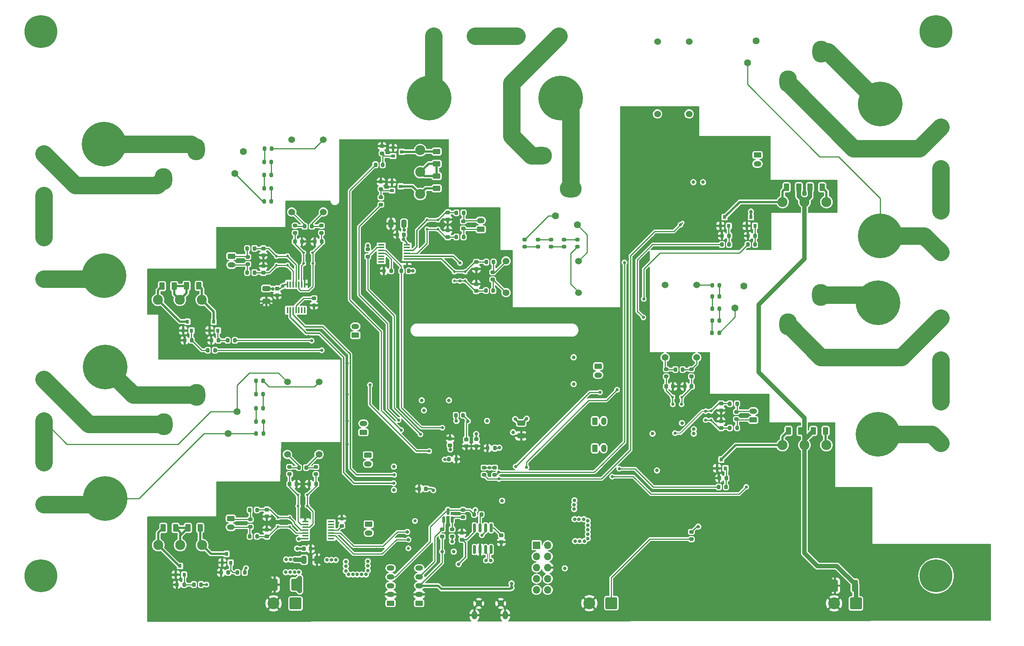
<source format=gbr>
%TF.GenerationSoftware,KiCad,Pcbnew,7.0.5*%
%TF.CreationDate,2023-06-14T16:30:10+07:00*%
%TF.ProjectId,Smart CB STM32 PCB,536d6172-7420-4434-9220-53544d333220,rev?*%
%TF.SameCoordinates,Original*%
%TF.FileFunction,Copper,L4,Bot*%
%TF.FilePolarity,Positive*%
%FSLAX46Y46*%
G04 Gerber Fmt 4.6, Leading zero omitted, Abs format (unit mm)*
G04 Created by KiCad (PCBNEW 7.0.5) date 2023-06-14 16:30:10*
%MOMM*%
%LPD*%
G01*
G04 APERTURE LIST*
G04 Aperture macros list*
%AMRoundRect*
0 Rectangle with rounded corners*
0 $1 Rounding radius*
0 $2 $3 $4 $5 $6 $7 $8 $9 X,Y pos of 4 corners*
0 Add a 4 corners polygon primitive as box body*
4,1,4,$2,$3,$4,$5,$6,$7,$8,$9,$2,$3,0*
0 Add four circle primitives for the rounded corners*
1,1,$1+$1,$2,$3*
1,1,$1+$1,$4,$5*
1,1,$1+$1,$6,$7*
1,1,$1+$1,$8,$9*
0 Add four rect primitives between the rounded corners*
20,1,$1+$1,$2,$3,$4,$5,0*
20,1,$1+$1,$4,$5,$6,$7,0*
20,1,$1+$1,$6,$7,$8,$9,0*
20,1,$1+$1,$8,$9,$2,$3,0*%
G04 Aperture macros list end*
%TA.AperFunction,ComponentPad*%
%ADD10C,2.286000*%
%TD*%
%TA.AperFunction,ComponentPad*%
%ADD11O,4.000000X5.000000*%
%TD*%
%TA.AperFunction,ComponentPad*%
%ADD12C,1.600000*%
%TD*%
%TA.AperFunction,ComponentPad*%
%ADD13C,1.524000*%
%TD*%
%TA.AperFunction,ComponentPad*%
%ADD14C,10.160000*%
%TD*%
%TA.AperFunction,ComponentPad*%
%ADD15O,3.200000X3.200000*%
%TD*%
%TA.AperFunction,ComponentPad*%
%ADD16RoundRect,0.250001X1.099999X1.099999X-1.099999X1.099999X-1.099999X-1.099999X1.099999X-1.099999X0*%
%TD*%
%TA.AperFunction,ComponentPad*%
%ADD17C,2.700000*%
%TD*%
%TA.AperFunction,ComponentPad*%
%ADD18R,1.700000X1.700000*%
%TD*%
%TA.AperFunction,ComponentPad*%
%ADD19O,1.700000X1.700000*%
%TD*%
%TA.AperFunction,ComponentPad*%
%ADD20RoundRect,0.250000X-0.625000X0.350000X-0.625000X-0.350000X0.625000X-0.350000X0.625000X0.350000X0*%
%TD*%
%TA.AperFunction,ComponentPad*%
%ADD21O,1.750000X1.200000*%
%TD*%
%TA.AperFunction,ComponentPad*%
%ADD22RoundRect,0.250000X0.625000X-0.350000X0.625000X0.350000X-0.625000X0.350000X-0.625000X-0.350000X0*%
%TD*%
%TA.AperFunction,ComponentPad*%
%ADD23O,1.200000X1.900000*%
%TD*%
%TA.AperFunction,ComponentPad*%
%ADD24C,1.450000*%
%TD*%
%TA.AperFunction,ComponentPad*%
%ADD25C,7.500000*%
%TD*%
%TA.AperFunction,ComponentPad*%
%ADD26RoundRect,0.250000X-0.350000X-0.625000X0.350000X-0.625000X0.350000X0.625000X-0.350000X0.625000X0*%
%TD*%
%TA.AperFunction,ComponentPad*%
%ADD27O,1.200000X1.750000*%
%TD*%
%TA.AperFunction,ComponentPad*%
%ADD28O,5.000000X4.000000*%
%TD*%
%TA.AperFunction,SMDPad,CuDef*%
%ADD29R,0.800000X0.900000*%
%TD*%
%TA.AperFunction,SMDPad,CuDef*%
%ADD30RoundRect,0.200000X-0.275000X0.200000X-0.275000X-0.200000X0.275000X-0.200000X0.275000X0.200000X0*%
%TD*%
%TA.AperFunction,SMDPad,CuDef*%
%ADD31RoundRect,0.250000X-0.375000X-0.625000X0.375000X-0.625000X0.375000X0.625000X-0.375000X0.625000X0*%
%TD*%
%TA.AperFunction,SMDPad,CuDef*%
%ADD32RoundRect,0.112500X0.112500X-0.187500X0.112500X0.187500X-0.112500X0.187500X-0.112500X-0.187500X0*%
%TD*%
%TA.AperFunction,SMDPad,CuDef*%
%ADD33RoundRect,0.200000X-0.200000X-0.275000X0.200000X-0.275000X0.200000X0.275000X-0.200000X0.275000X0*%
%TD*%
%TA.AperFunction,SMDPad,CuDef*%
%ADD34RoundRect,0.200000X0.200000X0.275000X-0.200000X0.275000X-0.200000X-0.275000X0.200000X-0.275000X0*%
%TD*%
%TA.AperFunction,SMDPad,CuDef*%
%ADD35RoundRect,0.225000X0.250000X-0.225000X0.250000X0.225000X-0.250000X0.225000X-0.250000X-0.225000X0*%
%TD*%
%TA.AperFunction,SMDPad,CuDef*%
%ADD36RoundRect,0.250000X0.425000X1.075000X-0.425000X1.075000X-0.425000X-1.075000X0.425000X-1.075000X0*%
%TD*%
%TA.AperFunction,SMDPad,CuDef*%
%ADD37RoundRect,0.250000X0.375000X0.625000X-0.375000X0.625000X-0.375000X-0.625000X0.375000X-0.625000X0*%
%TD*%
%TA.AperFunction,SMDPad,CuDef*%
%ADD38RoundRect,0.225000X-0.250000X0.225000X-0.250000X-0.225000X0.250000X-0.225000X0.250000X0.225000X0*%
%TD*%
%TA.AperFunction,SMDPad,CuDef*%
%ADD39RoundRect,0.200000X0.275000X-0.200000X0.275000X0.200000X-0.275000X0.200000X-0.275000X-0.200000X0*%
%TD*%
%TA.AperFunction,SMDPad,CuDef*%
%ADD40RoundRect,0.150000X0.150000X-0.825000X0.150000X0.825000X-0.150000X0.825000X-0.150000X-0.825000X0*%
%TD*%
%TA.AperFunction,SMDPad,CuDef*%
%ADD41RoundRect,0.225000X0.225000X0.250000X-0.225000X0.250000X-0.225000X-0.250000X0.225000X-0.250000X0*%
%TD*%
%TA.AperFunction,SMDPad,CuDef*%
%ADD42RoundRect,0.112500X0.187500X0.112500X-0.187500X0.112500X-0.187500X-0.112500X0.187500X-0.112500X0*%
%TD*%
%TA.AperFunction,SMDPad,CuDef*%
%ADD43R,0.450000X1.475000*%
%TD*%
%TA.AperFunction,SMDPad,CuDef*%
%ADD44RoundRect,0.150000X0.150000X-0.587500X0.150000X0.587500X-0.150000X0.587500X-0.150000X-0.587500X0*%
%TD*%
%TA.AperFunction,SMDPad,CuDef*%
%ADD45R,1.475000X0.450000*%
%TD*%
%TA.AperFunction,SMDPad,CuDef*%
%ADD46RoundRect,0.225000X-0.225000X-0.250000X0.225000X-0.250000X0.225000X0.250000X-0.225000X0.250000X0*%
%TD*%
%TA.AperFunction,SMDPad,CuDef*%
%ADD47RoundRect,0.112500X-0.187500X-0.112500X0.187500X-0.112500X0.187500X0.112500X-0.187500X0.112500X0*%
%TD*%
%TA.AperFunction,SMDPad,CuDef*%
%ADD48R,0.900000X0.800000*%
%TD*%
%TA.AperFunction,SMDPad,CuDef*%
%ADD49RoundRect,0.250000X0.625000X-0.375000X0.625000X0.375000X-0.625000X0.375000X-0.625000X-0.375000X0*%
%TD*%
%TA.AperFunction,SMDPad,CuDef*%
%ADD50RoundRect,0.250000X0.325000X0.650000X-0.325000X0.650000X-0.325000X-0.650000X0.325000X-0.650000X0*%
%TD*%
%TA.AperFunction,SMDPad,CuDef*%
%ADD51RoundRect,0.112500X-0.112500X0.187500X-0.112500X-0.187500X0.112500X-0.187500X0.112500X0.187500X0*%
%TD*%
%TA.AperFunction,SMDPad,CuDef*%
%ADD52RoundRect,0.250000X-0.325000X-0.650000X0.325000X-0.650000X0.325000X0.650000X-0.325000X0.650000X0*%
%TD*%
%TA.AperFunction,SMDPad,CuDef*%
%ADD53RoundRect,0.250000X-0.625000X0.375000X-0.625000X-0.375000X0.625000X-0.375000X0.625000X0.375000X0*%
%TD*%
%TA.AperFunction,SMDPad,CuDef*%
%ADD54RoundRect,0.250000X-0.650000X0.325000X-0.650000X-0.325000X0.650000X-0.325000X0.650000X0.325000X0*%
%TD*%
%TA.AperFunction,SMDPad,CuDef*%
%ADD55RoundRect,0.250000X0.650000X-0.325000X0.650000X0.325000X-0.650000X0.325000X-0.650000X-0.325000X0*%
%TD*%
%TA.AperFunction,ViaPad*%
%ADD56C,0.800000*%
%TD*%
%TA.AperFunction,ViaPad*%
%ADD57C,0.700000*%
%TD*%
%TA.AperFunction,Conductor*%
%ADD58C,0.300000*%
%TD*%
%TA.AperFunction,Conductor*%
%ADD59C,0.250000*%
%TD*%
%TA.AperFunction,Conductor*%
%ADD60C,1.000000*%
%TD*%
%TA.AperFunction,Conductor*%
%ADD61C,0.500000*%
%TD*%
%TA.AperFunction,Conductor*%
%ADD62C,0.200000*%
%TD*%
%TA.AperFunction,Conductor*%
%ADD63C,4.000000*%
%TD*%
G04 APERTURE END LIST*
D10*
%TO.P,U31,1,1(-)*%
%TO.N,Net-(D35-A)*%
X79750000Y-145000000D03*
%TO.P,U31,2,2(+)*%
%TO.N,+12V*%
X84750000Y-145000000D03*
%TO.P,U31,3,3(-)*%
%TO.N,Net-(D38-A)*%
X89750000Y-145000000D03*
D11*
%TO.P,U31,4,4*%
%TO.N,Net-(J29-Pin_1)*%
X88500000Y-110750000D03*
%TO.P,U31,5,5*%
%TO.N,/energy sensor4/Lout5*%
X81000000Y-117500000D03*
%TD*%
D12*
%TO.P,RV1,1*%
%TO.N,/energy sensor/Lin1*%
X170250000Y-70000000D03*
%TO.P,RV1,2*%
%TO.N,/energy sensor/N1*%
X175250000Y-72000000D03*
%TD*%
D13*
%TO.P,U14,1,In1*%
%TO.N,/energy sensor1/N2*%
X110188000Y-52588700D03*
%TO.P,U14,2,In2*%
%TO.N,Net-(U14-In2)*%
X117388000Y-52588700D03*
%TO.P,U14,3,Out1*%
%TO.N,Net-(U14-Out1)*%
X117388000Y-69088700D03*
%TO.P,U14,4,Out2*%
%TO.N,Net-(U14-Out2)*%
X110188000Y-69088700D03*
%TD*%
D14*
%TO.P,J16,1,Pin_1*%
%TO.N,/energy sensor/Lin1*%
X141460000Y-43130000D03*
%TD*%
%TO.P,J25,1,Pin_1*%
%TO.N,/energy sensor3/Lin4*%
X244250000Y-74500000D03*
%TD*%
D15*
%TO.P,U3,1,1*%
%TO.N,/energy sensor4/Lout5*%
X53653000Y-107213700D03*
%TO.P,U3,2,2*%
%TO.N,/energy sensor4/N5*%
X53653000Y-116713700D03*
%TO.P,U3,3,3*%
X53653000Y-126213700D03*
%TO.P,U3,4,4*%
%TO.N,/energy sensor4/Lin5*%
X53653000Y-135713700D03*
%TD*%
D14*
%TO.P,J28,1,Pin_1*%
%TO.N,/energy sensor4/Lin5*%
X67688000Y-134388700D03*
%TD*%
D16*
%TO.P,J2,1,Pin_1*%
%TO.N,+5V*%
X183000000Y-158250000D03*
D17*
%TO.P,J2,2,Pin_2*%
%TO.N,GND*%
X178000000Y-158250000D03*
%TD*%
D10*
%TO.P,U16,1,1(-)*%
%TO.N,Net-(D17-A)*%
X79688000Y-89088700D03*
%TO.P,U16,2,2(+)*%
%TO.N,+12V*%
X84688000Y-89088700D03*
%TO.P,U16,3,3(-)*%
%TO.N,Net-(D20-A)*%
X89688000Y-89088700D03*
D11*
%TO.P,U16,4,4*%
%TO.N,Net-(J20-Pin_1)*%
X88438000Y-54838700D03*
%TO.P,U16,5,5*%
%TO.N,/energy sensor1/Lout2*%
X80938000Y-61588700D03*
%TD*%
D12*
%TO.P,RV4,1*%
%TO.N,/energy sensor3/Lin4*%
X214025000Y-35050000D03*
%TO.P,RV4,2*%
%TO.N,/energy sensor3/N4*%
X216025000Y-30050000D03*
%TD*%
D18*
%TO.P,J4,1,Pin_1*%
%TO.N,unconnected-(J4-Pin_1-Pad1)*%
X165960000Y-145048700D03*
D19*
%TO.P,J4,2,Pin_2*%
%TO.N,/SWCLK*%
X168500000Y-145048700D03*
%TO.P,J4,3,Pin_3*%
%TO.N,unconnected-(J4-Pin_3-Pad3)*%
X165960000Y-147588700D03*
%TO.P,J4,4,Pin_4*%
%TO.N,/SWDIO*%
X168500000Y-147588700D03*
%TO.P,J4,5,Pin_5*%
%TO.N,unconnected-(J4-Pin_5-Pad5)*%
X165960000Y-150128700D03*
%TO.P,J4,6,Pin_6*%
%TO.N,GND*%
X168500000Y-150128700D03*
%TO.P,J4,7,Pin_7*%
%TO.N,unconnected-(J4-Pin_7-Pad7)*%
X165960000Y-152668700D03*
%TO.P,J4,8,Pin_8*%
%TO.N,Net-(J4-Pin_8)*%
X168500000Y-152668700D03*
%TO.P,J4,9,Pin_9*%
%TO.N,unconnected-(J4-Pin_9-Pad9)*%
X165960000Y-155208700D03*
%TO.P,J4,10,Pin_10*%
%TO.N,Net-(J4-Pin_10)*%
X168500000Y-155208700D03*
%TD*%
D20*
%TO.P,J8,1,Pin_1*%
%TO.N,/I2C1_SDA*%
X179975000Y-104250000D03*
D21*
%TO.P,J8,2,Pin_2*%
%TO.N,/I2C1_SCL*%
X179975000Y-106250000D03*
%TD*%
D15*
%TO.P,U7,1,1*%
%TO.N,/energy sensor2/Lin3*%
X258050000Y-121775000D03*
%TO.P,U7,2,2*%
%TO.N,/energy sensor2/N3*%
X258050000Y-112275000D03*
%TO.P,U7,3,3*%
X258050000Y-102775000D03*
%TO.P,U7,4,4*%
%TO.N,/energy sensor2/Lout3*%
X258050000Y-93275000D03*
%TD*%
D20*
%TO.P,J18,1,Pin_1*%
%TO.N,Net-(J18-Pin_1)*%
X96438000Y-79150700D03*
D21*
%TO.P,J18,2,Pin_2*%
%TO.N,Net-(J18-Pin_2)*%
X96438000Y-81150700D03*
%TD*%
D22*
%TO.P,J30,1,Pin_1*%
%TO.N,/Button2*%
X124675000Y-97175000D03*
D21*
%TO.P,J30,2,Pin_2*%
%TO.N,+3.3V*%
X124675000Y-95175000D03*
%TD*%
D23*
%TO.P,J5,6,Shield*%
%TO.N,GND*%
X151800000Y-161008700D03*
D24*
X152800000Y-158308700D03*
X157800000Y-158308700D03*
D23*
X158800000Y-161008700D03*
%TD*%
D22*
%TO.P,J15,1,Pin_1*%
%TO.N,Net-(J15-Pin_1)*%
X153250000Y-73025000D03*
D21*
%TO.P,J15,2,Pin_2*%
%TO.N,Net-(J15-Pin_2)*%
X153250000Y-71025000D03*
%TD*%
D22*
%TO.P,J13,1,Pin_1*%
%TO.N,/Wifi_button*%
X126500000Y-119300000D03*
D21*
%TO.P,J13,2,Pin_2*%
%TO.N,+3.3V*%
X126500000Y-117300000D03*
%TD*%
D22*
%TO.P,J6,1,Pin_1*%
%TO.N,+3.3V*%
X132710000Y-158250000D03*
D21*
%TO.P,J6,2,Pin_2*%
%TO.N,GND*%
X132710000Y-156250000D03*
%TO.P,J6,3,Pin_3*%
%TO.N,+5V*%
X132710000Y-154250000D03*
%TO.P,J6,4,Pin_4*%
%TO.N,/UART1_RX*%
X132710000Y-152250000D03*
%TO.P,J6,5,Pin_5*%
%TO.N,/UART1_TX*%
X132710000Y-150250000D03*
%TD*%
D20*
%TO.P,J27,1,Pin_1*%
%TO.N,Net-(J27-Pin_1)*%
X96300000Y-138925000D03*
D21*
%TO.P,J27,2,Pin_2*%
%TO.N,Net-(J27-Pin_2)*%
X96300000Y-140925000D03*
%TD*%
D20*
%TO.P,J12,1,Pin_1*%
%TO.N,/Button6*%
X127718750Y-140250000D03*
D21*
%TO.P,J12,2,Pin_2*%
%TO.N,+3.3V*%
X127718750Y-142250000D03*
%TD*%
D25*
%TO.P,H4,1*%
%TO.N,N/C*%
X257000000Y-28000000D03*
%TD*%
D12*
%TO.P,RV5,1*%
%TO.N,/energy sensor4/Lin5*%
X95688000Y-119588700D03*
%TO.P,RV5,2*%
%TO.N,/energy sensor4/N5*%
X97688000Y-114588700D03*
%TD*%
D13*
%TO.P,U9,1,In1*%
%TO.N,/energy sensor/N1*%
X175500000Y-80250000D03*
%TO.P,U9,2,In2*%
%TO.N,Net-(U9-In2)*%
X175500000Y-87450000D03*
%TO.P,U9,3,Out1*%
%TO.N,Net-(U9-Out1)*%
X159000000Y-87450000D03*
%TO.P,U9,4,Out2*%
%TO.N,Net-(U9-Out2)*%
X159000000Y-80250000D03*
%TD*%
%TO.P,U24,1,In1*%
%TO.N,/energy sensor3/N4*%
X193525000Y-30250000D03*
%TO.P,U24,2,In2*%
%TO.N,Net-(U24-In2)*%
X200725000Y-30250000D03*
%TO.P,U24,3,Out1*%
%TO.N,Net-(U24-Out1)*%
X200725000Y-46750000D03*
%TO.P,U24,4,Out2*%
%TO.N,Net-(U24-Out2)*%
X193525000Y-46750000D03*
%TD*%
D22*
%TO.P,J7,1,Pin_1*%
%TO.N,+3.3V*%
X139210000Y-158250000D03*
D21*
%TO.P,J7,2,Pin_2*%
%TO.N,GND*%
X139210000Y-156250000D03*
%TO.P,J7,3,Pin_3*%
%TO.N,+5V*%
X139210000Y-154250000D03*
%TO.P,J7,4,Pin_4*%
%TO.N,/RXD*%
X139210000Y-152250000D03*
%TO.P,J7,5,Pin_5*%
%TO.N,/TXD*%
X139210000Y-150250000D03*
%TD*%
D14*
%TO.P,J20,1,Pin_1*%
%TO.N,Net-(J20-Pin_1)*%
X67438000Y-53588700D03*
%TD*%
D20*
%TO.P,J9,1,Pin_1*%
%TO.N,/Button3*%
X127550000Y-124500000D03*
D21*
%TO.P,J9,2,Pin_2*%
%TO.N,+3.3V*%
X127550000Y-126500000D03*
%TD*%
D15*
%TO.P,U6,1,1*%
%TO.N,/energy sensor3/Lin4*%
X258050000Y-78250000D03*
%TO.P,U6,2,2*%
%TO.N,/energy sensor3/N4*%
X258050000Y-68750000D03*
%TO.P,U6,3,3*%
X258050000Y-59250000D03*
%TO.P,U6,4,4*%
%TO.N,/energy sensor3/Lout4*%
X258050000Y-49750000D03*
%TD*%
D26*
%TO.P,J11,1,Pin_1*%
%TO.N,/Button5*%
X179250000Y-116750000D03*
D27*
%TO.P,J11,2,Pin_2*%
%TO.N,+3.3V*%
X181250000Y-116750000D03*
%TD*%
D15*
%TO.P,U5,1,1*%
%TO.N,/energy sensor/Lout1*%
X171000000Y-29000000D03*
%TO.P,U5,2,2*%
%TO.N,/energy sensor/N1*%
X161500000Y-29000000D03*
%TO.P,U5,3,3*%
X152000000Y-29000000D03*
%TO.P,U5,4,4*%
%TO.N,/energy sensor/Lin1*%
X142500000Y-29000000D03*
%TD*%
D13*
%TO.P,U19,1,In1*%
%TO.N,/energy sensor2/N3*%
X195250000Y-85750000D03*
%TO.P,U19,2,In2*%
%TO.N,Net-(U19-In2)*%
X202450000Y-85750000D03*
%TO.P,U19,3,Out1*%
%TO.N,Net-(U19-Out1)*%
X202450000Y-102250000D03*
%TO.P,U19,4,Out2*%
%TO.N,Net-(U19-Out2)*%
X195250000Y-102250000D03*
%TD*%
D10*
%TO.P,U21,1,1(-)*%
%TO.N,Net-(D23-A)*%
X222000000Y-122225200D03*
%TO.P,U21,2,2(+)*%
%TO.N,+12V*%
X227000000Y-122225200D03*
%TO.P,U21,3,3(-)*%
%TO.N,Net-(D26-A)*%
X232000000Y-122225200D03*
D11*
%TO.P,U21,4,4*%
%TO.N,Net-(J23-Pin_1)*%
X230750000Y-87975200D03*
%TO.P,U21,5,5*%
%TO.N,/energy sensor2/Lout3*%
X223250000Y-94725200D03*
%TD*%
D14*
%TO.P,J17,1,Pin_1*%
%TO.N,Net-(J17-Pin_1)*%
X171460000Y-43130000D03*
%TD*%
D25*
%TO.P,H1,1*%
%TO.N,N/C*%
X257000000Y-152000000D03*
%TD*%
D14*
%TO.P,J29,1,Pin_1*%
%TO.N,Net-(J29-Pin_1)*%
X67688000Y-104388700D03*
%TD*%
D13*
%TO.P,U29,1,In1*%
%TO.N,/energy sensor4/N5*%
X109188000Y-107838700D03*
%TO.P,U29,2,In2*%
%TO.N,Net-(U29-In2)*%
X116388000Y-107838700D03*
%TO.P,U29,3,Out1*%
%TO.N,Net-(U29-Out1)*%
X116388000Y-124338700D03*
%TO.P,U29,4,Out2*%
%TO.N,Net-(U29-Out2)*%
X109188000Y-124338700D03*
%TD*%
D15*
%TO.P,U4,1,1*%
%TO.N,/energy sensor1/Lout2*%
X53688000Y-55838700D03*
%TO.P,U4,2,2*%
%TO.N,/energy sensor1/N2*%
X53688000Y-65338700D03*
%TO.P,U4,3,3*%
X53688000Y-74838700D03*
%TO.P,U4,4,4*%
%TO.N,/energy sensor1/Lin2*%
X53688000Y-84338700D03*
%TD*%
D14*
%TO.P,J22,1,Pin_1*%
%TO.N,/energy sensor2/Lin3*%
X243750000Y-119750000D03*
%TD*%
%TO.P,J26,1,Pin_1*%
%TO.N,Net-(J26-Pin_1)*%
X244250000Y-44500000D03*
%TD*%
D22*
%TO.P,J21,1,Pin_1*%
%TO.N,Net-(J21-Pin_1)*%
X215323200Y-116470000D03*
D21*
%TO.P,J21,2,Pin_2*%
%TO.N,Net-(J21-Pin_2)*%
X215323200Y-114470000D03*
%TD*%
D26*
%TO.P,J10,1,Pin_1*%
%TO.N,/Button4*%
X179250000Y-122950000D03*
D27*
%TO.P,J10,2,Pin_2*%
%TO.N,+3.3V*%
X181250000Y-122950000D03*
%TD*%
D10*
%TO.P,U11,1,1(-)*%
%TO.N,Net-(D11-A)*%
X139460000Y-55000000D03*
%TO.P,U11,2,2(+)*%
%TO.N,+12V*%
X139460000Y-60000000D03*
%TO.P,U11,3,3(-)*%
%TO.N,Net-(D14-A)*%
X139460000Y-65000000D03*
D28*
%TO.P,U11,4,4*%
%TO.N,Net-(J17-Pin_1)*%
X173710000Y-63750000D03*
%TO.P,U11,5,5*%
%TO.N,/energy sensor/Lout1*%
X166960000Y-56250000D03*
%TD*%
D12*
%TO.P,RV2,1*%
%TO.N,/energy sensor1/Lin2*%
X97188000Y-60338700D03*
%TO.P,RV2,2*%
%TO.N,/energy sensor1/N2*%
X99188000Y-55338700D03*
%TD*%
D16*
%TO.P,J1,1,Pin_1*%
%TO.N,+3.3V*%
X111027500Y-158300000D03*
D17*
%TO.P,J1,2,Pin_2*%
%TO.N,GND*%
X106027500Y-158300000D03*
%TD*%
D14*
%TO.P,J23,1,Pin_1*%
%TO.N,Net-(J23-Pin_1)*%
X243750000Y-89750000D03*
%TD*%
D25*
%TO.P,H2,1*%
%TO.N,N/C*%
X53000000Y-28000000D03*
%TD*%
D10*
%TO.P,U26,1,1(-)*%
%TO.N,Net-(D29-A)*%
X222025000Y-66800000D03*
%TO.P,U26,2,2(+)*%
%TO.N,+12V*%
X227025000Y-66800000D03*
%TO.P,U26,3,3(-)*%
%TO.N,Net-(D32-A)*%
X232025000Y-66800000D03*
D11*
%TO.P,U26,4,4*%
%TO.N,Net-(J26-Pin_1)*%
X230775000Y-32550000D03*
%TO.P,U26,5,5*%
%TO.N,/energy sensor3/Lout4*%
X223275000Y-39300000D03*
%TD*%
D20*
%TO.P,J24,1,Pin_1*%
%TO.N,Net-(J24-Pin_1)*%
X216300000Y-56100000D03*
D21*
%TO.P,J24,2,Pin_2*%
%TO.N,Net-(J24-Pin_2)*%
X216300000Y-58100000D03*
%TD*%
D14*
%TO.P,J19,1,Pin_1*%
%TO.N,/energy sensor1/Lin2*%
X67438000Y-83588700D03*
%TD*%
D16*
%TO.P,J3,1,Pin_1*%
%TO.N,+12V*%
X238750000Y-158300000D03*
D17*
%TO.P,J3,2,Pin_2*%
%TO.N,GND*%
X233750000Y-158300000D03*
%TD*%
D12*
%TO.P,RV3,1*%
%TO.N,/energy sensor2/Lin3*%
X211200000Y-91000000D03*
%TO.P,RV3,2*%
%TO.N,/energy sensor2/N3*%
X213200000Y-86000000D03*
%TD*%
D25*
%TO.P,H3,1*%
%TO.N,N/C*%
X53000000Y-152000000D03*
%TD*%
D29*
%TO.P,U20,1,G*%
%TO.N,Net-(U20-G)*%
X209000000Y-127500000D03*
%TO.P,U20,2,S*%
%TO.N,GND*%
X207100000Y-127500000D03*
%TO.P,U20,3,D*%
%TO.N,Net-(D23-A)*%
X208050000Y-125500000D03*
%TD*%
D30*
%TO.P,R76,1*%
%TO.N,Net-(U19-Out1)*%
X201250000Y-104925000D03*
%TO.P,R76,2*%
%TO.N,/energy sensor2/VP*%
X201250000Y-106575000D03*
%TD*%
D31*
%TO.P,D38,1,K*%
%TO.N,+12V*%
X86500000Y-141075000D03*
%TO.P,D38,2,A*%
%TO.N,Net-(D38-A)*%
X89300000Y-141075000D03*
%TD*%
D29*
%TO.P,U15,1,G*%
%TO.N,Net-(U15-G)*%
X87338000Y-96088700D03*
%TO.P,U15,2,S*%
%TO.N,GND*%
X85438000Y-96088700D03*
%TO.P,U15,3,D*%
%TO.N,Net-(D17-A)*%
X86388000Y-94088700D03*
%TD*%
D32*
%TO.P,D13,1,K*%
%TO.N,/energy sensor/IN*%
X141000000Y-73025000D03*
%TO.P,D13,2,A*%
%TO.N,/energy sensor/IP*%
X141000000Y-70925000D03*
%TD*%
D29*
%TO.P,U27,1,G*%
%TO.N,Net-(U27-G)*%
X215750000Y-72250000D03*
%TO.P,U27,2,S*%
%TO.N,GND*%
X213850000Y-72250000D03*
%TO.P,U27,3,D*%
%TO.N,Net-(D32-A)*%
X214800000Y-70250000D03*
%TD*%
D33*
%TO.P,R110,1*%
%TO.N,Net-(U30-G)*%
X87850000Y-154000000D03*
%TO.P,R110,2*%
%TO.N,/A6*%
X89500000Y-154000000D03*
%TD*%
D30*
%TO.P,R59,1*%
%TO.N,Net-(U14-Out2)*%
X110938000Y-72188700D03*
%TO.P,R59,2*%
%TO.N,/energy sensor1/VN*%
X110938000Y-73838700D03*
%TD*%
D34*
%TO.P,R104,1*%
%TO.N,Net-(R103-Pad1)*%
X103638000Y-110588700D03*
%TO.P,R104,2*%
%TO.N,Net-(R104-Pad2)*%
X101988000Y-110588700D03*
%TD*%
D35*
%TO.P,C27,1*%
%TO.N,/energy sensor/VP*%
X152210000Y-87050000D03*
%TO.P,C27,2*%
%TO.N,GND*%
X152210000Y-85500000D03*
%TD*%
D36*
%TO.P,D4,1,K*%
%TO.N,+12V*%
X238472500Y-154250000D03*
%TO.P,D4,2,A*%
%TO.N,GND*%
X233972500Y-154250000D03*
%TD*%
D37*
%TO.P,D35,1,K*%
%TO.N,+12V*%
X83700000Y-141075000D03*
%TO.P,D35,2,A*%
%TO.N,Net-(D35-A)*%
X80900000Y-141075000D03*
%TD*%
D34*
%TO.P,R43,1*%
%TO.N,+3.3V*%
X136825000Y-82500000D03*
%TO.P,R43,2*%
%TO.N,/TX2*%
X135175000Y-82500000D03*
%TD*%
D38*
%TO.P,C25,1*%
%TO.N,/energy sensor/IP*%
X145750000Y-69225000D03*
%TO.P,C25,2*%
%TO.N,GND*%
X145750000Y-70775000D03*
%TD*%
D39*
%TO.P,R105,1*%
%TO.N,Net-(J27-Pin_2)*%
X100750000Y-140825000D03*
%TO.P,R105,2*%
%TO.N,Net-(J27-Pin_1)*%
X100750000Y-139175000D03*
%TD*%
D34*
%TO.P,R72,1*%
%TO.N,Net-(J21-Pin_2)*%
X211650000Y-112800000D03*
%TO.P,R72,2*%
%TO.N,/energy sensor2/IP*%
X210000000Y-112800000D03*
%TD*%
%TO.P,R75,1*%
%TO.N,Net-(U19-Out1)*%
X199250000Y-105000000D03*
%TO.P,R75,2*%
%TO.N,Net-(U19-Out2)*%
X197600000Y-105000000D03*
%TD*%
D40*
%TO.P,U1,1,UD+*%
%TO.N,/D+*%
X155610000Y-146028700D03*
%TO.P,U1,2,UD-*%
%TO.N,/D-*%
X154340000Y-146028700D03*
%TO.P,U1,3,GND*%
%TO.N,GND*%
X153070000Y-146028700D03*
%TO.P,U1,4,~{RTS}*%
%TO.N,unconnected-(U1-~{RTS}-Pad4)*%
X151800000Y-146028700D03*
%TO.P,U1,5,VCC*%
%TO.N,/VddUSB*%
X151800000Y-141078700D03*
%TO.P,U1,6,TXD*%
%TO.N,Net-(U1-TXD)*%
X153070000Y-141078700D03*
%TO.P,U1,7,RXD*%
%TO.N,Net-(U1-RXD)*%
X154340000Y-141078700D03*
%TO.P,U1,8,V3*%
%TO.N,Net-(U1-V3)*%
X155610000Y-141078700D03*
%TD*%
D35*
%TO.P,C28,1*%
%TO.N,GND*%
X152250000Y-82050000D03*
%TO.P,C28,2*%
%TO.N,/energy sensor/VN*%
X152250000Y-80500000D03*
%TD*%
D30*
%TO.P,R113,1*%
%TO.N,Net-(U29-Out2)*%
X109688000Y-127188700D03*
%TO.P,R113,2*%
%TO.N,/energy sensor4/VN*%
X109688000Y-128838700D03*
%TD*%
D34*
%TO.P,R99,1*%
%TO.N,Net-(U27-G)*%
X215750000Y-76500000D03*
%TO.P,R99,2*%
%TO.N,/B5*%
X214100000Y-76500000D03*
%TD*%
D39*
%TO.P,R29,1*%
%TO.N,Net-(R29-Pad1)*%
X163250000Y-77025000D03*
%TO.P,R29,2*%
%TO.N,/energy sensor/Lin1*%
X163250000Y-75375000D03*
%TD*%
D33*
%TO.P,R117,1*%
%TO.N,Net-(U32-G)*%
X97800000Y-151250000D03*
%TO.P,R117,2*%
%TO.N,/B6*%
X99450000Y-151250000D03*
%TD*%
D34*
%TO.P,R40,1*%
%TO.N,Net-(U9-Out1)*%
X156075000Y-87000000D03*
%TO.P,R40,2*%
%TO.N,/energy sensor/VP*%
X154425000Y-87000000D03*
%TD*%
D33*
%TO.P,R67,1*%
%TO.N,Net-(R67-Pad1)*%
X206000000Y-91100000D03*
%TO.P,R67,2*%
%TO.N,Net-(R66-Pad2)*%
X207650000Y-91100000D03*
%TD*%
%TO.P,R9,1*%
%TO.N,GND*%
X154810000Y-122918700D03*
%TO.P,R9,2*%
%TO.N,/BOOT0*%
X156460000Y-122918700D03*
%TD*%
D41*
%TO.P,C52,1*%
%TO.N,GND*%
X111238000Y-131088700D03*
%TO.P,C52,2*%
%TO.N,/energy sensor4/VN*%
X109688000Y-131088700D03*
%TD*%
D42*
%TO.P,D27,1,K*%
%TO.N,/energy sensor2/VP*%
X199073200Y-111250000D03*
%TO.P,D27,2,A*%
%TO.N,/energy sensor2/VN*%
X196973200Y-111250000D03*
%TD*%
D39*
%TO.P,R23,1*%
%TO.N,+3.3V*%
X146710000Y-143068700D03*
%TO.P,R23,2*%
%TO.N,Net-(Q2-B)*%
X146710000Y-141418700D03*
%TD*%
D43*
%TO.P,U13,1,VDD*%
%TO.N,+3.3V*%
X109188000Y-85588700D03*
%TO.P,U13,2,VT*%
%TO.N,unconnected-(U13-VT-Pad2)*%
X109838000Y-85588700D03*
%TO.P,U13,3,IP1*%
%TO.N,/energy sensor1/IP*%
X110488000Y-85588700D03*
%TO.P,U13,4,IN1*%
%TO.N,/energy sensor1/IN*%
X111138000Y-85588700D03*
%TO.P,U13,5,VP*%
%TO.N,/energy sensor1/VP*%
X111788000Y-85588700D03*
%TO.P,U13,6,VN*%
%TO.N,/energy sensor1/VN*%
X112438000Y-85588700D03*
%TO.P,U13,7,GND*%
%TO.N,GND*%
X113088000Y-85588700D03*
%TO.P,U13,8,ZX*%
%TO.N,unconnected-(U13-ZX-Pad8)*%
X113088000Y-91464700D03*
%TO.P,U13,9,CF*%
%TO.N,unconnected-(U13-CF-Pad9)*%
X112438000Y-91464700D03*
%TO.P,U13,10,SEL*%
%TO.N,unconnected-(U13-SEL-Pad10)*%
X111788000Y-91464700D03*
%TO.P,U13,11,SCLK*%
%TO.N,Net-(U13-SCLK)*%
X111138000Y-91464700D03*
%TO.P,U13,12,RX/SDI*%
%TO.N,/TX3*%
X110488000Y-91464700D03*
%TO.P,U13,13,TX/SDO*%
%TO.N,/RX3*%
X109838000Y-91464700D03*
%TO.P,U13,14,VPP*%
%TO.N,unconnected-(U13-VPP-Pad14)*%
X109188000Y-91464700D03*
%TD*%
D37*
%TO.P,D17,1,K*%
%TO.N,+12V*%
X83400000Y-86000000D03*
%TO.P,D17,2,A*%
%TO.N,Net-(D17-A)*%
X80600000Y-86000000D03*
%TD*%
D39*
%TO.P,R30,1*%
%TO.N,Net-(R29-Pad1)*%
X166250000Y-77025000D03*
%TO.P,R30,2*%
%TO.N,Net-(R30-Pad2)*%
X166250000Y-75375000D03*
%TD*%
D44*
%TO.P,Q2,1,B*%
%TO.N,Net-(Q2-B)*%
X146710000Y-139193800D03*
%TO.P,Q2,2,E*%
%TO.N,/RXD*%
X144810000Y-139193800D03*
%TO.P,Q2,3,C*%
%TO.N,/UART1_RX*%
X145760000Y-137318800D03*
%TD*%
D31*
%TO.P,D20,1,K*%
%TO.N,+12V*%
X86223000Y-85918700D03*
%TO.P,D20,2,A*%
%TO.N,Net-(D20-A)*%
X89023000Y-85918700D03*
%TD*%
D33*
%TO.P,R89,1*%
%TO.N,GND*%
X208200000Y-74500000D03*
%TO.P,R89,2*%
%TO.N,Net-(U25-G)*%
X209850000Y-74500000D03*
%TD*%
D35*
%TO.P,C31,1*%
%TO.N,/energy sensor1/IP*%
X103688000Y-82950700D03*
%TO.P,C31,2*%
%TO.N,GND*%
X103688000Y-81400700D03*
%TD*%
D34*
%TO.P,R92,1*%
%TO.N,Net-(U25-G)*%
X209850000Y-76500000D03*
%TO.P,R92,2*%
%TO.N,/A5*%
X208200000Y-76500000D03*
%TD*%
D41*
%TO.P,C34,1*%
%TO.N,GND*%
X112488000Y-75838700D03*
%TO.P,C34,2*%
%TO.N,/energy sensor1/VN*%
X110938000Y-75838700D03*
%TD*%
D34*
%TO.P,R37,1*%
%TO.N,Net-(J15-Pin_1)*%
X149325000Y-74775000D03*
%TO.P,R37,2*%
%TO.N,/energy sensor/IN*%
X147675000Y-74775000D03*
%TD*%
D30*
%TO.P,R58,1*%
%TO.N,Net-(U14-Out1)*%
X116938000Y-72188700D03*
%TO.P,R58,2*%
%TO.N,/energy sensor1/VP*%
X116938000Y-73838700D03*
%TD*%
%TO.P,R112,1*%
%TO.N,Net-(U29-Out1)*%
X115688000Y-127188700D03*
%TO.P,R112,2*%
%TO.N,/energy sensor4/VP*%
X115688000Y-128838700D03*
%TD*%
D39*
%TO.P,R31,1*%
%TO.N,Net-(R31-Pad1)*%
X169250000Y-77025000D03*
%TO.P,R31,2*%
%TO.N,Net-(R30-Pad2)*%
X169250000Y-75375000D03*
%TD*%
D34*
%TO.P,R100,1*%
%TO.N,Net-(U27-G)*%
X215750000Y-74500000D03*
%TO.P,R100,2*%
%TO.N,GND*%
X214100000Y-74500000D03*
%TD*%
D45*
%TO.P,U8,1,VDD*%
%TO.N,+3.3V*%
X136438000Y-76550000D03*
%TO.P,U8,2,VT*%
%TO.N,unconnected-(U8-VT-Pad2)*%
X136438000Y-77200000D03*
%TO.P,U8,3,IP1*%
%TO.N,/energy sensor/IP*%
X136438000Y-77850000D03*
%TO.P,U8,4,IN1*%
%TO.N,/energy sensor/IN*%
X136438000Y-78500000D03*
%TO.P,U8,5,VP*%
%TO.N,/energy sensor/VP*%
X136438000Y-79150000D03*
%TO.P,U8,6,VN*%
%TO.N,/energy sensor/VN*%
X136438000Y-79800000D03*
%TO.P,U8,7,GND*%
%TO.N,GND*%
X136438000Y-80450000D03*
%TO.P,U8,8,ZX*%
%TO.N,unconnected-(U8-ZX-Pad8)*%
X130562000Y-80450000D03*
%TO.P,U8,9,CF*%
%TO.N,unconnected-(U8-CF-Pad9)*%
X130562000Y-79800000D03*
%TO.P,U8,10,SEL*%
%TO.N,unconnected-(U8-SEL-Pad10)*%
X130562000Y-79150000D03*
%TO.P,U8,11,SCLK*%
%TO.N,Net-(U8-SCLK)*%
X130562000Y-78500000D03*
%TO.P,U8,12,RX/SDI*%
%TO.N,/TX2*%
X130562000Y-77850000D03*
%TO.P,U8,13,TX/SDO*%
%TO.N,/RX2*%
X130562000Y-77200000D03*
%TO.P,U8,14,VPP*%
%TO.N,unconnected-(U8-VPP-Pad14)*%
X130562000Y-76550000D03*
%TD*%
D39*
%TO.P,R51,1*%
%TO.N,Net-(J18-Pin_2)*%
X100188000Y-80975800D03*
%TO.P,R51,2*%
%TO.N,Net-(J18-Pin_1)*%
X100188000Y-79325800D03*
%TD*%
D30*
%TO.P,R45,1*%
%TO.N,Net-(U12-G)*%
X130500000Y-65750000D03*
%TO.P,R45,2*%
%TO.N,/B2*%
X130500000Y-67400000D03*
%TD*%
D41*
%TO.P,C33,1*%
%TO.N,/energy sensor1/VP*%
X116988000Y-75838700D03*
%TO.P,C33,2*%
%TO.N,GND*%
X115438000Y-75838700D03*
%TD*%
D29*
%TO.P,U25,1,G*%
%TO.N,Net-(U25-G)*%
X209750000Y-72250000D03*
%TO.P,U25,2,S*%
%TO.N,GND*%
X207850000Y-72250000D03*
%TO.P,U25,3,D*%
%TO.N,Net-(D29-A)*%
X208800000Y-70250000D03*
%TD*%
D39*
%TO.P,R24,1*%
%TO.N,+5V*%
X144460000Y-143068700D03*
%TO.P,R24,2*%
%TO.N,/RXD*%
X144460000Y-141418700D03*
%TD*%
D34*
%TO.P,R38,1*%
%TO.N,Net-(U10-G)*%
X130900000Y-58325000D03*
%TO.P,R38,2*%
%TO.N,/A2*%
X129250000Y-58325000D03*
%TD*%
D46*
%TO.P,C23,1*%
%TO.N,GND*%
X134200000Y-74250000D03*
%TO.P,C23,2*%
%TO.N,+3.3V*%
X135750000Y-74250000D03*
%TD*%
D37*
%TO.P,D23,1,K*%
%TO.N,+12V*%
X226150000Y-119000000D03*
%TO.P,D23,2,A*%
%TO.N,Net-(D23-A)*%
X223350000Y-119000000D03*
%TD*%
D35*
%TO.P,C29,1*%
%TO.N,GND*%
X106888000Y-88076700D03*
%TO.P,C29,2*%
%TO.N,+3.3V*%
X106888000Y-86526700D03*
%TD*%
D30*
%TO.P,R42,1*%
%TO.N,+3.3V*%
X127500000Y-77600000D03*
%TO.P,R42,2*%
%TO.N,/RX2*%
X127500000Y-79250000D03*
%TD*%
D33*
%TO.P,R65,1*%
%TO.N,Net-(R65-Pad1)*%
X205925000Y-96600000D03*
%TO.P,R65,2*%
%TO.N,/energy sensor2/Lin3*%
X207575000Y-96600000D03*
%TD*%
D41*
%TO.P,C40,1*%
%TO.N,GND*%
X197050000Y-108830000D03*
%TO.P,C40,2*%
%TO.N,/energy sensor2/VN*%
X195500000Y-108830000D03*
%TD*%
D39*
%TO.P,R32,1*%
%TO.N,Net-(R31-Pad1)*%
X172250000Y-77025000D03*
%TO.P,R32,2*%
%TO.N,Net-(R32-Pad2)*%
X172250000Y-75375000D03*
%TD*%
D29*
%TO.P,U30,1,G*%
%TO.N,Net-(U30-G)*%
X85650000Y-151750000D03*
%TO.P,U30,2,S*%
%TO.N,GND*%
X83750000Y-151750000D03*
%TO.P,U30,3,D*%
%TO.N,Net-(D35-A)*%
X84700000Y-149750000D03*
%TD*%
D41*
%TO.P,C51,1*%
%TO.N,/energy sensor4/VP*%
X115713000Y-131088700D03*
%TO.P,C51,2*%
%TO.N,GND*%
X114163000Y-131088700D03*
%TD*%
D34*
%TO.P,R103,1*%
%TO.N,Net-(R103-Pad1)*%
X103638000Y-113838700D03*
%TO.P,R103,2*%
%TO.N,Net-(R102-Pad2)*%
X101988000Y-113838700D03*
%TD*%
D39*
%TO.P,R116,1*%
%TO.N,Net-(U28-SCLK)*%
X121600000Y-140625000D03*
%TO.P,R116,2*%
%TO.N,GND*%
X121600000Y-138975000D03*
%TD*%
D33*
%TO.P,R53,1*%
%TO.N,GND*%
X85738000Y-98338700D03*
%TO.P,R53,2*%
%TO.N,Net-(U15-G)*%
X87388000Y-98338700D03*
%TD*%
D38*
%TO.P,C15,1*%
%TO.N,+3.3V*%
X152210000Y-120868700D03*
%TO.P,C15,2*%
%TO.N,GND*%
X152210000Y-122418700D03*
%TD*%
D35*
%TO.P,C1,1*%
%TO.N,/VddUSB*%
X148960000Y-143750000D03*
%TO.P,C1,2*%
%TO.N,GND*%
X148960000Y-142200000D03*
%TD*%
D33*
%TO.P,R66,1*%
%TO.N,Net-(R65-Pad1)*%
X206000000Y-93850000D03*
%TO.P,R66,2*%
%TO.N,Net-(R66-Pad2)*%
X207650000Y-93850000D03*
%TD*%
D47*
%TO.P,D40,1,K*%
%TO.N,/energy sensor4/VN*%
X111638000Y-136088700D03*
%TO.P,D40,2,A*%
%TO.N,/energy sensor4/VP*%
X113738000Y-136088700D03*
%TD*%
D34*
%TO.P,R73,1*%
%TO.N,Net-(J21-Pin_1)*%
X211650000Y-118300000D03*
%TO.P,R73,2*%
%TO.N,/energy sensor2/IN*%
X210000000Y-118300000D03*
%TD*%
D33*
%TO.P,R109,1*%
%TO.N,Net-(J27-Pin_1)*%
X100600000Y-137000000D03*
%TO.P,R109,2*%
%TO.N,/energy sensor4/IN*%
X102250000Y-137000000D03*
%TD*%
D42*
%TO.P,D39,1,K*%
%TO.N,/energy sensor4/VP*%
X113688000Y-133588700D03*
%TO.P,D39,2,A*%
%TO.N,/energy sensor4/VN*%
X111588000Y-133588700D03*
%TD*%
D38*
%TO.P,C26,1*%
%TO.N,GND*%
X145750000Y-73225000D03*
%TO.P,C26,2*%
%TO.N,/energy sensor/IN*%
X145750000Y-74775000D03*
%TD*%
D33*
%TO.P,R54,1*%
%TO.N,Net-(J18-Pin_2)*%
X100038000Y-82900700D03*
%TO.P,R54,2*%
%TO.N,/energy sensor1/IP*%
X101688000Y-82900700D03*
%TD*%
D45*
%TO.P,U28,1,VDD*%
%TO.N,+3.3V*%
X113250000Y-143538700D03*
%TO.P,U28,2,VT*%
%TO.N,unconnected-(U28-VT-Pad2)*%
X113250000Y-142888700D03*
%TO.P,U28,3,IP1*%
%TO.N,/energy sensor4/IP*%
X113250000Y-142238700D03*
%TO.P,U28,4,IN1*%
%TO.N,/energy sensor4/IN*%
X113250000Y-141588700D03*
%TO.P,U28,5,VP*%
%TO.N,/energy sensor4/VP*%
X113250000Y-140938700D03*
%TO.P,U28,6,VN*%
%TO.N,/energy sensor4/VN*%
X113250000Y-140288700D03*
%TO.P,U28,7,GND*%
%TO.N,GND*%
X113250000Y-139638700D03*
%TO.P,U28,8,ZX*%
%TO.N,unconnected-(U28-ZX-Pad8)*%
X119126000Y-139638700D03*
%TO.P,U28,9,CF*%
%TO.N,unconnected-(U28-CF-Pad9)*%
X119126000Y-140288700D03*
%TO.P,U28,10,SEL*%
%TO.N,unconnected-(U28-SEL-Pad10)*%
X119126000Y-140938700D03*
%TO.P,U28,11,SCLK*%
%TO.N,Net-(U28-SCLK)*%
X119126000Y-141588700D03*
%TO.P,U28,12,RX/SDI*%
%TO.N,/TX6*%
X119126000Y-142238700D03*
%TO.P,U28,13,TX/SDO*%
%TO.N,/RX6*%
X119126000Y-142888700D03*
%TO.P,U28,14,VPP*%
%TO.N,unconnected-(U28-VPP-Pad14)*%
X119126000Y-143538700D03*
%TD*%
D30*
%TO.P,R69,1*%
%TO.N,Net-(J21-Pin_2)*%
X211500000Y-114650000D03*
%TO.P,R69,2*%
%TO.N,Net-(J21-Pin_1)*%
X211500000Y-116300000D03*
%TD*%
D38*
%TO.P,C38,1*%
%TO.N,GND*%
X208000000Y-116750000D03*
%TO.P,C38,2*%
%TO.N,/energy sensor2/IN*%
X208000000Y-118300000D03*
%TD*%
D48*
%TO.P,U10,1,G*%
%TO.N,Net-(U10-G)*%
X133250000Y-56325000D03*
%TO.P,U10,2,S*%
%TO.N,GND*%
X133250000Y-54425000D03*
%TO.P,U10,3,D*%
%TO.N,Net-(D11-A)*%
X135250000Y-55375000D03*
%TD*%
D34*
%TO.P,R64,1*%
%TO.N,Net-(U17-G)*%
X93478000Y-98338700D03*
%TO.P,R64,2*%
%TO.N,GND*%
X91828000Y-98338700D03*
%TD*%
D32*
%TO.P,D36,1,K*%
%TO.N,/energy sensor4/IP*%
X107000000Y-140800000D03*
%TO.P,D36,2,A*%
%TO.N,/energy sensor4/IN*%
X107000000Y-138700000D03*
%TD*%
D34*
%TO.P,R36,1*%
%TO.N,Net-(J15-Pin_2)*%
X149325000Y-69275000D03*
%TO.P,R36,2*%
%TO.N,/energy sensor/IP*%
X147675000Y-69275000D03*
%TD*%
D29*
%TO.P,U17,1,G*%
%TO.N,Net-(U17-G)*%
X93338000Y-96088700D03*
%TO.P,U17,2,S*%
%TO.N,GND*%
X91438000Y-96088700D03*
%TO.P,U17,3,D*%
%TO.N,Net-(D20-A)*%
X92388000Y-94088700D03*
%TD*%
D37*
%TO.P,D29,1,K*%
%TO.N,+12V*%
X225715000Y-63470000D03*
%TO.P,D29,2,A*%
%TO.N,Net-(D29-A)*%
X222915000Y-63470000D03*
%TD*%
D41*
%TO.P,C19,1*%
%TO.N,+3.3V*%
X140760000Y-132168700D03*
%TO.P,C19,2*%
%TO.N,GND*%
X139210000Y-132168700D03*
%TD*%
D34*
%TO.P,R47,1*%
%TO.N,Net-(R47-Pad1)*%
X105513000Y-66668700D03*
%TO.P,R47,2*%
%TO.N,/energy sensor1/Lin2*%
X103863000Y-66668700D03*
%TD*%
D38*
%TO.P,C37,1*%
%TO.N,/energy sensor2/IP*%
X208000000Y-112750000D03*
%TO.P,C37,2*%
%TO.N,GND*%
X208000000Y-114300000D03*
%TD*%
D35*
%TO.P,C11,1*%
%TO.N,GND*%
X149960000Y-122443700D03*
%TO.P,C11,2*%
%TO.N,Net-(U2-NRST)*%
X149960000Y-120893700D03*
%TD*%
D33*
%TO.P,R56,1*%
%TO.N,Net-(U15-G)*%
X91038000Y-100588700D03*
%TO.P,R56,2*%
%TO.N,/A3*%
X92688000Y-100588700D03*
%TD*%
D34*
%TO.P,R48,1*%
%TO.N,Net-(R47-Pad1)*%
X105513000Y-63668700D03*
%TO.P,R48,2*%
%TO.N,Net-(R48-Pad2)*%
X103863000Y-63668700D03*
%TD*%
D33*
%TO.P,R63,1*%
%TO.N,Net-(U17-G)*%
X95553000Y-98338700D03*
%TO.P,R63,2*%
%TO.N,/B3*%
X97203000Y-98338700D03*
%TD*%
D38*
%TO.P,C13,1*%
%TO.N,GND*%
X146250000Y-120725000D03*
%TO.P,C13,2*%
%TO.N,+3.3V*%
X146250000Y-122275000D03*
%TD*%
D32*
%TO.P,D18,1,K*%
%TO.N,/energy sensor1/IP*%
X106688000Y-81250800D03*
%TO.P,D18,2,A*%
%TO.N,/energy sensor1/IN*%
X106688000Y-79150800D03*
%TD*%
D33*
%TO.P,R55,1*%
%TO.N,Net-(J18-Pin_1)*%
X100038000Y-77400800D03*
%TO.P,R55,2*%
%TO.N,/energy sensor1/IN*%
X101688000Y-77400800D03*
%TD*%
D34*
%TO.P,R111,1*%
%TO.N,Net-(U29-Out1)*%
X113463000Y-127338700D03*
%TO.P,R111,2*%
%TO.N,Net-(U29-Out2)*%
X111813000Y-127338700D03*
%TD*%
D49*
%TO.P,D11,1,K*%
%TO.N,+12V*%
X143200000Y-58100000D03*
%TO.P,D11,2,A*%
%TO.N,Net-(D11-A)*%
X143200000Y-55300000D03*
%TD*%
D33*
%TO.P,R71,1*%
%TO.N,GND*%
X207566800Y-129750000D03*
%TO.P,R71,2*%
%TO.N,Net-(U20-G)*%
X209216800Y-129750000D03*
%TD*%
%TO.P,R1,1*%
%TO.N,/UART1_RX*%
X151749700Y-138000000D03*
%TO.P,R1,2*%
%TO.N,Net-(U1-TXD)*%
X153399700Y-138000000D03*
%TD*%
D32*
%TO.P,D15,1,K*%
%TO.N,/energy sensor/VP*%
X149710000Y-84800000D03*
%TO.P,D15,2,A*%
%TO.N,/energy sensor/VN*%
X149710000Y-82700000D03*
%TD*%
D50*
%TO.P,C48,1*%
%TO.N,GND*%
X115938000Y-148338700D03*
%TO.P,C48,2*%
%TO.N,+3.3V*%
X112988000Y-148338700D03*
%TD*%
D47*
%TO.P,D22,1,K*%
%TO.N,/energy sensor1/VN*%
X112888000Y-80838700D03*
%TO.P,D22,2,A*%
%TO.N,/energy sensor1/VP*%
X114988000Y-80838700D03*
%TD*%
D34*
%TO.P,R101,1*%
%TO.N,Net-(R101-Pad1)*%
X103713000Y-119588700D03*
%TO.P,R101,2*%
%TO.N,/energy sensor4/Lin5*%
X102063000Y-119588700D03*
%TD*%
D51*
%TO.P,D24,1,K*%
%TO.N,/energy sensor2/IP*%
X205750000Y-114450000D03*
%TO.P,D24,2,A*%
%TO.N,/energy sensor2/IN*%
X205750000Y-116550000D03*
%TD*%
D34*
%TO.P,R49,1*%
%TO.N,Net-(R49-Pad1)*%
X105513000Y-60668700D03*
%TO.P,R49,2*%
%TO.N,Net-(R48-Pad2)*%
X103863000Y-60668700D03*
%TD*%
D52*
%TO.P,C24,1*%
%TO.N,GND*%
X132800000Y-71750000D03*
%TO.P,C24,2*%
%TO.N,+3.3V*%
X135750000Y-71750000D03*
%TD*%
D41*
%TO.P,C39,1*%
%TO.N,/energy sensor2/VP*%
X201250000Y-108830000D03*
%TO.P,C39,2*%
%TO.N,GND*%
X199700000Y-108830000D03*
%TD*%
D34*
%TO.P,R106,1*%
%TO.N,Net-(U29-In2)*%
X103638000Y-107588700D03*
%TO.P,R106,2*%
%TO.N,Net-(R104-Pad2)*%
X101988000Y-107588700D03*
%TD*%
D51*
%TO.P,D19,1,K*%
%TO.N,/energy sensor1/IN*%
X109188000Y-79100800D03*
%TO.P,D19,2,A*%
%TO.N,/energy sensor1/IP*%
X109188000Y-81200800D03*
%TD*%
D34*
%TO.P,R57,1*%
%TO.N,Net-(U14-Out1)*%
X114763000Y-72338700D03*
%TO.P,R57,2*%
%TO.N,Net-(U14-Out2)*%
X113113000Y-72338700D03*
%TD*%
D30*
%TO.P,R35,1*%
%TO.N,GND*%
X130750000Y-54075000D03*
%TO.P,R35,2*%
%TO.N,Net-(U10-G)*%
X130750000Y-55725000D03*
%TD*%
D48*
%TO.P,U12,1,G*%
%TO.N,Net-(U12-G)*%
X133000000Y-64200000D03*
%TO.P,U12,2,S*%
%TO.N,GND*%
X133000000Y-62300000D03*
%TO.P,U12,3,D*%
%TO.N,Net-(D14-A)*%
X135000000Y-63250000D03*
%TD*%
D30*
%TO.P,R96,1*%
%TO.N,+3.3V*%
X156400000Y-127350000D03*
%TO.P,R96,2*%
%TO.N,/RX5*%
X156400000Y-129000000D03*
%TD*%
D34*
%TO.P,R52,1*%
%TO.N,Net-(U14-In2)*%
X105588000Y-54668700D03*
%TO.P,R52,2*%
%TO.N,Net-(R50-Pad2)*%
X103938000Y-54668700D03*
%TD*%
D39*
%TO.P,R119,1*%
%TO.N,+5V*%
X201250000Y-143650000D03*
%TO.P,R119,2*%
%TO.N,Net-(U35-FB)*%
X201250000Y-142000000D03*
%TD*%
%TO.P,R46,1*%
%TO.N,Net-(U12-G)*%
X130500000Y-63825000D03*
%TO.P,R46,2*%
%TO.N,GND*%
X130500000Y-62175000D03*
%TD*%
D36*
%TO.P,D2,1,K*%
%TO.N,+3.3V*%
X110750000Y-154000000D03*
%TO.P,D2,2,A*%
%TO.N,GND*%
X106250000Y-154000000D03*
%TD*%
D33*
%TO.P,R11,1*%
%TO.N,Net-(U2-PB2)*%
X145989880Y-125418700D03*
%TO.P,R11,2*%
%TO.N,GND*%
X147639880Y-125418700D03*
%TD*%
D30*
%TO.P,R77,1*%
%TO.N,Net-(U19-Out2)*%
X195500000Y-104930000D03*
%TO.P,R77,2*%
%TO.N,/energy sensor2/VN*%
X195500000Y-106580000D03*
%TD*%
D33*
%TO.P,R108,1*%
%TO.N,Net-(J27-Pin_2)*%
X100600000Y-143000000D03*
%TO.P,R108,2*%
%TO.N,/energy sensor4/IP*%
X102250000Y-143000000D03*
%TD*%
D35*
%TO.P,C50,1*%
%TO.N,GND*%
X104500000Y-138500000D03*
%TO.P,C50,2*%
%TO.N,/energy sensor4/IN*%
X104500000Y-136950000D03*
%TD*%
D30*
%TO.P,R62,1*%
%TO.N,Net-(U13-SCLK)*%
X115250000Y-88750000D03*
%TO.P,R62,2*%
%TO.N,GND*%
X115250000Y-90400000D03*
%TD*%
D33*
%TO.P,R68,1*%
%TO.N,Net-(R67-Pad1)*%
X206000000Y-88350000D03*
%TO.P,R68,2*%
%TO.N,Net-(R68-Pad2)*%
X207650000Y-88350000D03*
%TD*%
D34*
%TO.P,R102,1*%
%TO.N,Net-(R101-Pad1)*%
X103688000Y-116838700D03*
%TO.P,R102,2*%
%TO.N,Net-(R102-Pad2)*%
X102038000Y-116838700D03*
%TD*%
D51*
%TO.P,D37,1,K*%
%TO.N,/energy sensor4/IN*%
X109700000Y-138700000D03*
%TO.P,D37,2,A*%
%TO.N,/energy sensor4/IP*%
X109700000Y-140800000D03*
%TD*%
D33*
%TO.P,R70,1*%
%TO.N,Net-(U19-In2)*%
X206000000Y-85800000D03*
%TO.P,R70,2*%
%TO.N,Net-(R68-Pad2)*%
X207650000Y-85800000D03*
%TD*%
D34*
%TO.P,R50,1*%
%TO.N,Net-(R49-Pad1)*%
X105513000Y-57668700D03*
%TO.P,R50,2*%
%TO.N,Net-(R50-Pad2)*%
X103863000Y-57668700D03*
%TD*%
D41*
%TO.P,C47,1*%
%TO.N,GND*%
X114488000Y-145838700D03*
%TO.P,C47,2*%
%TO.N,+3.3V*%
X112938000Y-145838700D03*
%TD*%
D35*
%TO.P,C49,1*%
%TO.N,/energy sensor4/IP*%
X104500000Y-143025000D03*
%TO.P,C49,2*%
%TO.N,GND*%
X104500000Y-141475000D03*
%TD*%
D34*
%TO.P,R44,1*%
%TO.N,Net-(U8-SCLK)*%
X132825000Y-82500000D03*
%TO.P,R44,2*%
%TO.N,GND*%
X131175000Y-82500000D03*
%TD*%
%TO.P,R118,1*%
%TO.N,Net-(U32-G)*%
X95700000Y-151250000D03*
%TO.P,R118,2*%
%TO.N,GND*%
X94050000Y-151250000D03*
%TD*%
D30*
%TO.P,R33,1*%
%TO.N,Net-(J15-Pin_2)*%
X149250000Y-71200000D03*
%TO.P,R33,2*%
%TO.N,Net-(J15-Pin_1)*%
X149250000Y-72850000D03*
%TD*%
D39*
%TO.P,R39,1*%
%TO.N,Net-(U9-Out1)*%
X155960000Y-84450000D03*
%TO.P,R39,2*%
%TO.N,Net-(U9-Out2)*%
X155960000Y-82800000D03*
%TD*%
D34*
%TO.P,R74,1*%
%TO.N,Net-(U20-G)*%
X209116800Y-131750000D03*
%TO.P,R74,2*%
%TO.N,/A4*%
X207466800Y-131750000D03*
%TD*%
D39*
%TO.P,R34,1*%
%TO.N,Net-(U9-In2)*%
X175250000Y-77025000D03*
%TO.P,R34,2*%
%TO.N,Net-(R32-Pad2)*%
X175250000Y-75375000D03*
%TD*%
D33*
%TO.P,R10,1*%
%TO.N,+3.3V*%
X147560000Y-115418700D03*
%TO.P,R10,2*%
%TO.N,Net-(U2-NRST)*%
X149210000Y-115418700D03*
%TD*%
D53*
%TO.P,D14,1,K*%
%TO.N,+12V*%
X143200000Y-60900000D03*
%TO.P,D14,2,A*%
%TO.N,Net-(D14-A)*%
X143200000Y-63700000D03*
%TD*%
D39*
%TO.P,R21,1*%
%TO.N,Net-(Q2-B)*%
X149210000Y-138643700D03*
%TO.P,R21,2*%
%TO.N,/UART1_RX*%
X149210000Y-136993700D03*
%TD*%
D54*
%TO.P,C9,1*%
%TO.N,+3.3V*%
X162460000Y-117168700D03*
%TO.P,C9,2*%
%TO.N,GND*%
X162460000Y-120118700D03*
%TD*%
D33*
%TO.P,R107,1*%
%TO.N,GND*%
X84000000Y-154000000D03*
%TO.P,R107,2*%
%TO.N,Net-(U30-G)*%
X85650000Y-154000000D03*
%TD*%
D38*
%TO.P,C2,1*%
%TO.N,Net-(U1-V3)*%
X157920000Y-142778700D03*
%TO.P,C2,2*%
%TO.N,GND*%
X157920000Y-144328700D03*
%TD*%
D55*
%TO.P,C30,1*%
%TO.N,GND*%
X104388000Y-89476800D03*
%TO.P,C30,2*%
%TO.N,+3.3V*%
X104388000Y-86526800D03*
%TD*%
D29*
%TO.P,U32,1,G*%
%TO.N,Net-(U32-G)*%
X96250000Y-149000000D03*
%TO.P,U32,2,S*%
%TO.N,GND*%
X94350000Y-149000000D03*
%TO.P,U32,3,D*%
%TO.N,Net-(D38-A)*%
X95300000Y-147000000D03*
%TD*%
D30*
%TO.P,R97,1*%
%TO.N,+3.3V*%
X154000000Y-127350000D03*
%TO.P,R97,2*%
%TO.N,/TX5*%
X154000000Y-129000000D03*
%TD*%
D34*
%TO.P,R41,1*%
%TO.N,Net-(U9-Out2)*%
X156150000Y-80500000D03*
%TO.P,R41,2*%
%TO.N,/energy sensor/VN*%
X154500000Y-80500000D03*
%TD*%
D31*
%TO.P,D26,1,K*%
%TO.N,+12V*%
X229000000Y-119000000D03*
%TO.P,D26,2,A*%
%TO.N,Net-(D26-A)*%
X231800000Y-119000000D03*
%TD*%
D51*
%TO.P,D16,1,K*%
%TO.N,/energy sensor/VN*%
X147210000Y-82700000D03*
%TO.P,D16,2,A*%
%TO.N,/energy sensor/VP*%
X147210000Y-84800000D03*
%TD*%
%TO.P,D12,1,K*%
%TO.N,/energy sensor/IP*%
X143500000Y-70925000D03*
%TO.P,D12,2,A*%
%TO.N,/energy sensor/IN*%
X143500000Y-73025000D03*
%TD*%
D42*
%TO.P,D21,1,K*%
%TO.N,/energy sensor1/VP*%
X114938000Y-78338700D03*
%TO.P,D21,2,A*%
%TO.N,/energy sensor1/VN*%
X112838000Y-78338700D03*
%TD*%
D35*
%TO.P,C32,1*%
%TO.N,GND*%
X103688000Y-78950700D03*
%TO.P,C32,2*%
%TO.N,/energy sensor1/IN*%
X103688000Y-77400700D03*
%TD*%
D31*
%TO.P,D32,1,K*%
%TO.N,+12V*%
X228265000Y-63470000D03*
%TO.P,D32,2,A*%
%TO.N,Net-(D32-A)*%
X231065000Y-63470000D03*
%TD*%
D56*
%TO.N,GND*%
X128500000Y-96750000D03*
X126750000Y-114500000D03*
X126750000Y-111750000D03*
X126750000Y-108500000D03*
X155250000Y-126250000D03*
X157250000Y-131000000D03*
%TO.N,/VddUSB*%
X148186000Y-149359000D03*
%TO.N,GND*%
X145500000Y-156500000D03*
X130325001Y-123000000D03*
X235600000Y-142500000D03*
X198500000Y-120250000D03*
X225000000Y-149000000D03*
X145750000Y-147250000D03*
X80000000Y-149000000D03*
X132500000Y-67300000D03*
X206500000Y-143450000D03*
X204400000Y-113300000D03*
X150250000Y-142500000D03*
X159000000Y-82500000D03*
X121400000Y-157400000D03*
X154000000Y-99000000D03*
X183937500Y-145200000D03*
X154750000Y-120500000D03*
X118250000Y-153750000D03*
X221800000Y-143600000D03*
X107250000Y-99500000D03*
X218000000Y-60500000D03*
X164000000Y-99000000D03*
X90800000Y-98300000D03*
X208100000Y-73400000D03*
X98000000Y-74000000D03*
X116900000Y-96100000D03*
X122400000Y-158800000D03*
X90250000Y-160750000D03*
X231800000Y-145500000D03*
X164000000Y-107000000D03*
X197250000Y-46750000D03*
X193000000Y-59000000D03*
X104500000Y-140000000D03*
X137500000Y-74500000D03*
X146100000Y-80100000D03*
X129500000Y-158500000D03*
X207750000Y-61750000D03*
X193000000Y-105000000D03*
X193750000Y-118000000D03*
X182250000Y-113500000D03*
X200500000Y-63750000D03*
X135750000Y-129900000D03*
X196500000Y-119750000D03*
X105000000Y-153600000D03*
X151000000Y-152250000D03*
X102750000Y-138500000D03*
X148750000Y-127000000D03*
X149250000Y-77000000D03*
X115500000Y-74000000D03*
X106000000Y-74000000D03*
X114000000Y-94000000D03*
X137500000Y-67300000D03*
X147500000Y-73250000D03*
X144000000Y-116600000D03*
X179000000Y-125500000D03*
X80000000Y-160750000D03*
X112750000Y-129000000D03*
X105400000Y-90400000D03*
X170750000Y-150000000D03*
X178750000Y-113500000D03*
X153900000Y-153200000D03*
X132750000Y-148000000D03*
X82000000Y-88750000D03*
X97000000Y-89000000D03*
X197000000Y-106750000D03*
X128249999Y-103400000D03*
X201500000Y-70400000D03*
X198600000Y-63750000D03*
X98750000Y-144500000D03*
X204000000Y-75100000D03*
X105000000Y-152600000D03*
X196400000Y-152600000D03*
X133250000Y-53500000D03*
X208200000Y-143350000D03*
X93000000Y-151200000D03*
X120750000Y-152500000D03*
X91800000Y-97200000D03*
X218000000Y-141600000D03*
X125000000Y-146000000D03*
X211300000Y-145100000D03*
X158500000Y-113000000D03*
X192600000Y-152600000D03*
X140400000Y-117200000D03*
X112500000Y-74000000D03*
X196400000Y-148600000D03*
X117000000Y-147250000D03*
X213500000Y-60500000D03*
X218000000Y-53500000D03*
X130000000Y-60000000D03*
X96500000Y-96750000D03*
X129500000Y-146000000D03*
X137500000Y-71300000D03*
X97000000Y-85000000D03*
X148750000Y-129000000D03*
X138600000Y-112000000D03*
X177000000Y-148100000D03*
X144000000Y-81100000D03*
X104000000Y-99500000D03*
X209700000Y-57100000D03*
X187037500Y-144100000D03*
X116250000Y-90362000D03*
X198250000Y-116250000D03*
X82700000Y-151800000D03*
X103750000Y-80250000D03*
X180500000Y-128400000D03*
X131175000Y-81500000D03*
X192000000Y-115000000D03*
X200750000Y-121600000D03*
X94000000Y-74000000D03*
X102750000Y-140000000D03*
X121000000Y-77000000D03*
X117000000Y-148250000D03*
X144000000Y-83500000D03*
X189750000Y-120250000D03*
X196400000Y-151600000D03*
X153100000Y-147600000D03*
X94750000Y-132000000D03*
X204000000Y-70400000D03*
X113200000Y-138800000D03*
X87250000Y-88750000D03*
X196750000Y-66200000D03*
X93000000Y-89000000D03*
X158500000Y-105500000D03*
X196500000Y-71100000D03*
X150750000Y-125250000D03*
X82250000Y-97500000D03*
X105200000Y-151200000D03*
X139500000Y-124750000D03*
X235600000Y-143500000D03*
X134400000Y-76500000D03*
X85000000Y-160750000D03*
X139000000Y-103000000D03*
X94000000Y-77000000D03*
X213750000Y-118750000D03*
X195300000Y-51700000D03*
X121000000Y-96000000D03*
X218000000Y-143600000D03*
X230750000Y-131750000D03*
X185037500Y-144100000D03*
X204400000Y-117700000D03*
X132000000Y-132500000D03*
X218000000Y-145600000D03*
X200500000Y-66200000D03*
X82250000Y-143500000D03*
X169000000Y-99000000D03*
X158500000Y-111500000D03*
X203500000Y-105000000D03*
X129250000Y-132500000D03*
X218000000Y-76500000D03*
X121000000Y-69000000D03*
X171500000Y-105250000D03*
X121400000Y-156400000D03*
X146500000Y-110700000D03*
X100250000Y-99500000D03*
X215000000Y-65250000D03*
X121000000Y-86000000D03*
X201500000Y-68100000D03*
X193000000Y-108250000D03*
X181000000Y-132750000D03*
X109250000Y-77250000D03*
X131750000Y-62250000D03*
X105000000Y-155600000D03*
X153750000Y-143750000D03*
X169000000Y-113000000D03*
X196000000Y-130500000D03*
X103300000Y-90400000D03*
X112000000Y-69000000D03*
X143600000Y-147100000D03*
X119250000Y-153750000D03*
X193000000Y-63000000D03*
X197500000Y-71750000D03*
X145400000Y-85900000D03*
X114000000Y-97500000D03*
X84700000Y-98300000D03*
X232700000Y-153700000D03*
X129500000Y-148000000D03*
X109500000Y-137000000D03*
X104200000Y-151200000D03*
X212300000Y-145100000D03*
X136000000Y-59250000D03*
X102000000Y-81500000D03*
X136500000Y-144750000D03*
X129500000Y-150000000D03*
X139000000Y-107000000D03*
X147400000Y-81000000D03*
X158500000Y-108500000D03*
X94300000Y-150100000D03*
X135000000Y-67300000D03*
X196500000Y-115250000D03*
X149300000Y-139900000D03*
X155500000Y-104100000D03*
X212500000Y-69000000D03*
X136500000Y-151000000D03*
X194500000Y-114250000D03*
X174000000Y-99000000D03*
X203500000Y-143450000D03*
X189000000Y-59000000D03*
X151750000Y-127000000D03*
X235600000Y-141500000D03*
X147500000Y-70750000D03*
X157400000Y-120400000D03*
X124750000Y-101175000D03*
X146500000Y-77000000D03*
X161000000Y-145500000D03*
X176000000Y-132750000D03*
X152000000Y-143000000D03*
X196500000Y-121250000D03*
X198500000Y-128500000D03*
X201750000Y-126250000D03*
X125000000Y-54500000D03*
X139200000Y-139000000D03*
X87250000Y-143500000D03*
X102250000Y-92750000D03*
X120250000Y-153750000D03*
X221800000Y-145600000D03*
X193000000Y-67000000D03*
X125000000Y-58500000D03*
X156700000Y-157000000D03*
X153000000Y-116600000D03*
X156800000Y-147600000D03*
X262000000Y-147000000D03*
X121750000Y-134500000D03*
X203250000Y-123050000D03*
X94000000Y-92750000D03*
X115250000Y-101500000D03*
X209750000Y-116750000D03*
X98000000Y-92750000D03*
X203500000Y-108250000D03*
X149500000Y-156500000D03*
X106900000Y-89100000D03*
X209700000Y-58400000D03*
X203050000Y-153500000D03*
X118000000Y-127000000D03*
X139000000Y-99000000D03*
X222500000Y-131750000D03*
X218000000Y-68600000D03*
X139800000Y-74600000D03*
X134250000Y-75250000D03*
X159000000Y-99000000D03*
X175900000Y-119700000D03*
X225000000Y-158000000D03*
X209700000Y-55800000D03*
X211500000Y-125250000D03*
X175525000Y-124525000D03*
X149900000Y-90600000D03*
X151000000Y-149250000D03*
X129500000Y-161000000D03*
X93000000Y-85000000D03*
X192600000Y-151600000D03*
X232700000Y-154700000D03*
X159200000Y-138400000D03*
X254000000Y-147000000D03*
X117000000Y-149250000D03*
X184800000Y-130800000D03*
X221000000Y-118750000D03*
X122750000Y-103600000D03*
X109750000Y-95750000D03*
X189000000Y-47000000D03*
X99000000Y-132000000D03*
X163000000Y-143500000D03*
X117500000Y-152500000D03*
X106200000Y-148400000D03*
X133000000Y-61250000D03*
X207100000Y-74500000D03*
X218000000Y-73800000D03*
X167000000Y-142500000D03*
X213000000Y-74500000D03*
X146500000Y-106800000D03*
X159000000Y-85250000D03*
X157000000Y-104100000D03*
X205500000Y-143450000D03*
X102000000Y-78750000D03*
X153750000Y-125250000D03*
X161000000Y-151500000D03*
X231800000Y-141500000D03*
X133000000Y-59250000D03*
X208000000Y-57100000D03*
X221800000Y-141600000D03*
X141000000Y-91000000D03*
X145000000Y-120300000D03*
X177000000Y-105250000D03*
D57*
X152500000Y-135000000D03*
D56*
X103000000Y-132000000D03*
X106750000Y-92750000D03*
X186037500Y-144100000D03*
X117500000Y-139750000D03*
X213300000Y-145100000D03*
X151750000Y-131250000D03*
X171000000Y-132750000D03*
X127500000Y-75600000D03*
X122750000Y-116700000D03*
X156400000Y-113200000D03*
X189750000Y-110000000D03*
X158500000Y-110000000D03*
X105200000Y-148400000D03*
X101250000Y-89000000D03*
X199500000Y-106750000D03*
X98000000Y-77000000D03*
X196400000Y-147600000D03*
X102750000Y-141500000D03*
X109500000Y-145750000D03*
X165500000Y-136000000D03*
X130300000Y-72900000D03*
X129500000Y-152000000D03*
X82250000Y-100750000D03*
X171500000Y-147700000D03*
X155000000Y-111000000D03*
X221800000Y-144600000D03*
X93500000Y-144500000D03*
X118000000Y-145000000D03*
X180937500Y-145200000D03*
X136000000Y-143000000D03*
X235600000Y-144500000D03*
X189750000Y-116250000D03*
X218000000Y-71400000D03*
X146210000Y-151668700D03*
X107250000Y-132000000D03*
X107200000Y-148400000D03*
X127500000Y-72900000D03*
X149200000Y-116600000D03*
X201750000Y-128500000D03*
X196400000Y-150600000D03*
X132750000Y-73250000D03*
X151000000Y-104100000D03*
X189000000Y-74000000D03*
X198500000Y-122000000D03*
X189000000Y-63000000D03*
X177000000Y-151100000D03*
X152250000Y-77000000D03*
X132000000Y-54250000D03*
X151500000Y-108000000D03*
D57*
X186700000Y-79800000D03*
D56*
X147200000Y-112000000D03*
X203000000Y-60250000D03*
X125000000Y-68750000D03*
X215000000Y-61750000D03*
X189000000Y-51000000D03*
X194750000Y-121250000D03*
X201000000Y-55750000D03*
X134000000Y-91500000D03*
X163900000Y-119500000D03*
X248000000Y-147000000D03*
X207350000Y-128550000D03*
X202500000Y-53500000D03*
X156750000Y-125250000D03*
X212500000Y-131750000D03*
X221800000Y-142600000D03*
X114250000Y-124250000D03*
X179000000Y-99000000D03*
X214000000Y-112000000D03*
X204500000Y-126250000D03*
X217500000Y-112000000D03*
X148639880Y-125400000D03*
X158500000Y-104100000D03*
X198600000Y-66200000D03*
X122000000Y-146250000D03*
X130337500Y-126500000D03*
X206100000Y-127500000D03*
X127400000Y-129900000D03*
X163900000Y-120700000D03*
X192600000Y-147600000D03*
X154750000Y-131250000D03*
X147500000Y-72000000D03*
X153400000Y-136900000D03*
X145750000Y-129000000D03*
X90000000Y-149000000D03*
X250000000Y-157000000D03*
X100250000Y-96750000D03*
X148750000Y-131250000D03*
X139500000Y-76600000D03*
X104200000Y-148400000D03*
X129500000Y-156000000D03*
X201750000Y-130500000D03*
X205250000Y-53500000D03*
X193000000Y-111000000D03*
X196700000Y-60700000D03*
X179800000Y-134800000D03*
X193000000Y-55000000D03*
X204000000Y-72700000D03*
X123600000Y-158400000D03*
X121400000Y-155500000D03*
X217250000Y-118750000D03*
X200500000Y-116250000D03*
X80000000Y-152750000D03*
X200750000Y-114000000D03*
X82250000Y-94000000D03*
X154000000Y-85250000D03*
X232700000Y-155700000D03*
X122750000Y-122000000D03*
X186000000Y-132750000D03*
X90250000Y-156500000D03*
X193000000Y-71000000D03*
X102000000Y-74000000D03*
X148000000Y-104100000D03*
X116600000Y-99700000D03*
X107000000Y-137000000D03*
X153800000Y-123000000D03*
X181937500Y-145200000D03*
X116250000Y-143750000D03*
X212000000Y-137050000D03*
X148500000Y-86000000D03*
X198500000Y-126250000D03*
X112750000Y-131000000D03*
X268000000Y-147000000D03*
X196400000Y-149600000D03*
X115500000Y-69000000D03*
X198400000Y-108800000D03*
X217367000Y-127500000D03*
X143700000Y-77000000D03*
X214000000Y-73400000D03*
X107200000Y-151200000D03*
X204000000Y-65200000D03*
X216367000Y-128650000D03*
X123200000Y-154800000D03*
X96250000Y-137000000D03*
X172000000Y-139000000D03*
X201900000Y-63900000D03*
X144000000Y-99000000D03*
X152200000Y-123400000D03*
X235600000Y-146500000D03*
X132400000Y-76500000D03*
X118000000Y-91000000D03*
X242000000Y-147000000D03*
X83800000Y-152900000D03*
X109250000Y-74000000D03*
X145750000Y-127000000D03*
X174250000Y-110000000D03*
X170500000Y-142500000D03*
X111500000Y-124250000D03*
X149750000Y-108500000D03*
X250000000Y-152000000D03*
X192600000Y-150600000D03*
X204500000Y-130500000D03*
X218000000Y-142600000D03*
X154000000Y-82250000D03*
X146500000Y-108100000D03*
X158100000Y-137500000D03*
X145500000Y-160500000D03*
X199500000Y-58000000D03*
X113750000Y-82500000D03*
X198750000Y-102250000D03*
X213750000Y-133000000D03*
X231800000Y-142500000D03*
X194750000Y-119750000D03*
X198500000Y-130500000D03*
X169500000Y-122000000D03*
X121000000Y-80000000D03*
X208000000Y-115500000D03*
X194550000Y-116600000D03*
X161250000Y-132750000D03*
X130700000Y-129900000D03*
X155000000Y-77000000D03*
X141500000Y-124750000D03*
X161000000Y-148500000D03*
X189750000Y-113000000D03*
X122400000Y-160800000D03*
X137750000Y-80750000D03*
X136400000Y-140800000D03*
X151750000Y-129000000D03*
X169000000Y-139000000D03*
X166000000Y-132750000D03*
X140400000Y-119100000D03*
X225000000Y-154000000D03*
X244000000Y-157000000D03*
X111000000Y-78250000D03*
X198250000Y-106750000D03*
X105000000Y-154600000D03*
X106200000Y-151200000D03*
X205750000Y-60250000D03*
X120000000Y-146250000D03*
X179837500Y-136900000D03*
X202200000Y-123050000D03*
X171000000Y-136000000D03*
X204500000Y-143450000D03*
X154000000Y-83750000D03*
X212000000Y-71400000D03*
X88000000Y-100250000D03*
X142400000Y-112000000D03*
X187600000Y-128400000D03*
X221800000Y-146600000D03*
X115750000Y-139750000D03*
X198200000Y-51700000D03*
X136500000Y-152750000D03*
X211250000Y-61750000D03*
X145750000Y-131250000D03*
X184000000Y-99000000D03*
X201500000Y-72700000D03*
X160600000Y-120400000D03*
X177000000Y-150100000D03*
X122200000Y-154800000D03*
X169000000Y-110000000D03*
X193350000Y-126162000D03*
X196800000Y-51700000D03*
X162500000Y-138000000D03*
X265000000Y-152000000D03*
X134400000Y-78000000D03*
X211250000Y-65250000D03*
X169000000Y-117000000D03*
X209750000Y-114250000D03*
X189750000Y-106750000D03*
X158500000Y-107000000D03*
X134000000Y-146000000D03*
X114250000Y-129000000D03*
D57*
X141200000Y-120600000D03*
D56*
X118000000Y-94000000D03*
X115500000Y-145750000D03*
X106750000Y-77250000D03*
X113100000Y-84300000D03*
X204000000Y-68100000D03*
X192600000Y-148600000D03*
X127500000Y-62000000D03*
X118000000Y-86000000D03*
X160000000Y-140500000D03*
X189000000Y-55000000D03*
X145750000Y-72000000D03*
X122750000Y-110700000D03*
X121000000Y-73000000D03*
X108200000Y-143000000D03*
X200250000Y-112500000D03*
X138200000Y-132200000D03*
X179837500Y-135900000D03*
X85600000Y-97200000D03*
X141600000Y-145600000D03*
X132600000Y-140050000D03*
X157900000Y-145300000D03*
X98750000Y-147500000D03*
X161000000Y-123500000D03*
X123000000Y-142500000D03*
X146500000Y-105500000D03*
X189000000Y-67000000D03*
X96250000Y-142750000D03*
X218000000Y-144600000D03*
X232700000Y-152700000D03*
X121538700Y-137987000D03*
X96750000Y-160750000D03*
X152500000Y-104100000D03*
X120100000Y-101700000D03*
X154000000Y-104100000D03*
X202500000Y-110500000D03*
X182937500Y-145200000D03*
X90000000Y-152000000D03*
X117750000Y-134500000D03*
X175900000Y-115800000D03*
X149500000Y-104100000D03*
X164000000Y-103000000D03*
X265000000Y-157000000D03*
X222500000Y-127500000D03*
X121000000Y-131500000D03*
X131500000Y-117825001D03*
X149000000Y-99000000D03*
X125000000Y-64500000D03*
X85000000Y-156500000D03*
X104000000Y-96750000D03*
X196750000Y-63750000D03*
X146500000Y-109400000D03*
D57*
X133250000Y-129900000D03*
D56*
X149500000Y-160500000D03*
X231800000Y-143500000D03*
X134400000Y-79500000D03*
X111250000Y-129000000D03*
X244000000Y-152000000D03*
X177000000Y-149100000D03*
X235600000Y-145500000D03*
X142600000Y-117300000D03*
X231800000Y-144500000D03*
X125000000Y-148000000D03*
X139750000Y-82500000D03*
X80000000Y-156500000D03*
X156250000Y-132000000D03*
X192600000Y-149600000D03*
X102000000Y-80000000D03*
X213500000Y-53500000D03*
X189000000Y-71000000D03*
X122400000Y-159800000D03*
X231800000Y-146500000D03*
X150000000Y-123400000D03*
X147800000Y-119600000D03*
X195750000Y-112500000D03*
X211500000Y-128250000D03*
X156100000Y-153200000D03*
X152250000Y-83750000D03*
X204250000Y-123050000D03*
X114000000Y-76000000D03*
X96750000Y-156500000D03*
X209750000Y-115500000D03*
X146500000Y-104100000D03*
X121000000Y-91000000D03*
X201500000Y-75100000D03*
X210300000Y-145100000D03*
X124000000Y-137250000D03*
X218000000Y-146600000D03*
X164000000Y-111000000D03*
X114000000Y-74000000D03*
X207750000Y-65250000D03*
X156250000Y-143750000D03*
X204500000Y-128500000D03*
X196800000Y-53500000D03*
X230750000Y-127500000D03*
%TO.N,+3.3V*%
X111900000Y-148300000D03*
X124100000Y-151700000D03*
X127100000Y-151700000D03*
X125100000Y-151700000D03*
X203900000Y-62300000D03*
X123100000Y-151700000D03*
X147100000Y-146500000D03*
X158100000Y-134900000D03*
X109800000Y-151200000D03*
X174737500Y-144100000D03*
D57*
X138250000Y-139500000D03*
D56*
X174537500Y-136800000D03*
X122500000Y-148800000D03*
X112000000Y-155500000D03*
X160600000Y-119300000D03*
X127500000Y-150800000D03*
X174600000Y-134800000D03*
X112000000Y-152500000D03*
X127500000Y-76750000D03*
X146300000Y-123200000D03*
X110800000Y-151200000D03*
X110900000Y-148300000D03*
X154700000Y-116700000D03*
X177637500Y-143500000D03*
X122500000Y-150900000D03*
X137775001Y-82500000D03*
X201800000Y-119600000D03*
X108800000Y-151200000D03*
X176837500Y-144100000D03*
X146700000Y-144200000D03*
X127500000Y-149700000D03*
X201800000Y-118600000D03*
X152200000Y-119700000D03*
X112000000Y-154500000D03*
X140300000Y-114300000D03*
X133450000Y-132450000D03*
X135800000Y-73200000D03*
X155200000Y-127355000D03*
X109900000Y-148300000D03*
X108900000Y-148300000D03*
X111800000Y-151200000D03*
D57*
X136750000Y-145750000D03*
D56*
X118200000Y-148400000D03*
X192400000Y-119600000D03*
X177637500Y-139500000D03*
X112000000Y-153500000D03*
X175637500Y-139100000D03*
X174400000Y-108300000D03*
X174537500Y-135800000D03*
X161100000Y-116300000D03*
X111400000Y-145800000D03*
X177637500Y-140500000D03*
X139800000Y-112000000D03*
X172400000Y-150300000D03*
X199100000Y-117200000D03*
X146000000Y-112000000D03*
X193400000Y-128000000D03*
X163700000Y-116200000D03*
X176737500Y-139100000D03*
X177637500Y-141500000D03*
X147700000Y-116700000D03*
X127500000Y-148700000D03*
X111800000Y-143600000D03*
X126100000Y-151700000D03*
X133450000Y-127125001D03*
X122500000Y-149800000D03*
X119200000Y-148400000D03*
X105800000Y-86600000D03*
X177637500Y-142500000D03*
X175737500Y-144100000D03*
X142400000Y-132500000D03*
X201700000Y-62300000D03*
X120200000Y-148400000D03*
X135600000Y-75300000D03*
X174400000Y-102200000D03*
X174637500Y-139100000D03*
X108100000Y-86000000D03*
%TO.N,Net-(U2-NRST)*%
X150300000Y-116750000D03*
D57*
%TO.N,/energy sensor/VP*%
X148500000Y-80700000D03*
X148500000Y-84800000D03*
%TO.N,/energy sensor2/IP*%
X204500000Y-114500000D03*
X197500000Y-119500000D03*
%TO.N,/energy sensor2/IN*%
X204500000Y-116500000D03*
%TO.N,/energy sensor2/VP*%
X199000000Y-112900000D03*
%TO.N,/energy sensor2/VN*%
X197000000Y-112900000D03*
D56*
%TO.N,+5V*%
X160250000Y-154750000D03*
X144460000Y-146500000D03*
X160250000Y-153750000D03*
%TO.N,Net-(D32-A)*%
X214800000Y-69000000D03*
D57*
%TO.N,/UART1_RX*%
X152000000Y-137000000D03*
%TO.N,Net-(U1-RXD)*%
X153500000Y-142750000D03*
D56*
%TO.N,/D+*%
X155500000Y-148500000D03*
%TO.N,/D-*%
X154450000Y-148500000D03*
D57*
%TO.N,/LED2*%
X141500000Y-123588200D03*
X128000000Y-108500000D03*
D56*
%TO.N,/BOOT0*%
X157494000Y-122814000D03*
D57*
%TO.N,Net-(U2-PB2)*%
X145000000Y-125500000D03*
%TO.N,/A2*%
X135100000Y-118800000D03*
%TO.N,/RX2*%
X139500000Y-119750000D03*
%TO.N,/TX2*%
X144500000Y-118250000D03*
%TO.N,/B2*%
X134500000Y-116500000D03*
%TO.N,/A3*%
X117000000Y-100600000D03*
%TO.N,/RX3*%
X133400000Y-130900000D03*
%TO.N,/TX3*%
X133500000Y-129000000D03*
%TO.N,/B3*%
X114700000Y-98400000D03*
%TO.N,/A4*%
X184800000Y-127600000D03*
%TO.N,/B4*%
X213750000Y-131750000D03*
X183200000Y-129400000D03*
%TO.N,/A5*%
X184300000Y-109600000D03*
X163700000Y-127300000D03*
X190300000Y-93100000D03*
%TO.N,/RX5*%
X186000000Y-80600000D03*
X157300000Y-128400000D03*
%TO.N,/TX5*%
X157400000Y-129900000D03*
X198750000Y-72000000D03*
%TO.N,/B5*%
X161200000Y-127100000D03*
X180400000Y-110200000D03*
X190400000Y-88900000D03*
%TO.N,/A6*%
X90750000Y-154000000D03*
D56*
%TO.N,/RX6*%
X136750000Y-143750000D03*
%TO.N,/TX6*%
X136500000Y-142000000D03*
D57*
%TO.N,/B6*%
X99750000Y-150250000D03*
D56*
%TO.N,Net-(U35-FB)*%
X202800000Y-140800000D03*
%TD*%
D58*
%TO.N,/VddUSB*%
X149000000Y-143750000D02*
X149750000Y-144500000D01*
X148960000Y-143750000D02*
X150060661Y-143750000D01*
D59*
X151800000Y-141078700D02*
X151800000Y-141079000D01*
D58*
X148960000Y-143750000D02*
X149000000Y-143750000D01*
X149750000Y-144500000D02*
X149750000Y-147795000D01*
D59*
X148147000Y-149320000D02*
X148186000Y-149359000D01*
D58*
X150060661Y-143750000D02*
X151800000Y-142010661D01*
X151800000Y-142010661D02*
X151800000Y-141078700D01*
X149750000Y-147795000D02*
X148186000Y-149359000D01*
%TO.N,GND*%
X208000000Y-114300000D02*
X208000000Y-115500000D01*
D60*
X105000000Y-153600000D02*
X105000000Y-154600000D01*
D58*
X139210000Y-132169000D02*
X138231000Y-132169000D01*
D61*
X117000000Y-147850000D02*
X116600000Y-148250000D01*
D58*
X207100000Y-127500000D02*
X207100000Y-128300000D01*
X153070000Y-147570000D02*
X153100000Y-147600000D01*
X112661000Y-131089000D02*
X112750000Y-131000000D01*
X157920000Y-144329000D02*
X157920000Y-145280000D01*
X103688000Y-80188000D02*
X103750000Y-80250000D01*
D61*
X117000000Y-148250000D02*
X117000000Y-148300000D01*
X117000000Y-148650000D02*
X117000000Y-149250000D01*
X117000000Y-147250000D02*
X117000000Y-147277000D01*
D58*
X134200000Y-74250000D02*
X134200000Y-75200000D01*
X106888000Y-89088000D02*
X106900000Y-89100000D01*
X103688000Y-81400700D02*
X103688000Y-80312000D01*
D61*
X117000000Y-149250000D02*
X117000000Y-148650000D01*
D58*
X153070000Y-146029000D02*
X153070000Y-147570000D01*
X132800000Y-73200000D02*
X132750000Y-73250000D01*
X106888000Y-88076800D02*
X106888000Y-89088000D01*
X85738000Y-98338800D02*
X84738800Y-98338800D01*
X112839000Y-131089000D02*
X112750000Y-131000000D01*
D61*
X162460000Y-120118700D02*
X163318700Y-120118700D01*
X114488000Y-145839000D02*
X115411000Y-145839000D01*
D58*
X111238000Y-131089000D02*
X112661000Y-131089000D01*
D61*
X116600000Y-148250000D02*
X116027000Y-148250000D01*
D59*
X145000000Y-120300000D02*
X145825000Y-120300000D01*
D61*
X94350000Y-149000000D02*
X94350000Y-150050000D01*
X84000000Y-153100000D02*
X83800000Y-152900000D01*
X116825000Y-148475000D02*
X116450000Y-148850000D01*
X117000000Y-147277000D02*
X117000000Y-147850000D01*
D58*
X149960000Y-123360000D02*
X150000000Y-123400000D01*
X207100000Y-128300000D02*
X207350000Y-128550000D01*
X115438000Y-75838800D02*
X114161000Y-75838800D01*
D61*
X93050000Y-151250000D02*
X93000000Y-151200000D01*
D58*
X197050000Y-108830000D02*
X198370000Y-108830000D01*
D61*
X94350000Y-150050000D02*
X94300000Y-150100000D01*
D60*
X105600000Y-154000000D02*
X105000000Y-154600000D01*
D61*
X117000000Y-148300000D02*
X117000000Y-148650000D01*
X116849000Y-149250000D02*
X116450000Y-148850000D01*
D60*
X233972000Y-153972000D02*
X232700000Y-152700000D01*
D58*
X132800000Y-71750000D02*
X132800000Y-73200000D01*
X152210000Y-123390000D02*
X152200000Y-123400000D01*
X85438000Y-96088800D02*
X85438000Y-97038000D01*
D61*
X84000000Y-154000000D02*
X84000000Y-153100000D01*
D58*
X113088000Y-85588700D02*
X113088000Y-84312000D01*
D60*
X106250000Y-154350000D02*
X105000000Y-155600000D01*
D58*
X134200000Y-75200000D02*
X134250000Y-75250000D01*
D61*
X117000000Y-147250000D02*
X117000000Y-147277000D01*
D58*
X198370000Y-108830000D02*
X198400000Y-108800000D01*
D60*
X233250000Y-154250000D02*
X233150000Y-154250000D01*
D61*
X116450000Y-148850000D02*
X115938000Y-148339000D01*
D58*
X147639880Y-125419000D02*
X148620880Y-125419000D01*
D61*
X115411000Y-145839000D02*
X115500000Y-145750000D01*
X117000000Y-147250000D02*
X117000000Y-147277000D01*
D60*
X106250000Y-154000000D02*
X106250000Y-154350000D01*
D58*
X145750000Y-73225000D02*
X145750000Y-72000000D01*
X121599700Y-138048000D02*
X121538700Y-137987000D01*
D60*
X106250000Y-154000000D02*
X105600000Y-154000000D01*
D61*
X104500000Y-138500000D02*
X104500000Y-140000000D01*
D58*
X145750000Y-70775000D02*
X145750000Y-72000000D01*
D61*
X83700000Y-151800000D02*
X83750000Y-151750000D01*
D58*
X113250000Y-139638700D02*
X113250000Y-138850000D01*
D61*
X116825000Y-148475000D02*
X116600000Y-148250000D01*
D60*
X232700000Y-152700000D02*
X232700000Y-153700000D01*
D58*
X207350000Y-129533000D02*
X207567000Y-129750000D01*
X138231000Y-132169000D02*
X138200000Y-132200000D01*
D61*
X117000000Y-148300000D02*
X116825000Y-148475000D01*
D60*
X105600000Y-154000000D02*
X105400000Y-154000000D01*
D58*
X113250000Y-139639000D02*
X113250000Y-139638700D01*
D61*
X116027000Y-148250000D02*
X115938000Y-148339000D01*
X117000000Y-147850000D02*
X117000000Y-148250000D01*
X163318700Y-120118700D02*
X163900000Y-120700000D01*
D59*
X115250000Y-90400000D02*
X116212000Y-90400000D01*
D61*
X117000000Y-148250000D02*
X116600000Y-148250000D01*
D58*
X103688000Y-78950800D02*
X103688000Y-80188000D01*
D61*
X117000000Y-147277000D02*
X116027000Y-148250000D01*
X116027000Y-148250000D02*
X115938000Y-148339000D01*
D58*
X199700000Y-108830000D02*
X198430000Y-108830000D01*
X90838800Y-98338800D02*
X90800000Y-98300000D01*
X121599700Y-138975000D02*
X121599700Y-138048000D01*
D60*
X233972000Y-154428000D02*
X232700000Y-155700000D01*
D58*
X114161000Y-75838800D02*
X114000000Y-76000000D01*
X131175000Y-82500000D02*
X131175000Y-81500000D01*
D61*
X82700000Y-151800000D02*
X83700000Y-151800000D01*
D58*
X103688000Y-80312000D02*
X103750000Y-80250000D01*
X136438000Y-80450000D02*
X137450000Y-80450000D01*
D60*
X105000000Y-152600000D02*
X105000000Y-153600000D01*
D59*
X149950000Y-142200000D02*
X150250000Y-142500000D01*
D61*
X117000000Y-149250000D02*
X116849000Y-149250000D01*
D60*
X232700000Y-153700000D02*
X232700000Y-154700000D01*
D58*
X104388000Y-89476800D02*
X104223000Y-89476800D01*
X207350000Y-128550000D02*
X207350000Y-129533000D01*
D61*
X94050000Y-151250000D02*
X93050000Y-151250000D01*
D58*
X203250000Y-122950000D02*
X203300000Y-122900000D01*
D60*
X105000000Y-154600000D02*
X105000000Y-155600000D01*
D61*
X117000000Y-147277000D02*
X117000000Y-147850000D01*
D60*
X233972000Y-154250000D02*
X233250000Y-154250000D01*
D58*
X91438000Y-96088800D02*
X91438000Y-96838000D01*
X84738800Y-98338800D02*
X84700000Y-98300000D01*
D59*
X116212000Y-90400000D02*
X116250000Y-90362000D01*
D60*
X106250000Y-154000000D02*
X105600000Y-154000000D01*
D61*
X162460000Y-120118700D02*
X163281300Y-120118700D01*
X117000000Y-148650000D02*
X116825000Y-148475000D01*
D58*
X152210000Y-122419000D02*
X152210000Y-123390000D01*
X148620880Y-125419000D02*
X148639880Y-125400000D01*
D61*
X104500000Y-141475000D02*
X104500000Y-140000000D01*
D58*
X91828000Y-98338800D02*
X90838800Y-98338800D01*
D60*
X233972000Y-154250000D02*
X233972000Y-154428000D01*
X105400000Y-154000000D02*
X105000000Y-153600000D01*
D58*
X85438000Y-97038000D02*
X85600000Y-97200000D01*
X113839000Y-75838800D02*
X114000000Y-76000000D01*
X114163000Y-131089000D02*
X112839000Y-131089000D01*
X202200000Y-123050000D02*
X203250000Y-123050000D01*
X198430000Y-108830000D02*
X198400000Y-108800000D01*
D60*
X106250000Y-154000000D02*
X106250000Y-153850000D01*
D61*
X163281300Y-120118700D02*
X163900000Y-119500000D01*
D60*
X106250000Y-153850000D02*
X105000000Y-152600000D01*
D58*
X203250000Y-123050000D02*
X203250000Y-122950000D01*
D59*
X145825000Y-120300000D02*
X146250000Y-120725000D01*
D58*
X112488000Y-75838800D02*
X113839000Y-75838800D01*
X113088000Y-84312000D02*
X113100000Y-84300000D01*
D61*
X117000000Y-148250000D02*
X117000000Y-148300000D01*
D60*
X233150000Y-154250000D02*
X232700000Y-154700000D01*
D58*
X113250000Y-138850000D02*
X113200000Y-138800000D01*
X154810000Y-122919000D02*
X153881000Y-122919000D01*
X153881000Y-122919000D02*
X153800000Y-123000000D01*
X157920000Y-145280000D02*
X157900000Y-145300000D01*
X149960000Y-122444000D02*
X149960000Y-123360000D01*
X91438000Y-96838000D02*
X91800000Y-97200000D01*
D59*
X148960000Y-142200000D02*
X149950000Y-142200000D01*
D60*
X233972000Y-154250000D02*
X233250000Y-154250000D01*
D58*
X206100000Y-127500000D02*
X207100000Y-127500000D01*
D60*
X233250000Y-154250000D02*
X232700000Y-153700000D01*
D58*
X137450000Y-80450000D02*
X137750000Y-80750000D01*
X208000000Y-116750000D02*
X208000000Y-115500000D01*
D60*
X233972000Y-154250000D02*
X233972000Y-153972000D01*
D58*
X104223000Y-89476800D02*
X103300000Y-90400000D01*
X104388000Y-89476800D02*
X104477000Y-89476800D01*
X203250000Y-123050000D02*
X204250000Y-123050000D01*
D60*
X232700000Y-154700000D02*
X232700000Y-155700000D01*
D58*
X104477000Y-89476800D02*
X105400000Y-90400000D01*
D59*
%TO.N,Net-(U1-V3)*%
X157070000Y-141929000D02*
X157070300Y-141929000D01*
X157070000Y-141929000D02*
X157920000Y-142779000D01*
X156220000Y-141079000D02*
X157070000Y-141929000D01*
X155610000Y-141079000D02*
X156220000Y-141079000D01*
X157070300Y-141929000D02*
X157920000Y-142778700D01*
X155610000Y-141078700D02*
X155610000Y-141079000D01*
D58*
%TO.N,+3.3V*%
X136825000Y-82500000D02*
X137775001Y-82500000D01*
X147560000Y-115419000D02*
X147560000Y-116560000D01*
D59*
X156400000Y-127350000D02*
X155205000Y-127350000D01*
X113249700Y-143539000D02*
X113250000Y-143538700D01*
D61*
X162460000Y-117168700D02*
X162731300Y-117168700D01*
D59*
X155205000Y-127350000D02*
X155200000Y-127355000D01*
D58*
X142069000Y-132169000D02*
X142400000Y-132500000D01*
D60*
X110750000Y-154000000D02*
X111500000Y-154000000D01*
D61*
X112938000Y-145839000D02*
X112937700Y-145839000D01*
X112937700Y-145839000D02*
X111439000Y-145839000D01*
D58*
X135750000Y-75150000D02*
X135600000Y-75300000D01*
X135750000Y-73150000D02*
X135800000Y-73200000D01*
X109188000Y-85588700D02*
X108511000Y-85588700D01*
D60*
X111500000Y-154000000D02*
X112000000Y-153500000D01*
D58*
X106888000Y-86526800D02*
X107573000Y-86526800D01*
D59*
X106888000Y-86526800D02*
X106888000Y-86526700D01*
D58*
X140760300Y-132169000D02*
X142069000Y-132169000D01*
X146710000Y-144190000D02*
X146700000Y-144200000D01*
X135750000Y-71750000D02*
X135750000Y-73150000D01*
D59*
X112987700Y-148339000D02*
X112988000Y-148338700D01*
D60*
X110750000Y-154000000D02*
X110750000Y-153750000D01*
D61*
X111439000Y-145839000D02*
X111400000Y-145800000D01*
D58*
X107573000Y-86526800D02*
X108100000Y-86000000D01*
D59*
X146250000Y-123150000D02*
X146300000Y-123200000D01*
D58*
X152210000Y-120869000D02*
X152210000Y-120868700D01*
D59*
X127500000Y-77600000D02*
X127500000Y-76750000D01*
D58*
X147560000Y-116560000D02*
X147700000Y-116700000D01*
D60*
X110750000Y-154250000D02*
X112000000Y-155500000D01*
X112000000Y-152500000D02*
X112000000Y-153500000D01*
X110750000Y-154000000D02*
X110750000Y-154250000D01*
D58*
X152210000Y-120868700D02*
X152210000Y-119710000D01*
X108511000Y-85588700D02*
X108100000Y-86000000D01*
D60*
X112988000Y-148339000D02*
X112987700Y-148339000D01*
D59*
X140760300Y-132169000D02*
X140760000Y-132168700D01*
X147560000Y-115419000D02*
X147560000Y-115418700D01*
D58*
X113250000Y-143539000D02*
X113249700Y-143539000D01*
D59*
X146710000Y-143069000D02*
X146710000Y-143068700D01*
D58*
X140760000Y-132169000D02*
X140760300Y-132169000D01*
D60*
X112000000Y-153500000D02*
X112000000Y-154500000D01*
D59*
X155195000Y-127350000D02*
X155200000Y-127355000D01*
D60*
X112000000Y-154500000D02*
X112000000Y-155500000D01*
D58*
X135750000Y-74250000D02*
X135750000Y-75150000D01*
X152210000Y-119710000D02*
X152200000Y-119700000D01*
D60*
X112987700Y-148339000D02*
X110939000Y-148339000D01*
D58*
X104388000Y-86526800D02*
X105727000Y-86526800D01*
D60*
X110939000Y-148339000D02*
X110900000Y-148300000D01*
X111500000Y-154000000D02*
X112000000Y-154500000D01*
D58*
X105727000Y-86526800D02*
X105800000Y-86600000D01*
D61*
X162460000Y-117168700D02*
X161968700Y-117168700D01*
X161968700Y-117168700D02*
X161100000Y-116300000D01*
D58*
X146710000Y-143069000D02*
X146710000Y-144190000D01*
X136438000Y-76550000D02*
X136438000Y-76138000D01*
D59*
X146250000Y-122275000D02*
X146250000Y-123150000D01*
D58*
X136438000Y-76138000D02*
X135600000Y-75300000D01*
D61*
X162731300Y-117168700D02*
X163700000Y-116200000D01*
D58*
X113249700Y-143539000D02*
X111861000Y-143539000D01*
D59*
X154000000Y-127350000D02*
X155195000Y-127350000D01*
D60*
X110750000Y-153750000D02*
X112000000Y-152500000D01*
D58*
X111861000Y-143539000D02*
X111800000Y-143600000D01*
D59*
X112937700Y-145839000D02*
X112938000Y-145838700D01*
D60*
%TO.N,+12V*%
X216600000Y-105600000D02*
X216600000Y-90200000D01*
D61*
X143200000Y-60900000D02*
X140360000Y-60900000D01*
D60*
X227000000Y-122225200D02*
X227000000Y-121000000D01*
X227000000Y-121000000D02*
X229000000Y-119000000D01*
X225715000Y-65490000D02*
X227025000Y-66800000D01*
X227000000Y-146800000D02*
X227000000Y-122225200D01*
X230000000Y-149800000D02*
X227000000Y-146800000D01*
D61*
X84750000Y-145000000D02*
X84750000Y-142825000D01*
X83400000Y-86000000D02*
X83400000Y-87800700D01*
D60*
X227000000Y-119850000D02*
X226150000Y-119000000D01*
D61*
X83700000Y-141075000D02*
X86500000Y-141075000D01*
D60*
X227000000Y-116000000D02*
X216600000Y-105600000D01*
D61*
X83400000Y-86000000D02*
X86141700Y-86000000D01*
X140360000Y-60900000D02*
X139460000Y-60000000D01*
X84750000Y-145000000D02*
X84750000Y-142125000D01*
X83400000Y-87800700D02*
X84688000Y-89088700D01*
X84750000Y-142825000D02*
X86500000Y-141075000D01*
D60*
X227025000Y-79775000D02*
X227025000Y-66800000D01*
X238750000Y-158300000D02*
X238750000Y-154150000D01*
D61*
X86223000Y-87553700D02*
X84688000Y-89088700D01*
D60*
X216600000Y-90200000D02*
X227025000Y-79775000D01*
D61*
X86141700Y-86000000D02*
X86223000Y-85918700D01*
D60*
X234400000Y-149800000D02*
X230000000Y-149800000D01*
X238750000Y-154150000D02*
X234400000Y-149800000D01*
D61*
X143200000Y-58100000D02*
X143200000Y-60900000D01*
X84750000Y-142125000D02*
X83700000Y-141075000D01*
D60*
X227000000Y-122225200D02*
X227000000Y-116000000D01*
X225715000Y-63470000D02*
X225715000Y-65490000D01*
X238750000Y-154527500D02*
X238472500Y-154250000D01*
D61*
X143200000Y-58100000D02*
X141360000Y-58100000D01*
D60*
X228265000Y-63470000D02*
X228265000Y-65560000D01*
D61*
X86223000Y-85918700D02*
X86223000Y-87553700D01*
D60*
X227000000Y-122225200D02*
X227000000Y-119850000D01*
D61*
X141360000Y-58100000D02*
X139460000Y-60000000D01*
D60*
X238750000Y-158300000D02*
X238750000Y-154527500D01*
X228265000Y-65560000D02*
X227025000Y-66800000D01*
D59*
%TO.N,Net-(U2-NRST)*%
X149210000Y-115418700D02*
X150300000Y-116508700D01*
X149210000Y-115418700D02*
X149210000Y-115419000D01*
X149960000Y-117090000D02*
X150300000Y-116750000D01*
X150300000Y-116508700D02*
X150300000Y-116750000D01*
X149960000Y-120894000D02*
X149960000Y-120893700D01*
X149960000Y-120893700D02*
X149960000Y-117090000D01*
%TO.N,/energy sensor/IP*%
X143500000Y-70925000D02*
X141000000Y-70925000D01*
D58*
X136438000Y-77850000D02*
X137850000Y-77850000D01*
X137850000Y-77850000D02*
X138700000Y-77000000D01*
D59*
X145200000Y-69225000D02*
X145750000Y-69225000D01*
X143500000Y-70925000D02*
X145200000Y-69225000D01*
D58*
X138700000Y-77000000D02*
X138700000Y-73225000D01*
X138700000Y-73225000D02*
X141000000Y-70925000D01*
D59*
X145750000Y-69225000D02*
X147625000Y-69225000D01*
X147625000Y-69225000D02*
X147675000Y-69275000D01*
%TO.N,/energy sensor/IN*%
X141000000Y-76200000D02*
X138700000Y-78500000D01*
X138700000Y-78500000D02*
X136438000Y-78500000D01*
X145750000Y-74775000D02*
X147675000Y-74775000D01*
X141000000Y-73025000D02*
X143500000Y-73025000D01*
X145250000Y-74775000D02*
X145750000Y-74775000D01*
X143500000Y-73025000D02*
X145250000Y-74775000D01*
X141000000Y-73025000D02*
X141000000Y-76200000D01*
D58*
%TO.N,/energy sensor/VP*%
X136438000Y-79150000D02*
X146950000Y-79150000D01*
D59*
X148500000Y-84800000D02*
X149710000Y-84800000D01*
X154375000Y-87050000D02*
X154425000Y-87000000D01*
X149710000Y-84800000D02*
X151960000Y-87050000D01*
X147210000Y-84800000D02*
X148500000Y-84800000D01*
X152210000Y-87050000D02*
X154375000Y-87050000D01*
X151960000Y-87050000D02*
X152210000Y-87050000D01*
D58*
X146950000Y-79150000D02*
X148500000Y-80700000D01*
%TO.N,/energy sensor/VN*%
X144310000Y-79800000D02*
X147210000Y-82700000D01*
D59*
X149710000Y-82700000D02*
X151910000Y-80500000D01*
X151910000Y-80500000D02*
X152250000Y-80500000D01*
X147210000Y-82700000D02*
X149710000Y-82700000D01*
X152250000Y-80500000D02*
X154500000Y-80500000D01*
D58*
X136438000Y-79800000D02*
X144310000Y-79800000D01*
D59*
%TO.N,/energy sensor1/IP*%
X103688000Y-82950700D02*
X103638000Y-82900700D01*
X110488000Y-82550800D02*
X109188000Y-81250800D01*
X109188000Y-81250800D02*
X109188000Y-81200800D01*
X110488000Y-85588700D02*
X110488000Y-82550800D01*
X104988000Y-82950700D02*
X103688000Y-82950700D01*
X106688000Y-81250800D02*
X104988000Y-82950700D01*
X103638000Y-82900700D02*
X101688000Y-82900700D01*
X109188000Y-81250800D02*
X106688000Y-81250800D01*
%TO.N,/energy sensor1/IN*%
X103688000Y-77400700D02*
X101688000Y-77400700D01*
X109188000Y-79150800D02*
X106688000Y-79150800D01*
X109188000Y-79150800D02*
X109188000Y-79100800D01*
X111138000Y-85588700D02*
X111138000Y-81100800D01*
X106688000Y-79150800D02*
X104938000Y-77400700D01*
X101688000Y-77400700D02*
X101688000Y-77400800D01*
X111138000Y-81100800D02*
X109188000Y-79150800D01*
X104938000Y-77400700D02*
X103688000Y-77400700D01*
%TO.N,/energy sensor1/VP*%
X112211800Y-87000000D02*
X111788000Y-86576200D01*
X114938000Y-78338700D02*
X114988000Y-78388700D01*
X116988000Y-76288700D02*
X116988000Y-75838700D01*
X111788000Y-86576200D02*
X111788000Y-85588700D01*
X116938000Y-75788700D02*
X116938000Y-73838700D01*
X114988000Y-86012000D02*
X114000000Y-87000000D01*
X116988000Y-75838700D02*
X116938000Y-75788700D01*
X114938000Y-78338700D02*
X116988000Y-76288700D01*
X114988000Y-80838700D02*
X114988000Y-86012000D01*
X114988000Y-78388700D02*
X114988000Y-80838700D01*
X114000000Y-87000000D02*
X112211800Y-87000000D01*
%TO.N,/energy sensor1/VN*%
X112369000Y-81357600D02*
X112888000Y-80838700D01*
X112888000Y-80838700D02*
X112888000Y-78388700D01*
X112438000Y-85588700D02*
X112369000Y-85519800D01*
X112888000Y-78388700D02*
X112838000Y-78338700D01*
X110938000Y-76438700D02*
X110938000Y-75838700D01*
X112838000Y-78338700D02*
X110938000Y-76438700D01*
X112369000Y-85519800D02*
X112369000Y-81357600D01*
X110938000Y-75838700D02*
X110938000Y-73838700D01*
%TO.N,/energy sensor2/IP*%
X207450000Y-112750000D02*
X208000000Y-112750000D01*
X204550000Y-114450000D02*
X204500000Y-114500000D01*
D62*
X203750000Y-114500000D02*
X204500000Y-114500000D01*
X197500000Y-119500000D02*
X198750000Y-119500000D01*
D59*
X209950000Y-112750000D02*
X210000000Y-112800000D01*
X205750000Y-114450000D02*
X207450000Y-112750000D01*
X205750000Y-114450000D02*
X205700000Y-114500000D01*
X205750000Y-114450000D02*
X204550000Y-114450000D01*
D62*
X198750000Y-119500000D02*
X203750000Y-114500000D01*
D59*
X208000000Y-112750000D02*
X209950000Y-112750000D01*
%TO.N,/energy sensor2/IN*%
X208000000Y-118300000D02*
X207500000Y-118300000D01*
X204550000Y-116550000D02*
X204500000Y-116500000D01*
X207500000Y-118300000D02*
X205750000Y-116550000D01*
X205750000Y-116550000D02*
X204550000Y-116550000D01*
X208000000Y-118300000D02*
X210000000Y-118300000D01*
%TO.N,/energy sensor2/VP*%
X201250000Y-109073000D02*
X199073200Y-111249800D01*
X201250000Y-108830000D02*
X201250000Y-109073000D01*
X199073200Y-112826800D02*
X199000000Y-112900000D01*
X199073200Y-111249800D02*
X199073000Y-111250000D01*
X199073200Y-111249800D02*
X199073200Y-111250000D01*
X201250000Y-108830000D02*
X201250000Y-106575000D01*
X199073200Y-111250000D02*
X199073200Y-112826800D01*
%TO.N,/energy sensor2/VN*%
X196236500Y-110513500D02*
X196236700Y-110513500D01*
X196236500Y-110513500D02*
X196973000Y-111250000D01*
X195500000Y-108830000D02*
X195500000Y-109777000D01*
X195500000Y-109777000D02*
X196236500Y-110513500D01*
X196236700Y-110513500D02*
X196973200Y-111250000D01*
X195500000Y-108830000D02*
X195500000Y-106580000D01*
X196973200Y-112873200D02*
X197000000Y-112900000D01*
X196973200Y-111250000D02*
X196973200Y-112873200D01*
%TO.N,/energy sensor4/IP*%
X107000000Y-140800000D02*
X109700000Y-140800000D01*
X111138700Y-142238700D02*
X113250000Y-142238700D01*
X113250300Y-142239000D02*
X113250000Y-142238700D01*
X109700000Y-140800000D02*
X111138700Y-142238700D01*
X107000000Y-140800000D02*
X104775000Y-143025000D01*
X104475000Y-143000000D02*
X102250000Y-143000000D01*
X113250000Y-142239000D02*
X113250300Y-142239000D01*
X104500000Y-143025000D02*
X104475000Y-143000000D01*
X104775000Y-143025000D02*
X104500000Y-143025000D01*
%TO.N,/energy sensor4/IN*%
X107000000Y-138700000D02*
X105250000Y-136950000D01*
X113250000Y-141589000D02*
X113249700Y-141589000D01*
X113249700Y-141589000D02*
X113250000Y-141588700D01*
X102300000Y-136950000D02*
X102250000Y-137000000D01*
X113250000Y-141588700D02*
X112262500Y-141588700D01*
X112262500Y-141588700D02*
X110750000Y-140076200D01*
X110750000Y-140076200D02*
X110750000Y-139750000D01*
X105250000Y-136950000D02*
X104500000Y-136950000D01*
X104500000Y-136950000D02*
X102300000Y-136950000D01*
X110750000Y-139750000D02*
X109700000Y-138700000D01*
X109700000Y-138700000D02*
X107000000Y-138700000D01*
%TO.N,/energy sensor4/VP*%
X115000000Y-137350700D02*
X115000000Y-140176200D01*
X114237500Y-140938700D02*
X113250000Y-140938700D01*
X114649900Y-132626800D02*
X113688000Y-133588700D01*
X115688000Y-131064000D02*
X115688000Y-128839000D01*
X115688000Y-128839000D02*
X115688000Y-128838700D01*
X114650200Y-132626800D02*
X114649900Y-132626800D01*
X114650200Y-132626800D02*
X115713000Y-131564000D01*
X115713000Y-131089000D02*
X115700500Y-131076500D01*
X113738000Y-136089000D02*
X113738000Y-136088700D01*
X113738000Y-133639000D02*
X113688000Y-133589000D01*
X115713000Y-131564000D02*
X115713000Y-131089000D01*
X115700500Y-131076500D02*
X115700800Y-131076500D01*
X113738000Y-136088700D02*
X115000000Y-137350700D01*
X113688000Y-133589000D02*
X114650200Y-132626800D01*
X115700500Y-131076500D02*
X115688000Y-131064000D01*
X113250000Y-140938700D02*
X113250000Y-140939000D01*
X115000000Y-140176200D02*
X114237500Y-140938700D01*
X115700800Y-131076500D02*
X115713000Y-131088700D01*
X113738000Y-136088700D02*
X113738000Y-133639000D01*
%TO.N,/energy sensor4/VN*%
X113250000Y-140288700D02*
X113250000Y-140289000D01*
X110663300Y-132664000D02*
X111588000Y-133588700D01*
X109688000Y-128839000D02*
X109688000Y-128838700D01*
X111638000Y-133639000D02*
X110663000Y-132664000D01*
X111638000Y-136088700D02*
X111638000Y-139664200D01*
X111638000Y-139664200D02*
X112262500Y-140288700D01*
X112262500Y-140288700D02*
X113250000Y-140288700D01*
X111638000Y-136088700D02*
X111638000Y-133639000D01*
X109688000Y-131689000D02*
X109688000Y-131088700D01*
X110663000Y-132664000D02*
X109688000Y-131689000D01*
X109688000Y-131088700D02*
X109688000Y-128839000D01*
X110663000Y-132664000D02*
X110663300Y-132664000D01*
%TO.N,+5V*%
X144460000Y-143068700D02*
X144460000Y-146500000D01*
D61*
X160250000Y-154750000D02*
X160000000Y-155000000D01*
D59*
X191750000Y-143650000D02*
X183000000Y-152400000D01*
D61*
X160000000Y-155000000D02*
X144250000Y-155000000D01*
X143500000Y-154250000D02*
X139210000Y-154250000D01*
D59*
X201250000Y-143650000D02*
X191750000Y-143650000D01*
X183000000Y-152400000D02*
X183000000Y-158250000D01*
D61*
X144250000Y-155000000D02*
X143500000Y-154250000D01*
X160250000Y-154750000D02*
X160250000Y-153750000D01*
D59*
X144460000Y-146500000D02*
X144460000Y-149000000D01*
X144460000Y-149000000D02*
X139210000Y-154250000D01*
D61*
%TO.N,Net-(D11-A)*%
X139085000Y-55375000D02*
X139460000Y-55000000D01*
X139760000Y-55300000D02*
X139460000Y-55000000D01*
X135250000Y-55375000D02*
X139085000Y-55375000D01*
X143200000Y-55300000D02*
X139760000Y-55300000D01*
%TO.N,Net-(D14-A)*%
X135000000Y-63250000D02*
X137710000Y-63250000D01*
X140760000Y-63700000D02*
X139460000Y-65000000D01*
X137710000Y-63250000D02*
X139460000Y-65000000D01*
X143200000Y-63700000D02*
X140760000Y-63700000D01*
%TO.N,Net-(D17-A)*%
X79688000Y-86912000D02*
X80600000Y-86000000D01*
X79688000Y-89088700D02*
X84688000Y-94088700D01*
X79688000Y-89088700D02*
X79688000Y-86912000D01*
X84688000Y-94088700D02*
X86388000Y-94088700D01*
%TO.N,Net-(D20-A)*%
X89688000Y-89088700D02*
X92388000Y-91788700D01*
X92388000Y-91788700D02*
X92388000Y-94088700D01*
X89688000Y-86583700D02*
X89023000Y-85918700D01*
X89688000Y-89088700D02*
X89688000Y-86583700D01*
%TO.N,Net-(D23-A)*%
X211324800Y-122225200D02*
X208050000Y-125500000D01*
X222000000Y-120350000D02*
X223350000Y-119000000D01*
X222000000Y-122225200D02*
X211324800Y-122225200D01*
X222000000Y-122225200D02*
X222000000Y-120350000D01*
%TO.N,Net-(D26-A)*%
X231800000Y-119000000D02*
X231800000Y-122025200D01*
X231800000Y-122025200D02*
X232000000Y-122225200D01*
D59*
X232000000Y-122225000D02*
X232000000Y-122225200D01*
D61*
%TO.N,Net-(D29-A)*%
X222025000Y-64360000D02*
X222915000Y-63470000D01*
X208800000Y-70250000D02*
X212250000Y-66800000D01*
X212250000Y-66800000D02*
X222025000Y-66800000D01*
X222025000Y-66800000D02*
X222025000Y-64360000D01*
%TO.N,Net-(D32-A)*%
X232025000Y-64430000D02*
X231065000Y-63470000D01*
X214800000Y-70250000D02*
X214800000Y-69000000D01*
X232025000Y-66800000D02*
X232025000Y-64430000D01*
%TO.N,Net-(D35-A)*%
X79750000Y-142225000D02*
X80900000Y-141075000D01*
X84700000Y-149750000D02*
X84500000Y-149750000D01*
X84500000Y-149750000D02*
X79750000Y-145000000D01*
X79750000Y-145000000D02*
X79750000Y-142225000D01*
%TO.N,Net-(D38-A)*%
X89300000Y-141075000D02*
X89300000Y-144550000D01*
X89300000Y-144550000D02*
X89750000Y-145000000D01*
D59*
X90063200Y-144687000D02*
X89750000Y-145000000D01*
D61*
X91750000Y-147000000D02*
X89750000Y-145000000D01*
X95300000Y-147000000D02*
X91750000Y-147000000D01*
D59*
%TO.N,/SWCLK*%
X168500000Y-145048700D02*
X168500000Y-145049000D01*
%TO.N,/UART1_RX*%
X149210000Y-137019000D02*
X149210000Y-136994000D01*
X151744000Y-137994000D02*
X151750000Y-138000000D01*
X145760000Y-137318800D02*
X146085100Y-136993700D01*
X146085100Y-136993700D02*
X149210000Y-136993700D01*
X145760200Y-137319000D02*
X145760000Y-137318800D01*
X149210000Y-136993700D02*
X149210000Y-136994000D01*
X141766000Y-140825000D02*
X141766000Y-144234000D01*
X145760200Y-137319000D02*
X145272000Y-137319000D01*
X151744000Y-137994300D02*
X151749700Y-138000000D01*
X145272000Y-137319000D02*
X141766000Y-140825000D01*
X151738000Y-137988000D02*
X151744000Y-137994000D01*
X151744000Y-137994000D02*
X151744000Y-137994300D01*
X151749700Y-138000000D02*
X151749700Y-137250300D01*
X149210000Y-136993700D02*
X150743400Y-136993700D01*
X141766000Y-144234000D02*
X133750000Y-152250000D01*
X150743400Y-136993700D02*
X151749700Y-138000000D01*
X133750000Y-152250000D02*
X132710000Y-152250000D01*
X151749700Y-137250300D02*
X152000000Y-137000000D01*
%TO.N,/RXD*%
X144460000Y-141418700D02*
X142750000Y-143128700D01*
X144460000Y-141418700D02*
X144460000Y-141419000D01*
X142750000Y-143128700D02*
X142750000Y-148710000D01*
X142750000Y-148710000D02*
X139210000Y-152250000D01*
X144810000Y-141068700D02*
X144460000Y-141418700D01*
X144810000Y-139193800D02*
X144810000Y-141068700D01*
%TO.N,Net-(J15-Pin_1)*%
X149250000Y-72850000D02*
X149325000Y-72925000D01*
X149425000Y-73025000D02*
X149250000Y-72850000D01*
X153250000Y-73025000D02*
X149425000Y-73025000D01*
X149325000Y-73025000D02*
X149325000Y-74775000D01*
X149325000Y-72925000D02*
X149325000Y-73025000D01*
%TO.N,Net-(J15-Pin_2)*%
X149325000Y-71125000D02*
X149325000Y-70098100D01*
X149325000Y-70098100D02*
X149325000Y-69275000D01*
X149250000Y-71200000D02*
X149325000Y-71125000D01*
X149425000Y-71025000D02*
X149250000Y-71200000D01*
X153250000Y-71025000D02*
X149425000Y-71025000D01*
%TO.N,/energy sensor/Lin1*%
X143380000Y-43130000D02*
X141460000Y-43130000D01*
X168625000Y-70000000D02*
X170250000Y-70000000D01*
X163250000Y-75375000D02*
X168625000Y-70000000D01*
D63*
X142500000Y-42090000D02*
X141460000Y-43130000D01*
X142500000Y-29000000D02*
X142500000Y-42090000D01*
%TO.N,Net-(J17-Pin_1)*%
X173710000Y-45380000D02*
X171460000Y-43130000D01*
X173710000Y-63750000D02*
X173710000Y-45380000D01*
D59*
%TO.N,Net-(J18-Pin_1)*%
X100012900Y-79150700D02*
X96438000Y-79150700D01*
X100038000Y-79150700D02*
X100038000Y-79175800D01*
X100038000Y-77400800D02*
X100038000Y-79150700D01*
X100188000Y-79325800D02*
X100012900Y-79150700D01*
X100038000Y-79175800D02*
X100188000Y-79325800D01*
%TO.N,Net-(J18-Pin_2)*%
X100013100Y-81150700D02*
X96438000Y-81150700D01*
X100038000Y-82900700D02*
X100038000Y-82077600D01*
X100038000Y-81125800D02*
X100188000Y-80975800D01*
X100038000Y-82077600D02*
X100038000Y-81125800D01*
X100188000Y-80975800D02*
X100013100Y-81150700D01*
D63*
%TO.N,/energy sensor1/Lin2*%
X66688000Y-84338700D02*
X67438000Y-83588700D01*
X53688000Y-84338700D02*
X66688000Y-84338700D01*
D59*
X103518000Y-66668700D02*
X97188000Y-60338700D01*
X103863000Y-66668700D02*
X103518000Y-66668700D01*
D63*
%TO.N,Net-(J20-Pin_1)*%
X67438000Y-53588700D02*
X87188000Y-53588700D01*
X87188000Y-53588700D02*
X88438000Y-54838700D01*
D59*
%TO.N,Net-(J21-Pin_1)*%
X211500000Y-116300000D02*
X211670000Y-116470000D01*
X211500000Y-116300000D02*
X211650000Y-116450000D01*
X211650000Y-116450000D02*
X211650000Y-116470000D01*
X211650000Y-116470000D02*
X211650000Y-118300000D01*
X211670000Y-116470000D02*
X215323200Y-116470000D01*
%TO.N,Net-(J21-Pin_2)*%
X215323200Y-114006700D02*
X215323200Y-114470000D01*
X215323000Y-114006500D02*
X215323200Y-114006700D01*
X215323000Y-114006500D02*
X215323000Y-114470000D01*
X211650000Y-113543000D02*
X211650000Y-112800000D01*
X211500000Y-114650000D02*
X211650000Y-114500000D01*
X211680000Y-114470000D02*
X215323200Y-114470000D01*
X211650000Y-114500000D02*
X211650000Y-113543000D01*
X211500000Y-114650000D02*
X211680000Y-114470000D01*
%TO.N,/energy sensor2/Lin3*%
X207575000Y-96600000D02*
X211200000Y-92975000D01*
D63*
X243750000Y-119750000D02*
X256025000Y-119750000D01*
D59*
X211200000Y-92975000D02*
X211200000Y-91000000D01*
D63*
X256025000Y-119750000D02*
X258050000Y-121775000D01*
%TO.N,Net-(J23-Pin_1)*%
X230750000Y-87975200D02*
X241975200Y-87975200D01*
X241975200Y-87975200D02*
X243750000Y-89750000D01*
D59*
%TO.N,/energy sensor3/Lin4*%
X214025000Y-40025000D02*
X230500000Y-56500000D01*
D63*
X254300000Y-74500000D02*
X258050000Y-78250000D01*
D59*
X230500000Y-56500000D02*
X234750000Y-56500000D01*
X214025000Y-35050000D02*
X214025000Y-40025000D01*
X244250000Y-66000000D02*
X244250000Y-74500000D01*
X234750000Y-56500000D02*
X244250000Y-66000000D01*
D63*
X244250000Y-74500000D02*
X254300000Y-74500000D01*
%TO.N,Net-(J26-Pin_1)*%
X230775000Y-32550000D02*
X232300000Y-32550000D01*
X232300000Y-32550000D02*
X244250000Y-44500000D01*
D59*
%TO.N,Net-(J27-Pin_1)*%
X100750000Y-139175000D02*
X100750000Y-137150000D01*
X100750000Y-139175000D02*
X96550000Y-139175000D01*
X100750000Y-137150000D02*
X100600000Y-137000000D01*
X96550000Y-139175000D02*
X96300000Y-138925000D01*
%TO.N,Net-(J27-Pin_2)*%
X100600000Y-141852000D02*
X100600000Y-140975000D01*
X100600000Y-143000000D02*
X100600000Y-141852000D01*
X100750000Y-140825000D02*
X100650000Y-140925000D01*
X100600000Y-140975000D02*
X100750000Y-140825000D01*
X100650000Y-140925000D02*
X96300000Y-140925000D01*
%TO.N,/energy sensor4/Lin5*%
X95688300Y-119589000D02*
X95688000Y-119589000D01*
D63*
X66363000Y-135713700D02*
X67688000Y-134388700D01*
D59*
X67688000Y-134388700D02*
X75361300Y-134388700D01*
X102062700Y-119589000D02*
X95688300Y-119589000D01*
X102062700Y-119589000D02*
X102063000Y-119588700D01*
X90161300Y-119588700D02*
X95688000Y-119588700D01*
X75361300Y-134388700D02*
X90161300Y-119588700D01*
D63*
X53653000Y-135713700D02*
X66363000Y-135713700D01*
D59*
X102063000Y-119589000D02*
X102062700Y-119589000D01*
X95688300Y-119589000D02*
X95688000Y-119588700D01*
D63*
%TO.N,Net-(J29-Pin_1)*%
X74049300Y-110750000D02*
X88500000Y-110750000D01*
X67688000Y-104388700D02*
X74049300Y-110750000D01*
D59*
%TO.N,Net-(Q2-B)*%
X149210000Y-138644000D02*
X149209700Y-138644000D01*
X149209700Y-138644000D02*
X147260000Y-138644000D01*
X146984800Y-138919000D02*
X146710000Y-139193800D01*
X147260000Y-138644000D02*
X146985000Y-138919000D01*
X149209700Y-138644000D02*
X149210000Y-138643700D01*
X146985000Y-138919000D02*
X146710000Y-139194000D01*
X146710000Y-141418700D02*
X146710000Y-141419000D01*
X146985000Y-138919000D02*
X146984800Y-138919000D01*
X146710000Y-139194000D02*
X146710000Y-141418700D01*
%TO.N,Net-(U1-TXD)*%
X153070000Y-138329700D02*
X153070000Y-141078700D01*
X153399700Y-138000000D02*
X153070000Y-138329700D01*
X153070000Y-141079000D02*
X153070000Y-141078700D01*
X153400000Y-138000000D02*
X153399700Y-138000000D01*
D58*
%TO.N,Net-(U1-RXD)*%
X154340000Y-141078700D02*
X154340000Y-141910000D01*
X154340000Y-141910000D02*
X153500000Y-142750000D01*
D59*
X154153000Y-141265500D02*
X154153200Y-141265500D01*
D62*
%TO.N,/D+*%
X155610000Y-146029000D02*
X155610000Y-146704000D01*
D59*
X155610000Y-146029000D02*
X155610000Y-146028700D01*
D62*
X155200000Y-148200000D02*
X155500000Y-148500000D01*
X155200000Y-147114000D02*
X155200000Y-148200000D01*
X155610000Y-146704000D02*
X155200000Y-147114000D01*
%TO.N,/D-*%
X154750000Y-148200000D02*
X154450000Y-148500000D01*
D59*
X154340000Y-146029000D02*
X154340000Y-146028700D01*
D62*
X154340000Y-146029000D02*
X154340000Y-146704000D01*
X154750000Y-147114000D02*
X154750000Y-148200000D01*
X154340000Y-146704000D02*
X154750000Y-147114000D01*
D58*
%TO.N,/LED2*%
X138250000Y-123250000D02*
X138588200Y-123588200D01*
X128000000Y-108500000D02*
X128000000Y-113000000D01*
X128000000Y-113000000D02*
X138250000Y-123250000D01*
X138588200Y-123588200D02*
X141500000Y-123588200D01*
D59*
%TO.N,/BOOT0*%
X157388000Y-122919000D02*
X157493000Y-122814000D01*
X157493000Y-122814000D02*
X157494000Y-122814000D01*
X156460000Y-122919000D02*
X156460300Y-122919000D01*
X156460300Y-122919000D02*
X157388000Y-122919000D01*
X156460300Y-122919000D02*
X156460000Y-122918700D01*
%TO.N,Net-(U2-PB2)*%
X145987680Y-125416500D02*
X145989880Y-125418700D01*
X145987380Y-125416500D02*
X145989880Y-125419000D01*
X145908580Y-125500000D02*
X145989880Y-125418700D01*
X145987380Y-125416500D02*
X145987680Y-125416500D01*
X145000000Y-125500000D02*
X145908580Y-125500000D01*
X145984880Y-125414000D02*
X145987380Y-125416500D01*
%TO.N,Net-(R29-Pad1)*%
X166250000Y-77025000D02*
X163250000Y-77025000D01*
%TO.N,Net-(R30-Pad2)*%
X169250000Y-75375000D02*
X166250000Y-75375000D01*
%TO.N,Net-(R31-Pad1)*%
X172250000Y-77025000D02*
X169250000Y-77025000D01*
%TO.N,Net-(R32-Pad2)*%
X175250000Y-75375000D02*
X172250000Y-75375000D01*
%TO.N,Net-(U9-In2)*%
X173750000Y-85500000D02*
X175500000Y-87250000D01*
X175500000Y-87250000D02*
X175500000Y-87450000D01*
X173750000Y-78525000D02*
X173750000Y-85500000D01*
X175250000Y-77025000D02*
X173750000Y-78525000D01*
%TO.N,Net-(U10-G)*%
X131350000Y-56325000D02*
X133250000Y-56325000D01*
X130900000Y-58325000D02*
X130900000Y-55875000D01*
X130900000Y-55875000D02*
X130750000Y-55725000D01*
X130750000Y-55725000D02*
X131350000Y-56325000D01*
%TO.N,/A2*%
X129250000Y-58325000D02*
X123400000Y-64175000D01*
X123400000Y-64175000D02*
X123400000Y-89100000D01*
X130600000Y-96300000D02*
X130600000Y-114300000D01*
X131000000Y-114700000D02*
X135100000Y-118800000D01*
X123400000Y-89100000D02*
X130600000Y-96300000D01*
X130600000Y-114300000D02*
X131000000Y-114700000D01*
%TO.N,Net-(U9-Out1)*%
X159000000Y-87450000D02*
X156000000Y-84450000D01*
X155960000Y-84450000D02*
X156075000Y-84565000D01*
X156075000Y-84565000D02*
X156075000Y-87000000D01*
X156000000Y-84450000D02*
X155960000Y-84450000D01*
%TO.N,Net-(U9-Out2)*%
X159000000Y-80250000D02*
X156450000Y-82800000D01*
X156150000Y-82610000D02*
X155960000Y-82800000D01*
X156150000Y-80500000D02*
X156150000Y-82610000D01*
X156450000Y-82800000D02*
X155960000Y-82800000D01*
%TO.N,/RX2*%
X133500000Y-113750000D02*
X139500000Y-119750000D01*
X129574500Y-77200000D02*
X127524500Y-79250000D01*
X130562000Y-77200000D02*
X129574500Y-77200000D01*
X127500000Y-79250000D02*
X127500000Y-86750000D01*
X127524500Y-79250000D02*
X127500000Y-79250000D01*
X133500000Y-92750000D02*
X133500000Y-113750000D01*
X127500000Y-86750000D02*
X133500000Y-92750000D01*
%TO.N,/TX2*%
X135175000Y-82500000D02*
X135175000Y-113675000D01*
X135175000Y-81475500D02*
X135175000Y-82500000D01*
X135175000Y-113675000D02*
X138750000Y-117250000D01*
X131549500Y-77850000D02*
X135175000Y-81475500D01*
X139750000Y-118250000D02*
X144500000Y-118250000D01*
X130562000Y-77850000D02*
X131549500Y-77850000D01*
X138750000Y-117250000D02*
X139750000Y-118250000D01*
%TO.N,Net-(U8-SCLK)*%
X132825000Y-79800500D02*
X132825000Y-82500000D01*
X131524500Y-78500000D02*
X132825000Y-79800500D01*
X130562000Y-78500000D02*
X131524500Y-78500000D01*
%TO.N,Net-(U12-G)*%
X133000000Y-64200000D02*
X130875000Y-64200000D01*
X130875000Y-64200000D02*
X130500000Y-63825000D01*
X130500000Y-63825000D02*
X130500000Y-65750000D01*
%TO.N,/B2*%
X125500000Y-72400000D02*
X125500000Y-88000000D01*
X125500000Y-88000000D02*
X132000000Y-94500000D01*
X132750000Y-114750000D02*
X134500000Y-116500000D01*
X132400000Y-114400000D02*
X132750000Y-114750000D01*
X130500000Y-67400000D02*
X125500000Y-72400000D01*
X132000000Y-94500000D02*
X132000000Y-114000000D01*
X132000000Y-114000000D02*
X132400000Y-114400000D01*
%TO.N,Net-(R47-Pad1)*%
X105513000Y-63668700D02*
X105513000Y-66668700D01*
%TO.N,Net-(R48-Pad2)*%
X103863000Y-60668700D02*
X103863000Y-63668700D01*
%TO.N,Net-(R49-Pad1)*%
X105513000Y-57668700D02*
X105513000Y-60668700D01*
%TO.N,Net-(R50-Pad2)*%
X103863000Y-57668700D02*
X103938000Y-57593700D01*
X103938000Y-57593700D02*
X103938000Y-54668700D01*
%TO.N,Net-(U14-In2)*%
X105588000Y-54668700D02*
X115308000Y-54668700D01*
X115308000Y-54668700D02*
X117388000Y-52588700D01*
%TO.N,Net-(U15-G)*%
X91038000Y-100589000D02*
X91037700Y-100589000D01*
X91037700Y-100589000D02*
X89638000Y-100589000D01*
X87388000Y-98338700D02*
X87338000Y-98288700D01*
X91037700Y-100589000D02*
X91038000Y-100588700D01*
X87338000Y-98288700D02*
X87338000Y-96088700D01*
X89638000Y-100589000D02*
X87388000Y-98338700D01*
%TO.N,/A3*%
X116988700Y-100588700D02*
X117000000Y-100600000D01*
X92688000Y-100589000D02*
X92688000Y-100588700D01*
X92688000Y-100588700D02*
X116988700Y-100588700D01*
%TO.N,Net-(U14-Out1)*%
X116788000Y-72338700D02*
X116938000Y-72188700D01*
X114763000Y-71713700D02*
X117388000Y-69088700D01*
X114763000Y-72338700D02*
X116788000Y-72338700D01*
X114763000Y-72338700D02*
X114763000Y-71713700D01*
%TO.N,Net-(U14-Out2)*%
X113113000Y-72338700D02*
X113113000Y-72013700D01*
X111088000Y-72338700D02*
X110938000Y-72188700D01*
X113113000Y-72338700D02*
X111088000Y-72338700D01*
X113113000Y-72013700D02*
X110188000Y-69088700D01*
D58*
%TO.N,/RX3*%
X122000000Y-102250000D02*
X122000000Y-103000000D01*
X109838000Y-91464700D02*
X109838000Y-93088000D01*
X124250000Y-130750000D02*
X124400000Y-130900000D01*
X109838000Y-93088000D02*
X113000000Y-96250000D01*
X116500000Y-96750000D02*
X122000000Y-102250000D01*
X113000000Y-96250000D02*
X113500000Y-96750000D01*
X124400000Y-130900000D02*
X133400000Y-130900000D01*
X113500000Y-96750000D02*
X116500000Y-96750000D01*
X122000000Y-128500000D02*
X124250000Y-130750000D01*
X122000000Y-103000000D02*
X122000000Y-128500000D01*
%TO.N,/TX3*%
X114250000Y-95250000D02*
X117250000Y-95250000D01*
X117250000Y-95250000D02*
X123000000Y-101000000D01*
X113235800Y-95250000D02*
X114250000Y-95250000D01*
X110488000Y-91464700D02*
X110488000Y-92502200D01*
X123500000Y-127500000D02*
X125000000Y-129000000D01*
X110488000Y-92502200D02*
X113235800Y-95250000D01*
X123000000Y-101000000D02*
X123500000Y-101500000D01*
X123500000Y-101500000D02*
X123500000Y-127500000D01*
X125000000Y-129000000D02*
X133500000Y-129000000D01*
D59*
%TO.N,Net-(U13-SCLK)*%
X111138000Y-90477200D02*
X112865200Y-88750000D01*
X112865200Y-88750000D02*
X115250000Y-88750000D01*
X111138000Y-91464700D02*
X111138000Y-90477200D01*
%TO.N,Net-(U17-G)*%
X95553000Y-98338700D02*
X94064900Y-98338700D01*
X93338000Y-96088700D02*
X93338000Y-98198700D01*
X93338000Y-98198700D02*
X93478000Y-98338700D01*
X94064900Y-98338700D02*
X93478000Y-98338700D01*
%TO.N,/B3*%
X97203000Y-98338700D02*
X114638700Y-98338700D01*
X114638700Y-98338700D02*
X114700000Y-98400000D01*
%TO.N,Net-(R65-Pad1)*%
X205925000Y-93925000D02*
X206000000Y-93850000D01*
X205925000Y-96600000D02*
X205925000Y-93925000D01*
%TO.N,Net-(R66-Pad2)*%
X207650000Y-93850000D02*
X207650000Y-91100000D01*
X207650000Y-93850000D02*
X207575000Y-93925000D01*
%TO.N,Net-(R67-Pad1)*%
X206000000Y-91100000D02*
X206000000Y-88350000D01*
%TO.N,Net-(R68-Pad2)*%
X207650000Y-88350000D02*
X207650000Y-85800000D01*
%TO.N,Net-(U19-In2)*%
X206000000Y-85800000D02*
X205950000Y-85750000D01*
X206100000Y-86000000D02*
X206000000Y-86100000D01*
X205950000Y-85750000D02*
X202450000Y-85750000D01*
%TO.N,Net-(U20-G)*%
X209216800Y-129750000D02*
X209217000Y-129750000D01*
X209216800Y-127716800D02*
X209000000Y-127500000D01*
X209116800Y-131750000D02*
X209116800Y-129850000D01*
X209117000Y-129800000D02*
X209167000Y-129750000D01*
X209116800Y-129850000D02*
X209216800Y-129750000D01*
X209216800Y-129750000D02*
X209216800Y-127716800D01*
X209167000Y-129750000D02*
X209216800Y-129750000D01*
%TO.N,/A4*%
X207466800Y-131749800D02*
X207466800Y-131750000D01*
X192550000Y-131750000D02*
X188400000Y-127600000D01*
X207467000Y-131750000D02*
X207466800Y-131749800D01*
X188400000Y-127600000D02*
X184800000Y-127600000D01*
X207466800Y-131750000D02*
X192550000Y-131750000D01*
%TO.N,Net-(U19-Out1)*%
X201175000Y-105000000D02*
X201250000Y-104925000D01*
X202450000Y-103725000D02*
X202450000Y-102250000D01*
X199250000Y-105000000D02*
X201175000Y-105000000D01*
X201250000Y-104925000D02*
X202450000Y-103725000D01*
%TO.N,Net-(U19-Out2)*%
X195570000Y-105000000D02*
X195500000Y-104930000D01*
X197600000Y-105000000D02*
X195570000Y-105000000D01*
X195500000Y-104930000D02*
X195250000Y-104680000D01*
X195250000Y-104680000D02*
X195250000Y-102250000D01*
%TO.N,/B4*%
X192000000Y-133400000D02*
X211991800Y-133400000D01*
X211991800Y-133400000D02*
X212100000Y-133400000D01*
X188000000Y-129400000D02*
X192000000Y-133400000D01*
X212100000Y-133400000D02*
X213750000Y-131750000D01*
X183200000Y-129400000D02*
X188000000Y-129400000D01*
%TO.N,Net-(U25-G)*%
X209850000Y-76500000D02*
X209850000Y-74500000D01*
X209850000Y-74500000D02*
X209750000Y-74400000D01*
X209750000Y-74400000D02*
X209750000Y-72250000D01*
%TO.N,/A5*%
X163700000Y-126100000D02*
X165300000Y-124500000D01*
X188900000Y-80000000D02*
X188900000Y-91700000D01*
X179400000Y-112000000D02*
X181900000Y-112000000D01*
X163700000Y-127300000D02*
X163700000Y-126100000D01*
X177800000Y-112000000D02*
X179400000Y-112000000D01*
X181900000Y-112000000D02*
X184300000Y-109600000D01*
X208200000Y-76500000D02*
X192400000Y-76500000D01*
X192400000Y-76500000D02*
X188900000Y-80000000D01*
X188900000Y-91700000D02*
X190300000Y-93100000D01*
X165300000Y-124500000D02*
X177800000Y-112000000D01*
%TO.N,/RX5*%
X186000000Y-80600000D02*
X186000000Y-121500000D01*
X179100000Y-128400000D02*
X157300000Y-128400000D01*
X186000000Y-121500000D02*
X185350000Y-122150000D01*
X156700000Y-129000000D02*
X157300000Y-128400000D01*
X156400000Y-129000000D02*
X156700000Y-129000000D01*
X180750000Y-126750000D02*
X179100000Y-128400000D01*
X185350000Y-122150000D02*
X180750000Y-126750000D01*
%TO.N,/TX5*%
X197250000Y-73500000D02*
X192900000Y-73500000D01*
X199250000Y-71500000D02*
X198750000Y-72000000D01*
X154900000Y-129900000D02*
X157400000Y-129900000D01*
X187400000Y-79000000D02*
X187400000Y-123300000D01*
X180800000Y-129900000D02*
X157400000Y-129900000D01*
X198750000Y-72000000D02*
X197250000Y-73500000D01*
X184850000Y-125850000D02*
X180800000Y-129900000D01*
X154000000Y-129000000D02*
X154900000Y-129900000D01*
X187400000Y-123300000D02*
X184850000Y-125850000D01*
X192900000Y-73500000D02*
X187400000Y-79000000D01*
%TO.N,Net-(U27-G)*%
X215750000Y-74500000D02*
X215750000Y-72250000D01*
X215750000Y-76500000D02*
X215750000Y-74500000D01*
%TO.N,/B5*%
X191100000Y-81400000D02*
X194100000Y-78400000D01*
X190400000Y-88900000D02*
X190400000Y-82100000D01*
X178100000Y-110200000D02*
X180400000Y-110200000D01*
X190400000Y-82100000D02*
X191100000Y-81400000D01*
X161200000Y-127100000D02*
X178100000Y-110200000D01*
X212200000Y-78400000D02*
X214100000Y-76500000D01*
X194100000Y-78400000D02*
X212200000Y-78400000D01*
%TO.N,Net-(R101-Pad1)*%
X103688000Y-116839000D02*
X103713000Y-116864000D01*
X103688000Y-116839000D02*
X103688000Y-116838700D01*
X103713000Y-116864000D02*
X103713000Y-119588700D01*
X103713000Y-119588700D02*
X103713000Y-119589000D01*
%TO.N,Net-(R102-Pad2)*%
X101988000Y-116789000D02*
X101988000Y-113839000D01*
X102013000Y-116814000D02*
X101988000Y-116789000D01*
X101988000Y-113839000D02*
X101988000Y-113838700D01*
X102013300Y-116814000D02*
X102038000Y-116838700D01*
X102013000Y-116814000D02*
X102013300Y-116814000D01*
X102038000Y-116839000D02*
X102013000Y-116814000D01*
%TO.N,Net-(R103-Pad1)*%
X103638000Y-113839000D02*
X103638000Y-113838700D01*
X103638000Y-113838700D02*
X103638000Y-110589000D01*
X103638000Y-110589000D02*
X103638000Y-110588700D01*
%TO.N,Net-(R104-Pad2)*%
X101988000Y-110588700D02*
X101988000Y-110589000D01*
X101988000Y-107589000D02*
X101988000Y-107588700D01*
X101988000Y-107589000D02*
X101988000Y-110588700D01*
%TO.N,Net-(U29-In2)*%
X115835000Y-108391500D02*
X115835200Y-108391500D01*
X104994000Y-108944000D02*
X115282000Y-108944000D01*
X104044800Y-107995500D02*
X103638000Y-107588700D01*
X115835200Y-108391500D02*
X116388000Y-107838700D01*
X115282000Y-108944000D02*
X115835000Y-108391500D01*
X103638000Y-107589000D02*
X104044800Y-107995500D01*
X115835000Y-108391500D02*
X116388000Y-107839000D01*
X104044800Y-107995500D02*
X104994000Y-108944000D01*
%TO.N,Net-(U30-G)*%
X87850000Y-154000000D02*
X85650000Y-154000000D01*
X85650000Y-154000000D02*
X85650000Y-151750000D01*
D58*
%TO.N,/A6*%
X89500000Y-154000000D02*
X90750000Y-154000000D01*
D59*
%TO.N,Net-(U29-Out1)*%
X116388000Y-124339000D02*
X116388000Y-124338700D01*
X115538000Y-127339000D02*
X115963000Y-126914000D01*
X113463000Y-127339000D02*
X113475400Y-127339000D01*
X113475400Y-127339000D02*
X115538000Y-127339000D01*
X113463000Y-127263700D02*
X113463000Y-127338700D01*
X113475100Y-127338700D02*
X113475400Y-127339000D01*
X113463000Y-127338700D02*
X113475100Y-127338700D01*
X116388000Y-124338700D02*
X113463000Y-127263700D01*
X115963000Y-126914000D02*
X115962700Y-126914000D01*
X115962700Y-126914000D02*
X115688000Y-127188700D01*
%TO.N,Net-(U29-Out2)*%
X109513300Y-127014000D02*
X109688000Y-127188700D01*
X109838000Y-127339000D02*
X109513000Y-127014000D01*
X111813000Y-127338700D02*
X111813000Y-127339000D01*
X109513000Y-127014000D02*
X109513300Y-127014000D01*
X111813000Y-127339000D02*
X109838000Y-127339000D01*
X109188000Y-124339000D02*
X109188000Y-124338700D01*
X109188000Y-124338700D02*
X111813000Y-126963700D01*
X111813000Y-126963700D02*
X111813000Y-127338700D01*
%TO.N,/RX6*%
X134000000Y-143750000D02*
X136750000Y-143750000D01*
X119126000Y-142889000D02*
X119126300Y-142889000D01*
X122974800Y-145750000D02*
X123000000Y-145750000D01*
X130750000Y-147000000D02*
X134000000Y-143750000D01*
X119126300Y-142889000D02*
X119126000Y-142888700D01*
X124250000Y-147000000D02*
X130750000Y-147000000D01*
X123000000Y-145750000D02*
X124250000Y-147000000D01*
X120113500Y-142888700D02*
X122974800Y-145750000D01*
X119126000Y-142888700D02*
X120113500Y-142888700D01*
%TO.N,/TX6*%
X134250000Y-142000000D02*
X136500000Y-142000000D01*
X121238700Y-142238700D02*
X124000000Y-145000000D01*
X131250000Y-145000000D02*
X134250000Y-142000000D01*
X124250000Y-145250000D02*
X131000000Y-145250000D01*
X119126000Y-142238700D02*
X119126000Y-142239000D01*
X124000000Y-145000000D02*
X124250000Y-145250000D01*
X119126000Y-142238700D02*
X121238700Y-142238700D01*
X131000000Y-145250000D02*
X131250000Y-145000000D01*
%TO.N,Net-(U28-SCLK)*%
X121599700Y-140625000D02*
X121600000Y-140625000D01*
X119125700Y-141589000D02*
X119126000Y-141588700D01*
X119126000Y-141588700D02*
X120636300Y-141588700D01*
X120636300Y-141588700D02*
X121600000Y-140625000D01*
X119126000Y-141589000D02*
X119125700Y-141589000D01*
%TO.N,Net-(U32-G)*%
X96800000Y-151250000D02*
X96250000Y-150700000D01*
X96250000Y-150700000D02*
X96250000Y-149000000D01*
X95700000Y-151250000D02*
X96250000Y-150700000D01*
X97800000Y-151250000D02*
X96800000Y-151250000D01*
D58*
%TO.N,/B6*%
X99450000Y-151250000D02*
X99450000Y-150550000D01*
X99450000Y-150550000D02*
X99750000Y-150250000D01*
D59*
%TO.N,Net-(U35-FB)*%
X201250000Y-142000000D02*
X202450000Y-140800000D01*
X202450000Y-140800000D02*
X202800000Y-140800000D01*
%TO.N,/energy sensor/N1*%
X177500000Y-74250000D02*
X177500000Y-78250000D01*
X175250000Y-72000000D02*
X177500000Y-74250000D01*
D63*
X152000000Y-29000000D02*
X161500000Y-29000000D01*
D59*
X177500000Y-78250000D02*
X175500000Y-80250000D01*
D63*
%TO.N,/energy sensor1/N2*%
X53688000Y-65338700D02*
X53688000Y-74838700D01*
%TO.N,/energy sensor2/N3*%
X258050000Y-102775000D02*
X258050000Y-112275000D01*
%TO.N,/energy sensor3/N4*%
X258050000Y-59250000D02*
X258050000Y-68750000D01*
D59*
%TO.N,/energy sensor4/N5*%
X97688000Y-114588700D02*
X91661300Y-114588700D01*
X97688000Y-114588700D02*
X97688000Y-108562000D01*
X107099300Y-105750000D02*
X109188000Y-107838700D01*
X97688000Y-108562000D02*
X100500000Y-105750000D01*
X91661300Y-114588700D02*
X84250000Y-122000000D01*
D63*
X53653000Y-116713700D02*
X53653000Y-126213700D01*
D59*
X100500000Y-105750000D02*
X107099300Y-105750000D01*
X84250000Y-122000000D02*
X58939300Y-122000000D01*
X58939300Y-122000000D02*
X53653000Y-116713700D01*
D63*
%TO.N,/energy sensor4/Lout5*%
X53653000Y-107213700D02*
X63939300Y-117500000D01*
X63939300Y-117500000D02*
X81000000Y-117500000D01*
%TO.N,/energy sensor1/Lout2*%
X79526700Y-63000000D02*
X80938000Y-61588700D01*
X60849300Y-63000000D02*
X79526700Y-63000000D01*
X53688000Y-55838700D02*
X60849300Y-63000000D01*
%TO.N,/energy sensor/Lout1*%
X160250000Y-51750000D02*
X164750000Y-56250000D01*
X164750000Y-56250000D02*
X166960000Y-56250000D01*
X160250000Y-39750000D02*
X160250000Y-51750000D01*
X171000000Y-29000000D02*
X160250000Y-39750000D01*
%TO.N,/energy sensor3/Lout4*%
X238200000Y-54600000D02*
X253200000Y-54600000D01*
X253200000Y-54600000D02*
X258050000Y-49750000D01*
X223275000Y-39675000D02*
X238200000Y-54600000D01*
X223275000Y-39300000D02*
X223275000Y-39675000D01*
%TO.N,/energy sensor2/Lout3*%
X230724800Y-102200000D02*
X249125000Y-102200000D01*
X249125000Y-102200000D02*
X258050000Y-93275000D01*
X223250000Y-94725200D02*
X230724800Y-102200000D01*
%TD*%
%TA.AperFunction,Conductor*%
%TO.N,GND*%
G36*
X143603833Y-142979126D02*
G01*
X143659767Y-143020997D01*
X143684184Y-143086462D01*
X143684500Y-143095307D01*
X143684500Y-143316569D01*
X143684501Y-143316576D01*
X143690908Y-143376183D01*
X143741202Y-143511028D01*
X143741206Y-143511035D01*
X143827452Y-143626244D01*
X143827455Y-143626247D01*
X143942665Y-143712494D01*
X143942667Y-143712494D01*
X143942669Y-143712496D01*
X143953830Y-143716658D01*
X144009764Y-143758526D01*
X144034184Y-143823989D01*
X144034500Y-143832841D01*
X144034500Y-145885294D01*
X144014815Y-145952333D01*
X143992727Y-145978109D01*
X143931818Y-146032069D01*
X143835182Y-146172068D01*
X143774860Y-146331125D01*
X143774859Y-146331130D01*
X143754355Y-146500000D01*
X143774859Y-146668869D01*
X143774860Y-146668874D01*
X143835182Y-146827931D01*
X143931817Y-146967930D01*
X143992726Y-147021889D01*
X144029853Y-147081078D01*
X144034500Y-147114705D01*
X144034500Y-148772389D01*
X144014815Y-148839428D01*
X143998181Y-148860070D01*
X140597181Y-152261070D01*
X140535858Y-152294555D01*
X140466166Y-152289571D01*
X140410233Y-152247699D01*
X140385816Y-152182235D01*
X140385500Y-152173389D01*
X140385500Y-152167927D01*
X140385500Y-152155354D01*
X140346144Y-151970197D01*
X140302373Y-151871887D01*
X140293088Y-151802642D01*
X140322716Y-151739365D01*
X140327955Y-151733791D01*
X143074554Y-148987194D01*
X143098528Y-148963220D01*
X143109488Y-148941706D01*
X143119653Y-148925118D01*
X143133849Y-148905581D01*
X143141310Y-148882614D01*
X143148759Y-148864634D01*
X143149983Y-148862233D01*
X143159719Y-148843126D01*
X143163495Y-148819276D01*
X143168036Y-148800360D01*
X143175500Y-148777393D01*
X143175500Y-148642607D01*
X143175500Y-143356309D01*
X143195185Y-143289270D01*
X143211819Y-143268628D01*
X143330525Y-143149922D01*
X143472821Y-143007625D01*
X143534142Y-142974142D01*
X143603833Y-142979126D01*
G37*
%TD.AperFunction*%
%TA.AperFunction,Conductor*%
G36*
X121078129Y-142683885D02*
G01*
X121098770Y-142700518D01*
X122404640Y-144006389D01*
X123692881Y-145294630D01*
X123692887Y-145294635D01*
X123901472Y-145503220D01*
X123996780Y-145598528D01*
X124018300Y-145609493D01*
X124034875Y-145619649D01*
X124054419Y-145633849D01*
X124077381Y-145641309D01*
X124095354Y-145648753D01*
X124116874Y-145659719D01*
X124140724Y-145663495D01*
X124159645Y-145668039D01*
X124178274Y-145674092D01*
X124182607Y-145675500D01*
X124182608Y-145675500D01*
X131067392Y-145675500D01*
X131067393Y-145675500D01*
X131090360Y-145668036D01*
X131109276Y-145663495D01*
X131133126Y-145659719D01*
X131154636Y-145648757D01*
X131172609Y-145641312D01*
X131176645Y-145640000D01*
X131246483Y-145638009D01*
X131306314Y-145674092D01*
X131337140Y-145736794D01*
X131329172Y-145806208D01*
X131302636Y-145845615D01*
X130610071Y-146538181D01*
X130548748Y-146571666D01*
X130522390Y-146574500D01*
X124477610Y-146574500D01*
X124410571Y-146554815D01*
X124389929Y-146538181D01*
X123253218Y-145401470D01*
X123231703Y-145390508D01*
X123215116Y-145380344D01*
X123195581Y-145366151D01*
X123195579Y-145366150D01*
X123192931Y-145364226D01*
X123178138Y-145351590D01*
X120702429Y-142875881D01*
X120668944Y-142814558D01*
X120673928Y-142744866D01*
X120715800Y-142688933D01*
X120781264Y-142664516D01*
X120790110Y-142664200D01*
X121011090Y-142664200D01*
X121078129Y-142683885D01*
G37*
%TD.AperFunction*%
%TA.AperFunction,Conductor*%
G36*
X202943039Y-45019685D02*
G01*
X202988794Y-45072489D01*
X203000000Y-45124000D01*
X203000000Y-51750000D01*
X219126000Y-51750000D01*
X219193039Y-51769685D01*
X219238794Y-51822489D01*
X219250000Y-51874000D01*
X219249999Y-61749999D01*
X219250000Y-61750000D01*
X234376000Y-61750000D01*
X234443039Y-61769685D01*
X234488794Y-61822489D01*
X234500000Y-61874000D01*
X234500000Y-69126000D01*
X234480315Y-69193039D01*
X234427511Y-69238794D01*
X234376000Y-69250000D01*
X227949500Y-69250000D01*
X227882461Y-69230315D01*
X227836706Y-69177511D01*
X227825500Y-69126000D01*
X227825500Y-68066770D01*
X227845185Y-67999731D01*
X227873337Y-67968917D01*
X227887945Y-67957547D01*
X228006006Y-67865657D01*
X228064451Y-67802168D01*
X228168021Y-67689663D01*
X228168022Y-67689661D01*
X228168028Y-67689655D01*
X228298871Y-67489385D01*
X228394966Y-67270310D01*
X228453692Y-67038407D01*
X228453693Y-67038398D01*
X228473447Y-66800005D01*
X228473447Y-66799994D01*
X228453984Y-66565118D01*
X228468065Y-66496682D01*
X228489875Y-66467201D01*
X228862826Y-66094252D01*
X228862826Y-66094251D01*
X228878819Y-66078257D01*
X228894816Y-66062262D01*
X228917043Y-66026886D01*
X228921051Y-66021239D01*
X228947092Y-65988586D01*
X228965213Y-65950955D01*
X228968570Y-65944881D01*
X228990789Y-65909522D01*
X229004581Y-65870107D01*
X229007244Y-65863679D01*
X229025360Y-65826061D01*
X229034658Y-65785321D01*
X229036571Y-65778680D01*
X229050368Y-65739255D01*
X229055043Y-65697760D01*
X229056208Y-65690905D01*
X229065208Y-65651472D01*
X229065500Y-65650194D01*
X229065500Y-65469806D01*
X229065500Y-65469805D01*
X229065499Y-64486660D01*
X229085183Y-64419622D01*
X229090689Y-64411743D01*
X229124361Y-64367342D01*
X229179877Y-64226564D01*
X229190500Y-64138102D01*
X230139500Y-64138102D01*
X230144680Y-64181237D01*
X230150122Y-64226561D01*
X230205639Y-64367343D01*
X230297077Y-64487922D01*
X230417656Y-64579360D01*
X230417657Y-64579360D01*
X230417658Y-64579361D01*
X230558436Y-64634877D01*
X230646898Y-64645500D01*
X231350500Y-64645500D01*
X231417539Y-64665185D01*
X231463294Y-64717989D01*
X231474500Y-64769500D01*
X231474500Y-65382705D01*
X231454815Y-65449744D01*
X231409518Y-65491760D01*
X231232772Y-65587410D01*
X231232766Y-65587414D01*
X231044000Y-65734337D01*
X231043990Y-65734346D01*
X230881978Y-65910336D01*
X230881970Y-65910347D01*
X230751129Y-66110613D01*
X230655033Y-66329691D01*
X230596308Y-66561589D01*
X230596306Y-66561601D01*
X230576552Y-66799994D01*
X230576552Y-66800005D01*
X230596306Y-67038398D01*
X230596308Y-67038410D01*
X230655033Y-67270308D01*
X230751129Y-67489386D01*
X230881970Y-67689652D01*
X230881978Y-67689663D01*
X231043990Y-67865653D01*
X231043994Y-67865657D01*
X231043997Y-67865659D01*
X231044000Y-67865662D01*
X231232766Y-68012585D01*
X231232772Y-68012589D01*
X231232775Y-68012591D01*
X231443165Y-68126449D01*
X231669427Y-68204125D01*
X231905388Y-68243500D01*
X231905389Y-68243500D01*
X232144611Y-68243500D01*
X232144612Y-68243500D01*
X232380573Y-68204125D01*
X232606835Y-68126449D01*
X232817225Y-68012591D01*
X232825501Y-68006150D01*
X232887949Y-67957544D01*
X233006006Y-67865657D01*
X233111601Y-67750950D01*
X233168021Y-67689663D01*
X233168022Y-67689661D01*
X233168028Y-67689655D01*
X233298871Y-67489385D01*
X233394966Y-67270310D01*
X233453692Y-67038407D01*
X233453693Y-67038398D01*
X233473447Y-66800005D01*
X233473447Y-66799994D01*
X233453693Y-66561601D01*
X233453691Y-66561589D01*
X233421731Y-66435383D01*
X233394966Y-66329690D01*
X233298871Y-66110615D01*
X233269498Y-66065657D01*
X233219145Y-65988586D01*
X233168028Y-65910345D01*
X233168025Y-65910342D01*
X233168021Y-65910336D01*
X233006009Y-65734346D01*
X233005999Y-65734337D01*
X232817233Y-65587414D01*
X232817227Y-65587410D01*
X232659640Y-65502128D01*
X232640481Y-65491759D01*
X232590892Y-65442540D01*
X232575500Y-65382705D01*
X232575500Y-64440463D01*
X232575536Y-64438346D01*
X232576445Y-64411733D01*
X232577762Y-64373174D01*
X232576340Y-64367340D01*
X232567283Y-64330174D01*
X232566096Y-64323931D01*
X232564948Y-64315580D01*
X232560070Y-64280080D01*
X232552921Y-64263622D01*
X232546180Y-64243578D01*
X232541933Y-64226148D01*
X232520238Y-64187564D01*
X232517414Y-64181878D01*
X232499780Y-64141280D01*
X232499780Y-64141279D01*
X232488458Y-64127363D01*
X232476557Y-64109876D01*
X232467768Y-64094244D01*
X232467767Y-64094243D01*
X232467766Y-64094241D01*
X232436456Y-64062931D01*
X232432210Y-64058225D01*
X232418907Y-64041874D01*
X232404278Y-64023892D01*
X232389612Y-64013539D01*
X232373445Y-63999920D01*
X232026819Y-63653293D01*
X231993334Y-63591970D01*
X231990500Y-63565612D01*
X231990500Y-62801903D01*
X231990500Y-62801898D01*
X231979877Y-62713436D01*
X231924361Y-62572658D01*
X231924360Y-62572657D01*
X231924360Y-62572656D01*
X231832922Y-62452077D01*
X231712343Y-62360639D01*
X231571561Y-62305122D01*
X231525926Y-62299642D01*
X231483102Y-62294500D01*
X230646898Y-62294500D01*
X230607853Y-62299188D01*
X230558438Y-62305122D01*
X230417656Y-62360639D01*
X230297077Y-62452077D01*
X230205639Y-62572656D01*
X230150122Y-62713438D01*
X230145993Y-62747827D01*
X230139500Y-62801898D01*
X230139500Y-64138102D01*
X229190500Y-64138102D01*
X229190500Y-62801898D01*
X229179877Y-62713436D01*
X229124361Y-62572658D01*
X229124360Y-62572657D01*
X229124360Y-62572656D01*
X229032922Y-62452077D01*
X228912343Y-62360639D01*
X228771561Y-62305122D01*
X228725926Y-62299642D01*
X228683102Y-62294500D01*
X227846898Y-62294500D01*
X227807853Y-62299188D01*
X227758438Y-62305122D01*
X227617656Y-62360639D01*
X227497077Y-62452077D01*
X227405639Y-62572656D01*
X227350122Y-62713438D01*
X227345993Y-62747827D01*
X227339500Y-62801898D01*
X227339500Y-64138102D01*
X227344680Y-64181237D01*
X227350122Y-64226561D01*
X227405638Y-64367341D01*
X227412970Y-64377009D01*
X227439303Y-64411734D01*
X227464127Y-64477045D01*
X227464500Y-64486660D01*
X227464500Y-65177058D01*
X227444815Y-65244097D01*
X227428181Y-65264739D01*
X227354124Y-65338796D01*
X227292801Y-65372281D01*
X227246034Y-65373424D01*
X227144612Y-65356500D01*
X226905388Y-65356500D01*
X226803964Y-65373424D01*
X226734599Y-65365042D01*
X226695874Y-65338796D01*
X226551818Y-65194740D01*
X226518333Y-65133417D01*
X226515499Y-65107067D01*
X226515499Y-64486660D01*
X226535184Y-64419622D01*
X226540689Y-64411743D01*
X226574361Y-64367342D01*
X226629877Y-64226564D01*
X226640500Y-64138102D01*
X226640500Y-62801898D01*
X226629877Y-62713436D01*
X226574361Y-62572658D01*
X226574360Y-62572657D01*
X226574360Y-62572656D01*
X226482922Y-62452077D01*
X226362343Y-62360639D01*
X226221561Y-62305122D01*
X226175926Y-62299642D01*
X226133102Y-62294500D01*
X225296898Y-62294500D01*
X225257853Y-62299188D01*
X225208438Y-62305122D01*
X225067656Y-62360639D01*
X224947077Y-62452077D01*
X224855639Y-62572656D01*
X224800122Y-62713438D01*
X224795993Y-62747827D01*
X224789500Y-62801898D01*
X224789500Y-64138102D01*
X224794680Y-64181237D01*
X224800122Y-64226561D01*
X224855638Y-64367341D01*
X224862970Y-64377009D01*
X224889303Y-64411734D01*
X224914127Y-64477045D01*
X224914500Y-64486660D01*
X224914499Y-65580191D01*
X224914501Y-65580200D01*
X224923791Y-65620908D01*
X224924955Y-65627763D01*
X224929632Y-65669259D01*
X224943420Y-65708662D01*
X224945345Y-65715345D01*
X224954639Y-65756061D01*
X224972759Y-65793688D01*
X224975421Y-65800114D01*
X224989212Y-65839525D01*
X225011422Y-65874872D01*
X225014787Y-65880959D01*
X225032910Y-65918589D01*
X225052877Y-65943626D01*
X225057883Y-65949904D01*
X225058941Y-65951230D01*
X225062967Y-65956904D01*
X225085183Y-65992261D01*
X225560120Y-66467198D01*
X225593605Y-66528521D01*
X225596015Y-66565119D01*
X225576553Y-66799994D01*
X225576552Y-66800005D01*
X225596306Y-67038398D01*
X225596308Y-67038410D01*
X225655033Y-67270308D01*
X225751129Y-67489386D01*
X225881970Y-67689652D01*
X225881978Y-67689663D01*
X226043984Y-67865647D01*
X226043989Y-67865651D01*
X226043994Y-67865657D01*
X226162055Y-67957547D01*
X226176663Y-67968917D01*
X226217476Y-68025627D01*
X226224500Y-68066770D01*
X226224500Y-69126000D01*
X226204815Y-69193039D01*
X226152011Y-69238794D01*
X226100500Y-69250000D01*
X219500000Y-69250000D01*
X219500000Y-77626000D01*
X219480315Y-77693039D01*
X219427511Y-77738794D01*
X219376000Y-77750000D01*
X213751109Y-77750000D01*
X213684070Y-77730315D01*
X213638315Y-77677511D01*
X213628371Y-77608353D01*
X213657396Y-77544797D01*
X213663428Y-77538319D01*
X213889929Y-77311818D01*
X213951252Y-77278333D01*
X213977610Y-77275499D01*
X214347871Y-77275499D01*
X214347872Y-77275499D01*
X214407483Y-77269091D01*
X214542331Y-77218796D01*
X214657546Y-77132546D01*
X214743796Y-77017331D01*
X214794091Y-76882483D01*
X214800500Y-76822873D01*
X214800499Y-76177128D01*
X214794091Y-76117517D01*
X214793582Y-76116153D01*
X214743797Y-75982671D01*
X214743793Y-75982664D01*
X214657547Y-75867455D01*
X214657544Y-75867452D01*
X214542335Y-75781206D01*
X214542328Y-75781202D01*
X214407486Y-75730910D01*
X214407485Y-75730909D01*
X214407483Y-75730909D01*
X214347873Y-75724500D01*
X214347863Y-75724500D01*
X213852129Y-75724500D01*
X213852123Y-75724501D01*
X213792516Y-75730908D01*
X213657671Y-75781202D01*
X213657664Y-75781206D01*
X213542455Y-75867452D01*
X213542452Y-75867455D01*
X213456206Y-75982664D01*
X213456202Y-75982671D01*
X213405908Y-76117517D01*
X213399501Y-76177116D01*
X213399501Y-76177123D01*
X213399500Y-76177135D01*
X213399500Y-76547389D01*
X213379815Y-76614428D01*
X213363180Y-76635070D01*
X212719919Y-77278333D01*
X212284571Y-77713681D01*
X212223248Y-77747166D01*
X212196890Y-77750000D01*
X192051110Y-77750000D01*
X191984071Y-77730315D01*
X191938316Y-77677511D01*
X191928372Y-77608353D01*
X191957397Y-77544797D01*
X191963429Y-77538319D01*
X192539929Y-76961819D01*
X192601252Y-76928334D01*
X192627610Y-76925500D01*
X207435859Y-76925500D01*
X207502898Y-76945185D01*
X207548653Y-76997989D01*
X207552030Y-77006140D01*
X207556204Y-77017331D01*
X207556205Y-77017332D01*
X207556206Y-77017335D01*
X207642452Y-77132544D01*
X207642455Y-77132547D01*
X207757664Y-77218793D01*
X207757671Y-77218797D01*
X207802618Y-77235561D01*
X207892517Y-77269091D01*
X207952127Y-77275500D01*
X208447872Y-77275499D01*
X208507483Y-77269091D01*
X208642331Y-77218796D01*
X208757546Y-77132546D01*
X208843796Y-77017331D01*
X208894091Y-76882483D01*
X208900500Y-76822873D01*
X208900499Y-76177128D01*
X208894091Y-76117517D01*
X208893582Y-76116153D01*
X208843797Y-75982671D01*
X208843793Y-75982664D01*
X208757547Y-75867455D01*
X208757544Y-75867452D01*
X208642335Y-75781206D01*
X208642328Y-75781202D01*
X208507486Y-75730910D01*
X208507485Y-75730909D01*
X208507483Y-75730909D01*
X208447873Y-75724500D01*
X208447863Y-75724500D01*
X207952129Y-75724500D01*
X207952123Y-75724501D01*
X207892516Y-75730908D01*
X207757671Y-75781202D01*
X207757664Y-75781206D01*
X207642455Y-75867452D01*
X207642452Y-75867455D01*
X207556206Y-75982664D01*
X207556204Y-75982668D01*
X207556204Y-75982669D01*
X207552039Y-75993834D01*
X207510171Y-76049766D01*
X207444707Y-76074184D01*
X207435859Y-76074500D01*
X192332604Y-76074500D01*
X192309639Y-76081962D01*
X192290722Y-76086503D01*
X192266873Y-76090280D01*
X192245358Y-76101243D01*
X192227386Y-76108688D01*
X192204418Y-76116151D01*
X192204413Y-76116153D01*
X192184881Y-76130344D01*
X192168301Y-76140505D01*
X192146780Y-76151471D01*
X192146778Y-76151473D01*
X192105367Y-76192882D01*
X192105363Y-76192888D01*
X188551472Y-79746778D01*
X188540510Y-79768293D01*
X188530346Y-79784878D01*
X188516152Y-79804414D01*
X188516151Y-79804417D01*
X188508688Y-79827385D01*
X188501243Y-79845358D01*
X188490280Y-79866873D01*
X188486503Y-79890722D01*
X188481962Y-79909639D01*
X188474500Y-79932604D01*
X188474500Y-91767394D01*
X188481962Y-91790358D01*
X188486503Y-91809273D01*
X188489006Y-91825073D01*
X188490281Y-91833127D01*
X188501243Y-91854641D01*
X188508688Y-91872615D01*
X188516150Y-91895579D01*
X188530341Y-91915111D01*
X188540508Y-91931703D01*
X188551469Y-91953216D01*
X188551471Y-91953219D01*
X188551472Y-91953220D01*
X188575446Y-91977193D01*
X188575446Y-91977194D01*
X189084786Y-92486534D01*
X189608403Y-93010151D01*
X189641888Y-93071474D01*
X189644722Y-93097832D01*
X189644722Y-93100000D01*
X189663762Y-93256818D01*
X189717977Y-93399770D01*
X189719780Y-93404523D01*
X189809517Y-93534530D01*
X189927760Y-93639283D01*
X189927762Y-93639284D01*
X190067634Y-93712696D01*
X190221014Y-93750500D01*
X190221015Y-93750500D01*
X190378985Y-93750500D01*
X190532365Y-93712696D01*
X190532364Y-93712695D01*
X190672240Y-93639283D01*
X190790483Y-93534530D01*
X190880220Y-93404523D01*
X190936237Y-93256818D01*
X190955278Y-93100000D01*
X190952199Y-93074637D01*
X190936237Y-92943181D01*
X190914992Y-92887163D01*
X190880220Y-92795477D01*
X190790483Y-92665470D01*
X190672240Y-92560717D01*
X190672238Y-92560716D01*
X190672237Y-92560715D01*
X190532365Y-92487303D01*
X190378986Y-92449500D01*
X190378985Y-92449500D01*
X190302610Y-92449500D01*
X190235571Y-92429815D01*
X190214929Y-92413181D01*
X189361819Y-91560070D01*
X189328334Y-91498747D01*
X189325500Y-91472389D01*
X189325500Y-80227608D01*
X189345185Y-80160569D01*
X189361814Y-80139932D01*
X191538320Y-77963427D01*
X191599642Y-77929943D01*
X191669334Y-77934927D01*
X191725267Y-77976799D01*
X191749684Y-78042263D01*
X191750000Y-78051109D01*
X191750000Y-80096888D01*
X191730315Y-80163927D01*
X191713681Y-80184569D01*
X190805364Y-81092887D01*
X190805363Y-81092888D01*
X190146780Y-81751472D01*
X190051471Y-81846780D01*
X190040510Y-81868293D01*
X190030346Y-81884878D01*
X190016152Y-81904414D01*
X190016151Y-81904417D01*
X190008688Y-81927385D01*
X190001243Y-81945358D01*
X189990280Y-81966873D01*
X189986503Y-81990722D01*
X189981962Y-82009639D01*
X189974500Y-82032604D01*
X189974500Y-88352092D01*
X189954815Y-88419131D01*
X189932728Y-88444907D01*
X189909517Y-88465469D01*
X189909515Y-88465472D01*
X189819781Y-88595475D01*
X189819780Y-88595476D01*
X189763762Y-88743181D01*
X189744722Y-88899999D01*
X189744722Y-88900000D01*
X189763762Y-89056818D01*
X189805698Y-89167393D01*
X189819780Y-89204523D01*
X189909517Y-89334530D01*
X190027760Y-89439283D01*
X190027762Y-89439284D01*
X190167634Y-89512696D01*
X190321014Y-89550500D01*
X190321015Y-89550500D01*
X190478985Y-89550500D01*
X190632365Y-89512696D01*
X190633762Y-89511963D01*
X190772240Y-89439283D01*
X190890483Y-89334530D01*
X190980220Y-89204523D01*
X191036237Y-89056818D01*
X191055278Y-88900000D01*
X191052155Y-88874275D01*
X191036237Y-88743181D01*
X190988910Y-88618391D01*
X190980220Y-88595477D01*
X190890483Y-88465470D01*
X190890483Y-88465469D01*
X190867271Y-88444906D01*
X190830145Y-88385716D01*
X190825499Y-88352091D01*
X190825499Y-85345255D01*
X190825499Y-82327606D01*
X190845184Y-82260571D01*
X190861813Y-82239934D01*
X191424553Y-81677195D01*
X191483113Y-81618635D01*
X191483126Y-81618620D01*
X191538320Y-81563426D01*
X191599643Y-81529943D01*
X191669335Y-81534928D01*
X191725268Y-81576799D01*
X191749684Y-81642264D01*
X191750000Y-81651109D01*
X191750000Y-101000000D01*
X194874556Y-101000000D01*
X194941595Y-101019685D01*
X194987350Y-101072489D01*
X194997294Y-101141647D01*
X194968269Y-101205203D01*
X194910553Y-101242659D01*
X194860433Y-101257863D01*
X194841427Y-101263629D01*
X194656846Y-101362291D01*
X194495063Y-101495063D01*
X194362291Y-101656846D01*
X194263629Y-101841428D01*
X194202872Y-102041715D01*
X194182359Y-102250000D01*
X194202872Y-102458284D01*
X194233250Y-102558427D01*
X194263628Y-102658569D01*
X194312766Y-102750500D01*
X194362291Y-102843153D01*
X194495063Y-103004936D01*
X194656848Y-103137710D01*
X194656851Y-103137712D01*
X194675476Y-103147667D01*
X194758953Y-103192286D01*
X194808797Y-103241247D01*
X194824500Y-103301644D01*
X194824500Y-104388561D01*
X194804815Y-104455600D01*
X194799767Y-104462872D01*
X194781204Y-104487668D01*
X194781202Y-104487671D01*
X194730910Y-104622513D01*
X194730909Y-104622517D01*
X194724500Y-104682127D01*
X194724500Y-104682134D01*
X194724500Y-104682135D01*
X194724500Y-105177870D01*
X194724501Y-105177876D01*
X194730908Y-105237483D01*
X194781202Y-105372328D01*
X194781206Y-105372335D01*
X194867452Y-105487544D01*
X194867455Y-105487547D01*
X194982664Y-105573793D01*
X194982671Y-105573797D01*
X195027618Y-105590561D01*
X195117517Y-105624091D01*
X195177127Y-105630500D01*
X195822872Y-105630499D01*
X195882483Y-105624091D01*
X196017331Y-105573796D01*
X196132546Y-105487546D01*
X196141795Y-105475190D01*
X196197728Y-105433319D01*
X196241063Y-105425500D01*
X196835859Y-105425500D01*
X196902898Y-105445185D01*
X196948653Y-105497989D01*
X196952030Y-105506140D01*
X196956204Y-105517331D01*
X196956205Y-105517332D01*
X196956206Y-105517335D01*
X197042452Y-105632544D01*
X197042455Y-105632547D01*
X197157664Y-105718793D01*
X197157671Y-105718797D01*
X197199237Y-105734300D01*
X197292517Y-105769091D01*
X197352127Y-105775500D01*
X197847872Y-105775499D01*
X197907483Y-105769091D01*
X198042331Y-105718796D01*
X198157546Y-105632546D01*
X198243796Y-105517331D01*
X198294091Y-105382483D01*
X198300500Y-105322873D01*
X198300499Y-104677128D01*
X198295299Y-104628757D01*
X198294091Y-104617516D01*
X198243797Y-104482671D01*
X198243793Y-104482664D01*
X198157547Y-104367455D01*
X198157544Y-104367452D01*
X198042335Y-104281206D01*
X198042328Y-104281202D01*
X197907486Y-104230910D01*
X197907485Y-104230909D01*
X197907483Y-104230909D01*
X197847873Y-104224500D01*
X197847863Y-104224500D01*
X197352129Y-104224500D01*
X197352123Y-104224501D01*
X197292516Y-104230908D01*
X197157671Y-104281202D01*
X197157664Y-104281206D01*
X197042455Y-104367452D01*
X197042452Y-104367455D01*
X196956206Y-104482664D01*
X196956204Y-104482668D01*
X196956204Y-104482669D01*
X196952039Y-104493834D01*
X196910171Y-104549766D01*
X196844707Y-104574184D01*
X196835859Y-104574500D01*
X196337277Y-104574500D01*
X196270238Y-104554815D01*
X196224483Y-104502011D01*
X196221094Y-104493830D01*
X196218797Y-104487670D01*
X196218793Y-104487664D01*
X196132547Y-104372455D01*
X196132544Y-104372452D01*
X196017335Y-104286206D01*
X196017328Y-104286202D01*
X195882482Y-104235908D01*
X195882483Y-104235908D01*
X195822883Y-104229501D01*
X195822881Y-104229500D01*
X195822873Y-104229500D01*
X195822865Y-104229500D01*
X195799500Y-104229500D01*
X195732461Y-104209815D01*
X195686706Y-104157011D01*
X195675500Y-104105500D01*
X195675500Y-103301644D01*
X195695185Y-103234605D01*
X195741045Y-103192286D01*
X195843150Y-103137711D01*
X196004936Y-103004936D01*
X196137711Y-102843150D01*
X196236372Y-102658569D01*
X196297127Y-102458286D01*
X196317641Y-102250000D01*
X196297127Y-102041714D01*
X196236372Y-101841431D01*
X196137711Y-101656850D01*
X196137708Y-101656846D01*
X196004936Y-101495063D01*
X195843153Y-101362291D01*
X195843151Y-101362290D01*
X195843150Y-101362289D01*
X195740640Y-101307496D01*
X195658572Y-101263629D01*
X195658569Y-101263628D01*
X195589446Y-101242659D01*
X195531010Y-101204363D01*
X195502553Y-101140551D01*
X195513114Y-101071484D01*
X195559338Y-101019090D01*
X195625444Y-101000000D01*
X202074556Y-101000000D01*
X202141595Y-101019685D01*
X202187350Y-101072489D01*
X202197294Y-101141647D01*
X202168269Y-101205203D01*
X202110553Y-101242659D01*
X202060433Y-101257863D01*
X202041427Y-101263629D01*
X201856846Y-101362291D01*
X201695063Y-101495063D01*
X201562291Y-101656846D01*
X201463629Y-101841428D01*
X201402872Y-102041715D01*
X201382359Y-102250000D01*
X201402872Y-102458284D01*
X201433250Y-102558427D01*
X201463628Y-102658569D01*
X201512766Y-102750500D01*
X201562291Y-102843153D01*
X201695063Y-103004936D01*
X201856848Y-103137710D01*
X201856851Y-103137712D01*
X201875476Y-103147667D01*
X201958953Y-103192286D01*
X202008797Y-103241247D01*
X202024500Y-103301644D01*
X202024500Y-103497389D01*
X202004815Y-103564428D01*
X201988181Y-103585070D01*
X201385069Y-104188181D01*
X201323746Y-104221666D01*
X201297388Y-104224500D01*
X200927130Y-104224500D01*
X200927123Y-104224501D01*
X200867516Y-104230908D01*
X200732671Y-104281202D01*
X200732664Y-104281206D01*
X200617455Y-104367452D01*
X200617452Y-104367455D01*
X200531206Y-104482664D01*
X200531204Y-104482668D01*
X200531204Y-104482669D01*
X200527039Y-104493834D01*
X200485171Y-104549766D01*
X200419707Y-104574184D01*
X200410859Y-104574500D01*
X200014141Y-104574500D01*
X199947102Y-104554815D01*
X199901347Y-104502011D01*
X199897969Y-104493859D01*
X199893796Y-104482669D01*
X199893793Y-104482665D01*
X199893793Y-104482664D01*
X199807547Y-104367455D01*
X199807544Y-104367452D01*
X199692335Y-104281206D01*
X199692328Y-104281202D01*
X199557486Y-104230910D01*
X199557485Y-104230909D01*
X199557483Y-104230909D01*
X199497873Y-104224500D01*
X199497863Y-104224500D01*
X199002129Y-104224500D01*
X199002123Y-104224501D01*
X198942516Y-104230908D01*
X198807671Y-104281202D01*
X198807664Y-104281206D01*
X198692455Y-104367452D01*
X198692452Y-104367455D01*
X198606206Y-104482664D01*
X198606202Y-104482671D01*
X198555910Y-104617513D01*
X198555909Y-104617517D01*
X198549500Y-104677127D01*
X198549500Y-104677134D01*
X198549500Y-104677135D01*
X198549500Y-105322870D01*
X198549501Y-105322876D01*
X198555908Y-105382483D01*
X198606202Y-105517328D01*
X198606206Y-105517335D01*
X198692452Y-105632544D01*
X198692455Y-105632547D01*
X198807664Y-105718793D01*
X198807671Y-105718797D01*
X198849237Y-105734300D01*
X198942517Y-105769091D01*
X199002127Y-105775500D01*
X199497872Y-105775499D01*
X199557483Y-105769091D01*
X199692331Y-105718796D01*
X199807546Y-105632546D01*
X199893796Y-105517331D01*
X199897960Y-105506165D01*
X199939829Y-105450234D01*
X200005293Y-105425816D01*
X200014141Y-105425500D01*
X200512680Y-105425500D01*
X200579719Y-105445185D01*
X200611948Y-105475191D01*
X200617454Y-105482546D01*
X200624136Y-105487548D01*
X200732664Y-105568793D01*
X200732671Y-105568797D01*
X200746077Y-105573797D01*
X200867517Y-105619091D01*
X200927127Y-105625500D01*
X201572872Y-105625499D01*
X201632483Y-105619091D01*
X201767331Y-105568796D01*
X201882546Y-105482546D01*
X201968796Y-105367331D01*
X202019091Y-105232483D01*
X202025500Y-105172873D01*
X202025499Y-104802608D01*
X202045183Y-104735570D01*
X202061813Y-104714933D01*
X202774553Y-104002195D01*
X202774552Y-104002194D01*
X202798524Y-103978224D01*
X202798524Y-103978223D01*
X202798528Y-103978220D01*
X202809491Y-103956702D01*
X202819653Y-103940119D01*
X202833849Y-103920581D01*
X202841309Y-103897616D01*
X202848759Y-103879634D01*
X202859718Y-103858128D01*
X202859718Y-103858127D01*
X202859719Y-103858126D01*
X202863495Y-103834276D01*
X202868036Y-103815360D01*
X202875500Y-103792393D01*
X202875500Y-103657607D01*
X202875500Y-103301644D01*
X202895185Y-103234605D01*
X202941045Y-103192286D01*
X203043150Y-103137711D01*
X203204936Y-103004936D01*
X203337711Y-102843150D01*
X203436372Y-102658569D01*
X203497127Y-102458286D01*
X203517641Y-102250000D01*
X203497127Y-102041714D01*
X203436372Y-101841431D01*
X203337711Y-101656850D01*
X203337708Y-101656846D01*
X203204936Y-101495063D01*
X203043153Y-101362291D01*
X203043151Y-101362290D01*
X203043150Y-101362289D01*
X202940640Y-101307496D01*
X202858572Y-101263629D01*
X202858569Y-101263628D01*
X202789446Y-101242659D01*
X202731010Y-101204363D01*
X202702553Y-101140551D01*
X202713114Y-101071484D01*
X202759338Y-101019090D01*
X202825444Y-101000000D01*
X205376000Y-101000000D01*
X205443039Y-101019685D01*
X205488794Y-101072489D01*
X205500000Y-101123999D01*
X205500000Y-110500000D01*
X218876000Y-110500000D01*
X218943039Y-110519685D01*
X218988794Y-110572489D01*
X219000000Y-110624000D01*
X218999999Y-116999999D01*
X219000000Y-117000000D01*
X226075500Y-117000000D01*
X226142539Y-117019685D01*
X226188294Y-117072489D01*
X226199500Y-117124000D01*
X226199500Y-117700500D01*
X226179815Y-117767539D01*
X226127011Y-117813294D01*
X226075500Y-117824500D01*
X225731898Y-117824500D01*
X225692853Y-117829188D01*
X225643438Y-117835122D01*
X225502656Y-117890639D01*
X225382077Y-117982077D01*
X225290639Y-118102656D01*
X225235122Y-118243438D01*
X225231684Y-118272070D01*
X225224500Y-118331898D01*
X225224500Y-119668102D01*
X225230126Y-119714954D01*
X225235122Y-119756561D01*
X225235122Y-119756563D01*
X225235123Y-119756564D01*
X225242393Y-119774999D01*
X225290639Y-119897343D01*
X225382077Y-120017922D01*
X225502656Y-120109360D01*
X225502657Y-120109360D01*
X225502658Y-120109361D01*
X225643436Y-120164877D01*
X225731898Y-120175500D01*
X226075500Y-120175500D01*
X226142539Y-120195185D01*
X226188294Y-120247989D01*
X226199500Y-120299500D01*
X226199500Y-120955064D01*
X226199499Y-120958465D01*
X226179795Y-121025498D01*
X226151662Y-121056281D01*
X226018995Y-121159541D01*
X226018990Y-121159546D01*
X225856978Y-121335536D01*
X225856970Y-121335547D01*
X225726129Y-121535813D01*
X225630033Y-121754891D01*
X225571308Y-121986789D01*
X225571306Y-121986801D01*
X225551552Y-122225194D01*
X225551552Y-122225205D01*
X225571306Y-122463598D01*
X225571308Y-122463610D01*
X225630033Y-122695508D01*
X225726129Y-122914586D01*
X225856970Y-123114852D01*
X225856978Y-123114863D01*
X226018984Y-123290847D01*
X226018989Y-123290851D01*
X226018994Y-123290857D01*
X226119006Y-123368699D01*
X226151663Y-123394117D01*
X226192476Y-123450827D01*
X226199500Y-123491970D01*
X226199500Y-146890191D01*
X226199501Y-146890200D01*
X226208791Y-146930908D01*
X226209955Y-146937763D01*
X226214632Y-146979259D01*
X226228420Y-147018662D01*
X226230345Y-147025345D01*
X226239639Y-147066061D01*
X226257759Y-147103688D01*
X226260420Y-147110113D01*
X226265743Y-147125322D01*
X226274212Y-147149525D01*
X226296422Y-147184872D01*
X226299787Y-147190959D01*
X226317910Y-147228589D01*
X226343940Y-147261229D01*
X226347966Y-147266904D01*
X226366109Y-147295777D01*
X226370184Y-147302262D01*
X226402174Y-147334252D01*
X229367841Y-150299918D01*
X229367851Y-150299929D01*
X229370183Y-150302261D01*
X229370184Y-150302262D01*
X229497738Y-150429816D01*
X229533103Y-150452037D01*
X229538768Y-150456057D01*
X229571414Y-150482092D01*
X229609038Y-150500210D01*
X229615123Y-150503574D01*
X229650478Y-150525789D01*
X229689899Y-150539583D01*
X229696307Y-150542238D01*
X229733939Y-150560360D01*
X229774641Y-150569650D01*
X229781328Y-150571576D01*
X229820742Y-150585367D01*
X229820745Y-150585368D01*
X229862241Y-150590043D01*
X229869093Y-150591207D01*
X229909806Y-150600500D01*
X229955046Y-150600500D01*
X234017060Y-150600500D01*
X234084099Y-150620185D01*
X234104741Y-150636819D01*
X237460681Y-153992759D01*
X237494166Y-154054082D01*
X237497000Y-154080440D01*
X237497000Y-155368102D01*
X237500125Y-155394124D01*
X237507622Y-155456561D01*
X237507622Y-155456563D01*
X237507623Y-155456564D01*
X237514457Y-155473893D01*
X237563139Y-155597343D01*
X237654577Y-155717922D01*
X237775156Y-155809360D01*
X237775157Y-155809360D01*
X237775158Y-155809361D01*
X237870991Y-155847152D01*
X237926134Y-155890058D01*
X237949327Y-155955966D01*
X237949500Y-155962507D01*
X237949500Y-156525500D01*
X237929815Y-156592539D01*
X237877011Y-156638294D01*
X237825501Y-156649500D01*
X237606908Y-156649500D01*
X237518437Y-156660123D01*
X237377657Y-156715639D01*
X237377655Y-156715640D01*
X237257077Y-156807077D01*
X237165640Y-156927655D01*
X237165638Y-156927658D01*
X237165639Y-156927658D01*
X237117501Y-157049731D01*
X237110124Y-157068437D01*
X237110123Y-157068438D01*
X237099500Y-157156900D01*
X237099500Y-159443091D01*
X237110123Y-159531562D01*
X237165639Y-159672342D01*
X237165640Y-159672344D01*
X237257077Y-159792922D01*
X237345926Y-159860298D01*
X237377658Y-159884361D01*
X237518436Y-159939876D01*
X237606901Y-159950500D01*
X239893098Y-159950499D01*
X239981564Y-159939876D01*
X240122342Y-159884361D01*
X240242922Y-159792922D01*
X240334361Y-159672342D01*
X240389876Y-159531564D01*
X240400500Y-159443099D01*
X240400499Y-157156902D01*
X240389876Y-157068436D01*
X240334361Y-156927658D01*
X240306539Y-156890969D01*
X240242922Y-156807077D01*
X240122344Y-156715640D01*
X240122342Y-156715639D01*
X239981564Y-156660124D01*
X239981561Y-156660123D01*
X239893099Y-156649500D01*
X239674500Y-156649500D01*
X239607461Y-156629815D01*
X239561706Y-156577011D01*
X239550500Y-156525500D01*
X239550500Y-154059807D01*
X239550500Y-154059806D01*
X239541207Y-154019093D01*
X239540042Y-154012233D01*
X239537848Y-153992759D01*
X239535368Y-153970745D01*
X239535176Y-153970197D01*
X239521576Y-153931328D01*
X239519650Y-153924641D01*
X239510361Y-153883941D01*
X239492244Y-153846320D01*
X239489581Y-153839891D01*
X239475788Y-153800475D01*
X239467006Y-153786498D01*
X239448000Y-153720527D01*
X239448000Y-153131903D01*
X239448000Y-153131902D01*
X239448000Y-153131898D01*
X239437377Y-153043436D01*
X239381861Y-152902658D01*
X239381860Y-152902657D01*
X239381860Y-152902656D01*
X239290422Y-152782077D01*
X239169843Y-152690639D01*
X239053390Y-152644716D01*
X239029064Y-152635123D01*
X239029063Y-152635122D01*
X239029061Y-152635122D01*
X238983426Y-152629642D01*
X238940602Y-152624500D01*
X238940597Y-152624500D01*
X238407940Y-152624500D01*
X238340901Y-152604815D01*
X238320259Y-152588181D01*
X237732078Y-152000000D01*
X252944615Y-152000000D01*
X252964143Y-152397497D01*
X252964143Y-152397503D01*
X252964144Y-152397505D01*
X253022537Y-152791162D01*
X253119239Y-153177216D01*
X253253312Y-153551927D01*
X253253313Y-153551929D01*
X253423471Y-153911698D01*
X253608352Y-154220152D01*
X253628071Y-154253051D01*
X253840355Y-154539284D01*
X253865149Y-154572714D01*
X254132409Y-154867590D01*
X254427285Y-155134850D01*
X254427291Y-155134855D01*
X254746949Y-155371929D01*
X254766042Y-155383373D01*
X255088301Y-155576528D01*
X255088304Y-155576529D01*
X255088305Y-155576530D01*
X255448071Y-155746687D01*
X255822784Y-155880761D01*
X256208834Y-155977462D01*
X256602503Y-156035857D01*
X257000000Y-156055385D01*
X257397497Y-156035857D01*
X257791166Y-155977462D01*
X258177216Y-155880761D01*
X258551929Y-155746687D01*
X258911695Y-155576530D01*
X259253051Y-155371929D01*
X259572709Y-155134855D01*
X259867590Y-154867590D01*
X260134855Y-154572709D01*
X260371929Y-154253051D01*
X260576530Y-153911695D01*
X260746687Y-153551929D01*
X260880761Y-153177216D01*
X260977462Y-152791166D01*
X261035857Y-152397497D01*
X261055385Y-152000000D01*
X261035857Y-151602503D01*
X260977462Y-151208834D01*
X260880761Y-150822784D01*
X260746687Y-150448071D01*
X260576530Y-150088305D01*
X260557653Y-150056811D01*
X260419866Y-149826927D01*
X260371929Y-149746949D01*
X260134855Y-149427291D01*
X260093463Y-149381622D01*
X259867590Y-149132409D01*
X259572714Y-148865149D01*
X259568782Y-148862233D01*
X259253051Y-148628071D01*
X259253048Y-148628069D01*
X258911698Y-148423471D01*
X258551929Y-148253313D01*
X258551927Y-148253312D01*
X258177216Y-148119239D01*
X257791162Y-148022537D01*
X257397505Y-147964144D01*
X257397503Y-147964143D01*
X257397497Y-147964143D01*
X257000000Y-147944615D01*
X256602503Y-147964143D01*
X256602497Y-147964143D01*
X256602494Y-147964144D01*
X256208837Y-148022537D01*
X255822783Y-148119239D01*
X255448072Y-148253312D01*
X255448070Y-148253313D01*
X255088301Y-148423471D01*
X254746951Y-148628069D01*
X254427285Y-148865149D01*
X254132409Y-149132409D01*
X253865149Y-149427285D01*
X253628069Y-149746951D01*
X253423471Y-150088301D01*
X253253313Y-150448070D01*
X253253312Y-150448072D01*
X253119239Y-150822783D01*
X253022537Y-151208837D01*
X252964144Y-151602494D01*
X252964143Y-151602503D01*
X252944615Y-152000000D01*
X237732078Y-152000000D01*
X234902261Y-149170183D01*
X234866904Y-149147967D01*
X234861230Y-149143941D01*
X234828589Y-149117910D01*
X234790959Y-149099787D01*
X234784872Y-149096422D01*
X234749525Y-149074212D01*
X234710114Y-149060421D01*
X234703688Y-149057759D01*
X234666061Y-149039639D01*
X234625345Y-149030345D01*
X234618662Y-149028420D01*
X234579259Y-149014632D01*
X234537763Y-149009955D01*
X234530908Y-149008791D01*
X234490200Y-148999501D01*
X234490196Y-148999500D01*
X234490194Y-148999500D01*
X234490191Y-148999500D01*
X230382939Y-148999500D01*
X230315900Y-148979815D01*
X230295258Y-148963181D01*
X227836819Y-146504741D01*
X227803334Y-146443418D01*
X227800500Y-146417060D01*
X227800500Y-123491970D01*
X227820185Y-123424931D01*
X227848337Y-123394117D01*
X227880769Y-123368874D01*
X227981006Y-123290857D01*
X228093460Y-123168700D01*
X228143021Y-123114863D01*
X228143022Y-123114861D01*
X228143028Y-123114855D01*
X228273871Y-122914585D01*
X228369966Y-122695510D01*
X228428692Y-122463607D01*
X228432718Y-122415022D01*
X228448447Y-122225205D01*
X230551552Y-122225205D01*
X230571306Y-122463598D01*
X230571308Y-122463610D01*
X230630033Y-122695508D01*
X230726129Y-122914586D01*
X230856970Y-123114852D01*
X230856978Y-123114863D01*
X231018990Y-123290853D01*
X231018994Y-123290857D01*
X231018997Y-123290859D01*
X231019000Y-123290862D01*
X231207766Y-123437785D01*
X231207772Y-123437789D01*
X231207775Y-123437791D01*
X231418165Y-123551649D01*
X231644427Y-123629325D01*
X231880388Y-123668700D01*
X231880389Y-123668700D01*
X232119611Y-123668700D01*
X232119612Y-123668700D01*
X232355573Y-123629325D01*
X232581835Y-123551649D01*
X232792225Y-123437791D01*
X232794487Y-123436031D01*
X232882676Y-123367390D01*
X232981006Y-123290857D01*
X233093460Y-123168700D01*
X233143021Y-123114863D01*
X233143022Y-123114861D01*
X233143028Y-123114855D01*
X233273871Y-122914585D01*
X233369966Y-122695510D01*
X233428692Y-122463607D01*
X233432718Y-122415022D01*
X233448447Y-122225205D01*
X233448447Y-122225194D01*
X233428693Y-121986801D01*
X233428691Y-121986789D01*
X233412894Y-121924410D01*
X233369966Y-121754890D01*
X233273871Y-121535815D01*
X233271431Y-121532081D01*
X233171206Y-121378675D01*
X233143028Y-121335545D01*
X233143025Y-121335542D01*
X233143021Y-121335536D01*
X232981009Y-121159546D01*
X232980999Y-121159537D01*
X232792233Y-121012614D01*
X232792227Y-121012610D01*
X232581835Y-120898751D01*
X232581830Y-120898749D01*
X232434236Y-120848079D01*
X232377221Y-120807693D01*
X232351091Y-120742893D01*
X232350500Y-120730798D01*
X232350500Y-120231944D01*
X232370185Y-120164905D01*
X232422989Y-120119150D01*
X232429001Y-120116593D01*
X232447342Y-120109361D01*
X232567922Y-120017922D01*
X232659361Y-119897342D01*
X232714877Y-119756564D01*
X232725500Y-119668102D01*
X232725500Y-118331898D01*
X232714877Y-118243436D01*
X232659361Y-118102658D01*
X232659360Y-118102657D01*
X232659360Y-118102656D01*
X232567922Y-117982077D01*
X232447343Y-117890639D01*
X232306561Y-117835122D01*
X232260926Y-117829642D01*
X232218102Y-117824500D01*
X231381898Y-117824500D01*
X231342853Y-117829188D01*
X231293438Y-117835122D01*
X231152656Y-117890639D01*
X231032077Y-117982077D01*
X230940639Y-118102656D01*
X230885122Y-118243438D01*
X230881684Y-118272070D01*
X230874500Y-118331898D01*
X230874500Y-119668102D01*
X230880126Y-119714954D01*
X230885122Y-119756561D01*
X230885122Y-119756563D01*
X230885123Y-119756564D01*
X230892393Y-119774999D01*
X230940639Y-119897343D01*
X231032077Y-120017922D01*
X231152655Y-120109359D01*
X231152658Y-120109361D01*
X231170988Y-120116589D01*
X231226132Y-120159493D01*
X231249327Y-120225401D01*
X231249500Y-120231944D01*
X231249499Y-120919513D01*
X231229814Y-120986553D01*
X231201662Y-121017366D01*
X231018995Y-121159542D01*
X231018990Y-121159546D01*
X230856978Y-121335536D01*
X230856970Y-121335547D01*
X230726129Y-121535813D01*
X230630033Y-121754891D01*
X230571308Y-121986789D01*
X230571306Y-121986801D01*
X230551552Y-122225194D01*
X230551552Y-122225205D01*
X228448447Y-122225205D01*
X228448447Y-122225194D01*
X228428693Y-121986801D01*
X228428691Y-121986789D01*
X228412894Y-121924410D01*
X228369966Y-121754890D01*
X228273871Y-121535815D01*
X228271431Y-121532081D01*
X228171206Y-121378675D01*
X228143028Y-121335545D01*
X228143025Y-121335542D01*
X228143021Y-121335536D01*
X228057527Y-121242666D01*
X228026604Y-121180012D01*
X228034464Y-121110586D01*
X228061075Y-121071002D01*
X228471949Y-120660129D01*
X228920258Y-120211819D01*
X228981582Y-120178334D01*
X229007940Y-120175500D01*
X229418097Y-120175500D01*
X229418102Y-120175500D01*
X229506564Y-120164877D01*
X229647342Y-120109361D01*
X229767922Y-120017922D01*
X229859361Y-119897342D01*
X229914877Y-119756564D01*
X229925500Y-119668102D01*
X229925500Y-118331898D01*
X229914877Y-118243436D01*
X229859361Y-118102658D01*
X229859360Y-118102657D01*
X229859360Y-118102656D01*
X229767922Y-117982077D01*
X229647343Y-117890639D01*
X229506561Y-117835122D01*
X229460926Y-117829642D01*
X229418102Y-117824500D01*
X228581898Y-117824500D01*
X228542853Y-117829188D01*
X228493438Y-117835122D01*
X228352656Y-117890639D01*
X228232077Y-117982077D01*
X228140639Y-118102656D01*
X228085122Y-118243438D01*
X228081684Y-118272070D01*
X228074500Y-118331898D01*
X228074500Y-118331902D01*
X228074500Y-118331903D01*
X228074500Y-118742059D01*
X228054815Y-118809098D01*
X228038181Y-118829740D01*
X228012181Y-118855740D01*
X227950858Y-118889225D01*
X227881166Y-118884241D01*
X227825233Y-118842369D01*
X227800816Y-118776905D01*
X227800500Y-118768059D01*
X227800500Y-117124000D01*
X227820185Y-117056961D01*
X227872989Y-117011206D01*
X227924500Y-117000000D01*
X233876000Y-117000000D01*
X233943039Y-117019685D01*
X233988794Y-117072489D01*
X233999999Y-117124000D01*
X234000000Y-131750000D01*
X242376000Y-131750000D01*
X242443039Y-131769685D01*
X242488794Y-131822489D01*
X242500000Y-131873999D01*
X242500000Y-144750000D01*
X269376000Y-144750000D01*
X269443039Y-144769685D01*
X269488794Y-144822489D01*
X269500000Y-144874000D01*
X269500000Y-162126161D01*
X269480315Y-162193200D01*
X269427511Y-162238955D01*
X269376161Y-162250161D01*
X159623534Y-162392882D01*
X159556469Y-162373285D01*
X159510646Y-162320540D01*
X159500612Y-162251395D01*
X159529555Y-162187801D01*
X159533630Y-162183312D01*
X159668592Y-162041767D01*
X159782166Y-161865042D01*
X159860244Y-161670014D01*
X159900000Y-161463737D01*
X159900000Y-161258700D01*
X159100000Y-161258700D01*
X159100000Y-160758700D01*
X159900000Y-160758700D01*
X159900000Y-160606301D01*
X159885034Y-160449577D01*
X159885033Y-160449573D01*
X159825850Y-160248013D01*
X159729586Y-160061285D01*
X159599731Y-159896162D01*
X159599728Y-159896159D01*
X159440969Y-159758594D01*
X159440958Y-159758585D01*
X159259039Y-159653555D01*
X159259032Y-159653552D01*
X159060516Y-159584844D01*
X159050000Y-159583332D01*
X159050000Y-160492589D01*
X159025543Y-160453090D01*
X158936038Y-160385499D01*
X158828160Y-160354805D01*
X158716479Y-160365154D01*
X158616078Y-160415148D01*
X158550000Y-160487630D01*
X158550000Y-159587440D01*
X158514821Y-159595975D01*
X158445030Y-159592650D01*
X158388116Y-159552121D01*
X158362148Y-159487257D01*
X158375372Y-159418650D01*
X158414463Y-159373896D01*
X158471620Y-159333873D01*
X157866252Y-158728504D01*
X157932969Y-158717938D01*
X158052923Y-158656818D01*
X158148118Y-158561623D01*
X158209238Y-158441669D01*
X158219804Y-158374951D01*
X158825173Y-158980319D01*
X158864935Y-158923535D01*
X158955517Y-158729281D01*
X158955522Y-158729267D01*
X159010995Y-158522237D01*
X159010997Y-158522227D01*
X159029679Y-158308700D01*
X159029679Y-158308699D01*
X159024543Y-158250001D01*
X176145274Y-158250001D01*
X176164152Y-158513960D01*
X176220400Y-158772528D01*
X176312884Y-159020487D01*
X176439701Y-159252735D01*
X176439706Y-159252743D01*
X176527038Y-159369406D01*
X176527039Y-159369406D01*
X177248766Y-158647678D01*
X177292316Y-158729822D01*
X177412009Y-158870735D01*
X177559195Y-158982623D01*
X177601402Y-159002150D01*
X176880592Y-159722959D01*
X176880593Y-159722960D01*
X176997256Y-159810293D01*
X176997264Y-159810298D01*
X177229513Y-159937115D01*
X177229512Y-159937115D01*
X177477471Y-160029599D01*
X177736039Y-160085847D01*
X177999999Y-160104726D01*
X178000001Y-160104726D01*
X178263960Y-160085847D01*
X178522528Y-160029599D01*
X178770487Y-159937115D01*
X179002735Y-159810298D01*
X179002736Y-159810297D01*
X179119406Y-159722959D01*
X178789538Y-159393091D01*
X181349500Y-159393091D01*
X181360123Y-159481562D01*
X181415639Y-159622342D01*
X181415640Y-159622344D01*
X181507077Y-159742922D01*
X181595926Y-159810298D01*
X181627658Y-159834361D01*
X181768436Y-159889876D01*
X181856901Y-159900500D01*
X184143098Y-159900499D01*
X184231564Y-159889876D01*
X184372342Y-159834361D01*
X184492922Y-159742922D01*
X184584361Y-159622342D01*
X184639876Y-159481564D01*
X184650500Y-159393099D01*
X184650500Y-158300001D01*
X231895274Y-158300001D01*
X231914152Y-158563960D01*
X231970400Y-158822528D01*
X232062884Y-159070487D01*
X232189701Y-159302735D01*
X232189706Y-159302743D01*
X232277038Y-159419406D01*
X232277039Y-159419406D01*
X232998766Y-158697679D01*
X233042316Y-158779822D01*
X233162009Y-158920735D01*
X233309195Y-159032623D01*
X233351402Y-159052150D01*
X232630592Y-159772959D01*
X232630593Y-159772960D01*
X232747256Y-159860293D01*
X232747264Y-159860298D01*
X232979513Y-159987115D01*
X232979512Y-159987115D01*
X233227471Y-160079599D01*
X233486039Y-160135847D01*
X233749999Y-160154726D01*
X233750001Y-160154726D01*
X234013960Y-160135847D01*
X234272528Y-160079599D01*
X234520487Y-159987115D01*
X234752735Y-159860298D01*
X234752736Y-159860297D01*
X234869406Y-159772959D01*
X234148609Y-159052161D01*
X234267431Y-158980669D01*
X234401658Y-158853523D01*
X234504861Y-158701308D01*
X235222959Y-159419406D01*
X235310297Y-159302736D01*
X235310298Y-159302735D01*
X235437115Y-159070487D01*
X235529599Y-158822528D01*
X235585847Y-158563960D01*
X235604726Y-158300001D01*
X235604726Y-158299998D01*
X235585847Y-158036039D01*
X235529599Y-157777471D01*
X235437115Y-157529512D01*
X235310298Y-157297264D01*
X235310293Y-157297256D01*
X235222960Y-157180593D01*
X235222959Y-157180592D01*
X234501232Y-157902319D01*
X234457684Y-157820178D01*
X234337991Y-157679265D01*
X234190805Y-157567377D01*
X234148596Y-157547849D01*
X234869406Y-156827039D01*
X234869406Y-156827038D01*
X234752743Y-156739706D01*
X234752735Y-156739701D01*
X234520486Y-156612884D01*
X234520487Y-156612884D01*
X234272528Y-156520400D01*
X234013960Y-156464152D01*
X233750001Y-156445274D01*
X233749999Y-156445274D01*
X233486039Y-156464152D01*
X233227471Y-156520400D01*
X232979512Y-156612884D01*
X232747264Y-156739701D01*
X232630593Y-156827039D01*
X233351391Y-157547837D01*
X233232569Y-157619331D01*
X233098342Y-157746477D01*
X232995138Y-157898692D01*
X232277039Y-157180593D01*
X232189701Y-157297264D01*
X232062884Y-157529512D01*
X231970400Y-157777471D01*
X231914152Y-158036039D01*
X231895274Y-158299998D01*
X231895274Y-158300001D01*
X184650500Y-158300001D01*
X184650499Y-157106902D01*
X184639876Y-157018436D01*
X184584361Y-156877658D01*
X184584359Y-156877655D01*
X184492922Y-156757077D01*
X184372344Y-156665640D01*
X184372342Y-156665639D01*
X184231564Y-156610124D01*
X184231561Y-156610123D01*
X184143099Y-156599500D01*
X183549500Y-156599500D01*
X183482461Y-156579815D01*
X183436706Y-156527011D01*
X183425500Y-156475500D01*
X183425500Y-154500000D01*
X232797501Y-154500000D01*
X232797501Y-155374986D01*
X232807994Y-155477697D01*
X232863141Y-155644119D01*
X232863143Y-155644124D01*
X232955184Y-155793345D01*
X233079154Y-155917315D01*
X233228375Y-156009356D01*
X233228380Y-156009358D01*
X233394802Y-156064505D01*
X233394809Y-156064506D01*
X233497519Y-156074999D01*
X233722499Y-156074999D01*
X233722499Y-156074998D01*
X233722500Y-154500000D01*
X234222500Y-154500000D01*
X234222500Y-156074999D01*
X234447472Y-156074999D01*
X234447486Y-156074998D01*
X234550197Y-156064505D01*
X234716619Y-156009358D01*
X234716624Y-156009356D01*
X234865845Y-155917315D01*
X234989815Y-155793345D01*
X235081856Y-155644124D01*
X235081858Y-155644119D01*
X235137005Y-155477697D01*
X235137006Y-155477690D01*
X235147499Y-155374986D01*
X235147500Y-155374973D01*
X235147500Y-154500000D01*
X234222500Y-154500000D01*
X233722500Y-154500000D01*
X232797501Y-154500000D01*
X183425500Y-154500000D01*
X183425500Y-154000000D01*
X232797500Y-154000000D01*
X233722500Y-154000000D01*
X233722500Y-152425000D01*
X234222500Y-152425000D01*
X234222500Y-154000000D01*
X235147499Y-154000000D01*
X235147499Y-153125028D01*
X235147498Y-153125013D01*
X235137005Y-153022302D01*
X235081858Y-152855880D01*
X235081856Y-152855875D01*
X234989815Y-152706654D01*
X234865845Y-152582684D01*
X234716624Y-152490643D01*
X234716619Y-152490641D01*
X234550197Y-152435494D01*
X234550190Y-152435493D01*
X234447486Y-152425000D01*
X234222500Y-152425000D01*
X233722500Y-152425000D01*
X233497529Y-152425000D01*
X233497512Y-152425001D01*
X233394802Y-152435494D01*
X233228380Y-152490641D01*
X233228375Y-152490643D01*
X233079154Y-152582684D01*
X232955184Y-152706654D01*
X232863143Y-152855875D01*
X232863141Y-152855880D01*
X232807994Y-153022302D01*
X232807993Y-153022309D01*
X232797500Y-153125013D01*
X232797500Y-154000000D01*
X183425500Y-154000000D01*
X183425500Y-152627610D01*
X183445185Y-152560571D01*
X183461819Y-152539929D01*
X191889929Y-144111819D01*
X191951252Y-144078334D01*
X191977610Y-144075500D01*
X200456535Y-144075500D01*
X200523574Y-144095185D01*
X200555800Y-144125187D01*
X200617454Y-144207546D01*
X200654096Y-144234976D01*
X200732664Y-144293793D01*
X200732671Y-144293797D01*
X200777618Y-144310561D01*
X200867517Y-144344091D01*
X200927127Y-144350500D01*
X201572872Y-144350499D01*
X201632483Y-144344091D01*
X201767331Y-144293796D01*
X201882546Y-144207546D01*
X201968796Y-144092331D01*
X202019091Y-143957483D01*
X202025500Y-143897873D01*
X202025499Y-143402128D01*
X202019091Y-143342517D01*
X202015154Y-143331962D01*
X201968797Y-143207671D01*
X201968793Y-143207664D01*
X201882547Y-143092455D01*
X201882544Y-143092452D01*
X201767335Y-143006206D01*
X201767328Y-143006202D01*
X201632486Y-142955910D01*
X201632485Y-142955909D01*
X201632483Y-142955909D01*
X201572873Y-142949500D01*
X201572863Y-142949500D01*
X200927129Y-142949500D01*
X200927123Y-142949501D01*
X200867516Y-142955908D01*
X200732671Y-143006202D01*
X200732664Y-143006206D01*
X200617456Y-143092452D01*
X200617455Y-143092453D01*
X200617454Y-143092454D01*
X200557853Y-143172071D01*
X200555802Y-143174811D01*
X200499868Y-143216682D01*
X200456535Y-143224500D01*
X191817393Y-143224500D01*
X191682607Y-143224500D01*
X191682603Y-143224501D01*
X191682604Y-143224501D01*
X191659635Y-143231963D01*
X191640722Y-143236503D01*
X191616874Y-143240280D01*
X191595359Y-143251242D01*
X191577389Y-143258685D01*
X191554421Y-143266148D01*
X191554417Y-143266149D01*
X191534880Y-143280344D01*
X191518299Y-143290506D01*
X191496780Y-143301471D01*
X191496778Y-143301473D01*
X191455368Y-143342881D01*
X191455364Y-143342887D01*
X182746780Y-152051472D01*
X182651471Y-152146780D01*
X182640510Y-152168293D01*
X182630346Y-152184878D01*
X182616152Y-152204414D01*
X182616151Y-152204417D01*
X182608688Y-152227385D01*
X182601243Y-152245358D01*
X182590280Y-152266873D01*
X182586503Y-152290722D01*
X182581962Y-152309639D01*
X182574500Y-152332604D01*
X182574499Y-152332608D01*
X182574500Y-156475500D01*
X182554815Y-156542539D01*
X182502011Y-156588294D01*
X182450500Y-156599500D01*
X181856908Y-156599500D01*
X181768437Y-156610123D01*
X181627657Y-156665639D01*
X181627655Y-156665640D01*
X181507077Y-156757077D01*
X181415640Y-156877655D01*
X181415638Y-156877658D01*
X181415639Y-156877658D01*
X181377798Y-156973619D01*
X181360124Y-157018437D01*
X181360123Y-157018438D01*
X181349500Y-157106900D01*
X181349500Y-159393091D01*
X178789538Y-159393091D01*
X178398609Y-159002161D01*
X178517431Y-158930669D01*
X178651658Y-158803523D01*
X178754861Y-158651308D01*
X179472959Y-159369406D01*
X179560297Y-159252736D01*
X179560298Y-159252735D01*
X179687115Y-159020487D01*
X179779599Y-158772528D01*
X179835847Y-158513960D01*
X179854726Y-158250001D01*
X179854726Y-158249998D01*
X179835847Y-157986039D01*
X179779599Y-157727471D01*
X179687115Y-157479512D01*
X179560298Y-157247264D01*
X179560293Y-157247256D01*
X179472960Y-157130593D01*
X179472959Y-157130592D01*
X178751232Y-157852319D01*
X178707684Y-157770178D01*
X178587991Y-157629265D01*
X178440805Y-157517377D01*
X178398596Y-157497849D01*
X179119406Y-156777039D01*
X179119406Y-156777038D01*
X179002743Y-156689706D01*
X179002735Y-156689701D01*
X178770486Y-156562884D01*
X178770487Y-156562884D01*
X178522528Y-156470400D01*
X178263960Y-156414152D01*
X178000001Y-156395274D01*
X177999999Y-156395274D01*
X177736039Y-156414152D01*
X177477471Y-156470400D01*
X177229512Y-156562884D01*
X176997264Y-156689701D01*
X176880593Y-156777039D01*
X177601391Y-157497837D01*
X177482569Y-157569331D01*
X177348342Y-157696477D01*
X177245137Y-157848692D01*
X176527039Y-157130593D01*
X176439701Y-157247264D01*
X176312884Y-157479512D01*
X176220400Y-157727471D01*
X176164152Y-157986039D01*
X176145274Y-158249998D01*
X176145274Y-158250001D01*
X159024543Y-158250001D01*
X159010997Y-158095172D01*
X159010995Y-158095162D01*
X158955522Y-157888132D01*
X158955518Y-157888123D01*
X158864933Y-157693862D01*
X158825173Y-157637078D01*
X158219804Y-158242447D01*
X158209238Y-158175731D01*
X158148118Y-158055777D01*
X158052923Y-157960582D01*
X157932969Y-157899462D01*
X157866251Y-157888895D01*
X158471620Y-157283525D01*
X158414839Y-157243767D01*
X158220576Y-157153181D01*
X158220567Y-157153177D01*
X158013537Y-157097704D01*
X158013527Y-157097702D01*
X157800001Y-157079021D01*
X157799999Y-157079021D01*
X157586472Y-157097702D01*
X157586462Y-157097704D01*
X157379432Y-157153177D01*
X157379423Y-157153181D01*
X157185158Y-157243768D01*
X157128378Y-157283524D01*
X157733748Y-157888894D01*
X157667031Y-157899462D01*
X157547077Y-157960582D01*
X157451882Y-158055777D01*
X157390762Y-158175731D01*
X157380195Y-158242449D01*
X156774824Y-157637078D01*
X156735068Y-157693858D01*
X156644481Y-157888123D01*
X156644477Y-157888132D01*
X156589004Y-158095162D01*
X156589002Y-158095172D01*
X156570321Y-158308699D01*
X156570321Y-158308700D01*
X156589002Y-158522227D01*
X156589004Y-158522237D01*
X156644477Y-158729267D01*
X156644481Y-158729276D01*
X156735067Y-158923539D01*
X156774825Y-158980320D01*
X157380195Y-158374950D01*
X157390762Y-158441669D01*
X157451882Y-158561623D01*
X157547077Y-158656818D01*
X157667031Y-158717938D01*
X157733747Y-158728504D01*
X157128378Y-159333873D01*
X157185160Y-159373633D01*
X157379423Y-159464218D01*
X157379432Y-159464222D01*
X157586462Y-159519695D01*
X157586472Y-159519697D01*
X157799999Y-159538379D01*
X157800001Y-159538379D01*
X158013527Y-159519697D01*
X158013534Y-159519696D01*
X158134643Y-159487245D01*
X158204493Y-159488908D01*
X158262356Y-159528070D01*
X158289860Y-159592299D01*
X158278274Y-159661201D01*
X158238665Y-159708027D01*
X158076376Y-159823593D01*
X158076374Y-159823595D01*
X157931407Y-159975632D01*
X157817833Y-160152357D01*
X157739755Y-160347385D01*
X157700000Y-160553662D01*
X157700000Y-160758700D01*
X158500000Y-160758700D01*
X158500000Y-161258700D01*
X157700000Y-161258700D01*
X157700000Y-161411098D01*
X157714965Y-161567822D01*
X157714966Y-161567826D01*
X157774149Y-161769386D01*
X157870413Y-161956114D01*
X158000268Y-162121237D01*
X158000272Y-162121241D01*
X158064968Y-162177301D01*
X158102742Y-162236080D01*
X158102742Y-162305949D01*
X158064967Y-162364727D01*
X158001411Y-162393752D01*
X157983926Y-162395014D01*
X152614844Y-162401995D01*
X152547779Y-162382398D01*
X152501956Y-162329653D01*
X152491922Y-162260508D01*
X152520865Y-162196914D01*
X152524940Y-162192425D01*
X152668592Y-162041767D01*
X152782166Y-161865042D01*
X152860244Y-161670014D01*
X152900000Y-161463737D01*
X152900000Y-161258700D01*
X152100000Y-161258700D01*
X152100000Y-160758700D01*
X152900000Y-160758700D01*
X152900000Y-160606301D01*
X152885034Y-160449577D01*
X152885033Y-160449573D01*
X152825850Y-160248013D01*
X152729586Y-160061285D01*
X152599731Y-159896162D01*
X152599728Y-159896159D01*
X152440969Y-159758594D01*
X152440958Y-159758585D01*
X152358528Y-159710995D01*
X152310312Y-159660428D01*
X152297089Y-159591821D01*
X152323057Y-159526956D01*
X152379971Y-159486428D01*
X152449762Y-159483103D01*
X152452621Y-159483833D01*
X152586462Y-159519695D01*
X152586472Y-159519697D01*
X152799999Y-159538379D01*
X152800001Y-159538379D01*
X153013527Y-159519697D01*
X153013537Y-159519695D01*
X153220567Y-159464222D01*
X153220581Y-159464217D01*
X153414835Y-159373635D01*
X153471620Y-159333873D01*
X152866252Y-158728504D01*
X152932969Y-158717938D01*
X153052923Y-158656818D01*
X153148118Y-158561623D01*
X153209238Y-158441669D01*
X153219804Y-158374951D01*
X153825173Y-158980319D01*
X153864935Y-158923535D01*
X153955517Y-158729281D01*
X153955522Y-158729267D01*
X154010995Y-158522237D01*
X154010997Y-158522227D01*
X154029679Y-158308700D01*
X154029679Y-158308699D01*
X154010997Y-158095172D01*
X154010995Y-158095162D01*
X153955522Y-157888132D01*
X153955518Y-157888123D01*
X153864933Y-157693862D01*
X153825173Y-157637078D01*
X153219804Y-158242447D01*
X153209238Y-158175731D01*
X153148118Y-158055777D01*
X153052923Y-157960582D01*
X152932969Y-157899462D01*
X152866251Y-157888895D01*
X153471620Y-157283525D01*
X153414839Y-157243767D01*
X153220576Y-157153181D01*
X153220567Y-157153177D01*
X153013537Y-157097704D01*
X153013527Y-157097702D01*
X152800001Y-157079021D01*
X152799999Y-157079021D01*
X152586472Y-157097702D01*
X152586462Y-157097704D01*
X152379432Y-157153177D01*
X152379423Y-157153181D01*
X152185158Y-157243768D01*
X152128378Y-157283524D01*
X152733748Y-157888894D01*
X152667031Y-157899462D01*
X152547077Y-157960582D01*
X152451882Y-158055777D01*
X152390762Y-158175731D01*
X152380195Y-158242449D01*
X151774824Y-157637078D01*
X151735068Y-157693858D01*
X151644481Y-157888123D01*
X151644477Y-157888132D01*
X151589004Y-158095162D01*
X151589002Y-158095172D01*
X151570321Y-158308699D01*
X151570321Y-158308700D01*
X151589002Y-158522227D01*
X151589004Y-158522237D01*
X151644477Y-158729267D01*
X151644481Y-158729276D01*
X151735067Y-158923539D01*
X151774825Y-158980320D01*
X152380195Y-158374950D01*
X152390762Y-158441669D01*
X152451882Y-158561623D01*
X152547077Y-158656818D01*
X152667031Y-158717938D01*
X152733747Y-158728504D01*
X152128378Y-159333873D01*
X152176528Y-159367588D01*
X152220153Y-159422165D01*
X152227345Y-159491664D01*
X152195823Y-159554018D01*
X152135593Y-159589432D01*
X152065778Y-159586661D01*
X152064850Y-159586344D01*
X152060519Y-159584845D01*
X152060515Y-159584844D01*
X152050000Y-159583332D01*
X152050000Y-160492589D01*
X152025543Y-160453090D01*
X151936038Y-160385499D01*
X151828160Y-160354805D01*
X151716479Y-160365154D01*
X151616078Y-160415148D01*
X151550000Y-160487630D01*
X151550000Y-159587440D01*
X151549999Y-159587440D01*
X151438594Y-159614468D01*
X151438582Y-159614472D01*
X151247497Y-159701737D01*
X151247496Y-159701738D01*
X151076380Y-159823589D01*
X151076374Y-159823595D01*
X150931407Y-159975632D01*
X150817833Y-160152357D01*
X150739755Y-160347385D01*
X150700000Y-160553662D01*
X150700000Y-160758700D01*
X151500000Y-160758700D01*
X151500000Y-161258700D01*
X150700000Y-161258700D01*
X150700000Y-161411098D01*
X150714965Y-161567822D01*
X150714966Y-161567826D01*
X150774149Y-161769386D01*
X150870413Y-161956114D01*
X151000268Y-162121237D01*
X151000271Y-162121240D01*
X151075457Y-162186389D01*
X151113231Y-162245167D01*
X151113231Y-162315037D01*
X151075457Y-162373815D01*
X151011901Y-162402840D01*
X150994415Y-162404102D01*
X77634417Y-162499500D01*
X77374000Y-162499500D01*
X77306961Y-162479815D01*
X77261206Y-162427011D01*
X77250000Y-162375500D01*
X77250000Y-158300001D01*
X104172774Y-158300001D01*
X104191652Y-158563960D01*
X104247900Y-158822528D01*
X104340384Y-159070487D01*
X104467201Y-159302735D01*
X104467206Y-159302743D01*
X104554538Y-159419405D01*
X104554539Y-159419406D01*
X105276266Y-158697679D01*
X105319816Y-158779822D01*
X105439509Y-158920735D01*
X105586695Y-159032623D01*
X105628902Y-159052150D01*
X104908092Y-159772959D01*
X104908093Y-159772960D01*
X105024756Y-159860293D01*
X105024764Y-159860298D01*
X105257013Y-159987115D01*
X105257012Y-159987115D01*
X105504971Y-160079599D01*
X105763539Y-160135847D01*
X106027499Y-160154726D01*
X106027501Y-160154726D01*
X106291460Y-160135847D01*
X106550028Y-160079599D01*
X106797987Y-159987115D01*
X107030235Y-159860298D01*
X107030236Y-159860297D01*
X107146906Y-159772959D01*
X106817038Y-159443091D01*
X109377000Y-159443091D01*
X109387623Y-159531562D01*
X109443139Y-159672342D01*
X109443140Y-159672344D01*
X109534577Y-159792922D01*
X109623426Y-159860298D01*
X109655158Y-159884361D01*
X109795936Y-159939876D01*
X109884401Y-159950500D01*
X112170598Y-159950499D01*
X112259064Y-159939876D01*
X112399842Y-159884361D01*
X112520422Y-159792922D01*
X112611861Y-159672342D01*
X112667376Y-159531564D01*
X112678000Y-159443099D01*
X112677999Y-157156902D01*
X112667376Y-157068436D01*
X112611861Y-156927658D01*
X112584039Y-156890969D01*
X112520422Y-156807077D01*
X112399844Y-156715640D01*
X112399842Y-156715639D01*
X112259064Y-156660124D01*
X112259061Y-156660123D01*
X112170599Y-156649500D01*
X109884408Y-156649500D01*
X109795937Y-156660123D01*
X109655157Y-156715639D01*
X109655155Y-156715640D01*
X109534577Y-156807077D01*
X109443140Y-156927655D01*
X109443138Y-156927658D01*
X109443139Y-156927658D01*
X109395001Y-157049731D01*
X109387624Y-157068437D01*
X109387623Y-157068438D01*
X109377000Y-157156900D01*
X109377000Y-159443091D01*
X106817038Y-159443091D01*
X106426109Y-159052161D01*
X106544931Y-158980669D01*
X106679158Y-158853523D01*
X106782361Y-158701308D01*
X107500459Y-159419406D01*
X107587797Y-159302736D01*
X107587798Y-159302735D01*
X107714615Y-159070487D01*
X107807099Y-158822528D01*
X107863347Y-158563960D01*
X107882226Y-158300001D01*
X107882226Y-158299998D01*
X107863347Y-158036039D01*
X107807099Y-157777471D01*
X107714615Y-157529512D01*
X107587798Y-157297264D01*
X107587793Y-157297256D01*
X107500460Y-157180593D01*
X107500459Y-157180592D01*
X106778732Y-157902319D01*
X106735184Y-157820178D01*
X106615491Y-157679265D01*
X106468305Y-157567377D01*
X106426096Y-157547849D01*
X107146906Y-156827039D01*
X107146906Y-156827038D01*
X107030243Y-156739706D01*
X107030235Y-156739701D01*
X106797986Y-156612884D01*
X106797987Y-156612884D01*
X106550028Y-156520400D01*
X106291460Y-156464152D01*
X106027501Y-156445274D01*
X106027499Y-156445274D01*
X105763539Y-156464152D01*
X105504971Y-156520400D01*
X105257012Y-156612884D01*
X105024764Y-156739701D01*
X104908093Y-156827039D01*
X105628891Y-157547837D01*
X105510069Y-157619331D01*
X105375842Y-157746477D01*
X105272638Y-157898691D01*
X104554539Y-157180593D01*
X104467201Y-157297264D01*
X104340384Y-157529512D01*
X104247900Y-157777471D01*
X104191652Y-158036039D01*
X104172774Y-158299998D01*
X104172774Y-158300001D01*
X77250000Y-158300001D01*
X77250000Y-154250000D01*
X83100001Y-154250000D01*
X83100001Y-154331582D01*
X83106408Y-154402102D01*
X83106409Y-154402107D01*
X83156981Y-154564396D01*
X83244927Y-154709877D01*
X83365122Y-154830072D01*
X83510604Y-154918019D01*
X83510603Y-154918019D01*
X83672894Y-154968590D01*
X83672893Y-154968590D01*
X83743408Y-154974998D01*
X83743426Y-154974999D01*
X84250000Y-154974999D01*
X84256581Y-154974999D01*
X84327102Y-154968591D01*
X84327107Y-154968590D01*
X84489396Y-154918018D01*
X84634877Y-154830072D01*
X84755071Y-154709878D01*
X84755074Y-154709874D01*
X84836508Y-154575166D01*
X84888035Y-154527978D01*
X84956895Y-154516139D01*
X85021224Y-154543407D01*
X85041891Y-154565003D01*
X85092455Y-154632547D01*
X85207664Y-154718793D01*
X85207671Y-154718797D01*
X85252618Y-154735561D01*
X85342517Y-154769091D01*
X85402127Y-154775500D01*
X85897872Y-154775499D01*
X85957483Y-154769091D01*
X86092331Y-154718796D01*
X86207546Y-154632546D01*
X86293796Y-154517331D01*
X86297960Y-154506165D01*
X86339829Y-154450234D01*
X86405293Y-154425816D01*
X86414141Y-154425500D01*
X87085859Y-154425500D01*
X87152898Y-154445185D01*
X87198653Y-154497989D01*
X87202030Y-154506140D01*
X87206204Y-154517331D01*
X87206205Y-154517332D01*
X87206206Y-154517335D01*
X87292452Y-154632544D01*
X87292455Y-154632547D01*
X87407664Y-154718793D01*
X87407671Y-154718797D01*
X87452618Y-154735561D01*
X87542517Y-154769091D01*
X87602127Y-154775500D01*
X88097872Y-154775499D01*
X88157483Y-154769091D01*
X88292331Y-154718796D01*
X88407546Y-154632546D01*
X88493796Y-154517331D01*
X88544091Y-154382483D01*
X88550500Y-154322873D01*
X88550500Y-154322870D01*
X88799500Y-154322870D01*
X88799501Y-154322876D01*
X88805908Y-154382483D01*
X88856202Y-154517328D01*
X88856206Y-154517335D01*
X88942452Y-154632544D01*
X88942455Y-154632547D01*
X89057664Y-154718793D01*
X89057671Y-154718797D01*
X89102618Y-154735560D01*
X89192517Y-154769091D01*
X89252127Y-154775500D01*
X89747872Y-154775499D01*
X89807483Y-154769091D01*
X89942331Y-154718796D01*
X90057546Y-154632546D01*
X90143796Y-154517331D01*
X90143796Y-154517328D01*
X90146508Y-154513707D01*
X90202442Y-154471836D01*
X90272134Y-154466852D01*
X90328001Y-154495202D01*
X90377759Y-154539282D01*
X90377761Y-154539284D01*
X90517634Y-154612696D01*
X90671014Y-154650500D01*
X90671015Y-154650500D01*
X90828985Y-154650500D01*
X90982365Y-154612696D01*
X91042512Y-154581128D01*
X91122240Y-154539283D01*
X91240483Y-154434530D01*
X91330220Y-154304523D01*
X91350898Y-154250000D01*
X105075001Y-154250000D01*
X105075001Y-155124986D01*
X105085494Y-155227697D01*
X105140641Y-155394119D01*
X105140643Y-155394124D01*
X105232684Y-155543345D01*
X105356654Y-155667315D01*
X105505875Y-155759356D01*
X105505880Y-155759358D01*
X105672302Y-155814505D01*
X105672309Y-155814506D01*
X105775019Y-155824999D01*
X105999999Y-155824999D01*
X106000000Y-155824998D01*
X106000000Y-154250000D01*
X106500000Y-154250000D01*
X106500000Y-155824999D01*
X106724972Y-155824999D01*
X106724986Y-155824998D01*
X106827697Y-155814505D01*
X106994119Y-155759358D01*
X106994124Y-155759356D01*
X107143345Y-155667315D01*
X107267315Y-155543345D01*
X107359356Y-155394124D01*
X107359358Y-155394119D01*
X107414505Y-155227697D01*
X107414506Y-155227690D01*
X107424999Y-155124986D01*
X107425000Y-155124973D01*
X107425000Y-154250000D01*
X106500000Y-154250000D01*
X106000000Y-154250000D01*
X105075001Y-154250000D01*
X91350898Y-154250000D01*
X91386237Y-154156818D01*
X91405278Y-154000000D01*
X91401726Y-153970742D01*
X91386237Y-153843181D01*
X91356829Y-153765639D01*
X91350898Y-153750000D01*
X105075000Y-153750000D01*
X106000000Y-153750000D01*
X106000000Y-152175000D01*
X106500000Y-152175000D01*
X106500000Y-153750000D01*
X107424999Y-153750000D01*
X107424999Y-152875028D01*
X107424998Y-152875013D01*
X107414505Y-152772302D01*
X107359358Y-152605880D01*
X107359356Y-152605875D01*
X107267315Y-152456654D01*
X107143345Y-152332684D01*
X106994124Y-152240643D01*
X106994119Y-152240641D01*
X106827697Y-152185494D01*
X106827690Y-152185493D01*
X106724986Y-152175000D01*
X106500000Y-152175000D01*
X106000000Y-152175000D01*
X105775029Y-152175000D01*
X105775012Y-152175001D01*
X105672302Y-152185494D01*
X105505880Y-152240641D01*
X105505875Y-152240643D01*
X105356654Y-152332684D01*
X105232684Y-152456654D01*
X105140643Y-152605875D01*
X105140641Y-152605880D01*
X105085494Y-152772302D01*
X105085493Y-152772309D01*
X105075000Y-152875013D01*
X105075000Y-153750000D01*
X91350898Y-153750000D01*
X91330220Y-153695477D01*
X91240483Y-153565470D01*
X91122240Y-153460717D01*
X91122238Y-153460716D01*
X91122237Y-153460715D01*
X90982365Y-153387303D01*
X90828986Y-153349500D01*
X90828985Y-153349500D01*
X90671015Y-153349500D01*
X90671014Y-153349500D01*
X90517634Y-153387303D01*
X90377761Y-153460715D01*
X90377759Y-153460717D01*
X90328000Y-153504798D01*
X90264766Y-153534518D01*
X90195503Y-153525333D01*
X90146509Y-153486292D01*
X90057547Y-153367455D01*
X90057544Y-153367452D01*
X89942335Y-153281206D01*
X89942328Y-153281202D01*
X89807486Y-153230910D01*
X89807485Y-153230909D01*
X89807483Y-153230909D01*
X89747873Y-153224500D01*
X89747863Y-153224500D01*
X89252129Y-153224500D01*
X89252123Y-153224501D01*
X89192516Y-153230908D01*
X89057671Y-153281202D01*
X89057664Y-153281206D01*
X88942455Y-153367452D01*
X88942452Y-153367455D01*
X88856206Y-153482664D01*
X88856202Y-153482671D01*
X88813228Y-153597893D01*
X88805909Y-153617517D01*
X88799500Y-153677127D01*
X88799500Y-153677134D01*
X88799500Y-153677135D01*
X88799500Y-154322870D01*
X88550500Y-154322870D01*
X88550499Y-153677128D01*
X88544091Y-153617517D01*
X88534108Y-153590752D01*
X88493797Y-153482671D01*
X88493793Y-153482664D01*
X88407547Y-153367455D01*
X88407544Y-153367452D01*
X88292335Y-153281206D01*
X88292328Y-153281202D01*
X88157486Y-153230910D01*
X88157485Y-153230909D01*
X88157483Y-153230909D01*
X88097873Y-153224500D01*
X88097863Y-153224500D01*
X87602129Y-153224500D01*
X87602123Y-153224501D01*
X87542516Y-153230908D01*
X87407671Y-153281202D01*
X87407664Y-153281206D01*
X87292455Y-153367452D01*
X87292452Y-153367455D01*
X87206206Y-153482664D01*
X87206204Y-153482668D01*
X87206204Y-153482669D01*
X87202039Y-153493834D01*
X87160171Y-153549766D01*
X87094707Y-153574184D01*
X87085859Y-153574500D01*
X86414141Y-153574500D01*
X86347102Y-153554815D01*
X86301347Y-153502011D01*
X86297969Y-153493859D01*
X86293796Y-153482669D01*
X86293793Y-153482665D01*
X86293793Y-153482664D01*
X86207547Y-153367455D01*
X86203367Y-153364326D01*
X86155500Y-153328492D01*
X86125188Y-153305800D01*
X86083318Y-153249866D01*
X86075500Y-153206534D01*
X86075500Y-152598027D01*
X86095185Y-152530988D01*
X86147989Y-152485233D01*
X86149279Y-152484652D01*
X86222765Y-152452206D01*
X86302206Y-152372765D01*
X86347585Y-152269991D01*
X86350500Y-152244865D01*
X86350499Y-151500000D01*
X93150001Y-151500000D01*
X93150001Y-151581582D01*
X93156408Y-151652102D01*
X93156409Y-151652107D01*
X93206981Y-151814396D01*
X93294927Y-151959877D01*
X93415122Y-152080072D01*
X93560604Y-152168019D01*
X93560603Y-152168019D01*
X93722894Y-152218590D01*
X93722893Y-152218590D01*
X93793408Y-152224998D01*
X93793426Y-152224999D01*
X94300000Y-152224999D01*
X94306581Y-152224999D01*
X94377102Y-152218591D01*
X94377107Y-152218590D01*
X94539396Y-152168018D01*
X94684877Y-152080072D01*
X94805071Y-151959878D01*
X94805074Y-151959874D01*
X94886508Y-151825166D01*
X94938035Y-151777978D01*
X95006895Y-151766139D01*
X95071224Y-151793407D01*
X95091891Y-151815003D01*
X95114526Y-151845239D01*
X95134478Y-151871892D01*
X95142455Y-151882547D01*
X95257664Y-151968793D01*
X95257671Y-151968797D01*
X95261425Y-151970197D01*
X95392517Y-152019091D01*
X95452127Y-152025500D01*
X95947872Y-152025499D01*
X96007483Y-152019091D01*
X96142331Y-151968796D01*
X96257546Y-151882546D01*
X96343796Y-151767331D01*
X96355474Y-151736022D01*
X96371679Y-151692573D01*
X96380526Y-151668851D01*
X96422396Y-151612918D01*
X96487860Y-151588500D01*
X96552996Y-151601696D01*
X96562032Y-151606299D01*
X96568289Y-151609488D01*
X96584875Y-151619649D01*
X96604419Y-151633849D01*
X96627381Y-151641309D01*
X96645354Y-151648753D01*
X96666874Y-151659719D01*
X96690724Y-151663495D01*
X96709645Y-151668039D01*
X96731489Y-151675136D01*
X96732607Y-151675500D01*
X96766512Y-151675500D01*
X97035859Y-151675500D01*
X97102898Y-151695185D01*
X97148653Y-151747989D01*
X97152030Y-151756140D01*
X97156204Y-151767331D01*
X97156205Y-151767332D01*
X97156206Y-151767335D01*
X97242452Y-151882544D01*
X97242455Y-151882547D01*
X97357664Y-151968793D01*
X97357671Y-151968797D01*
X97361425Y-151970197D01*
X97492517Y-152019091D01*
X97552127Y-152025500D01*
X98047872Y-152025499D01*
X98107483Y-152019091D01*
X98242331Y-151968796D01*
X98357546Y-151882546D01*
X98443796Y-151767331D01*
X98494091Y-151632483D01*
X98500500Y-151572873D01*
X98500500Y-151572870D01*
X98749500Y-151572870D01*
X98749501Y-151572876D01*
X98755908Y-151632483D01*
X98806202Y-151767328D01*
X98806206Y-151767335D01*
X98892452Y-151882544D01*
X98892455Y-151882547D01*
X99007664Y-151968793D01*
X99007671Y-151968797D01*
X99011425Y-151970197D01*
X99142517Y-152019091D01*
X99202127Y-152025500D01*
X99697872Y-152025499D01*
X99757483Y-152019091D01*
X99892331Y-151968796D01*
X100007546Y-151882546D01*
X100093796Y-151767331D01*
X100144091Y-151632483D01*
X100150500Y-151572873D01*
X100150499Y-151200000D01*
X108094355Y-151200000D01*
X108114859Y-151368869D01*
X108114860Y-151368874D01*
X108175182Y-151527931D01*
X108226099Y-151601696D01*
X108271817Y-151667929D01*
X108371420Y-151756169D01*
X108399150Y-151780736D01*
X108527256Y-151847971D01*
X108549775Y-151859790D01*
X108714944Y-151900500D01*
X108885056Y-151900500D01*
X109050225Y-151859790D01*
X109159110Y-151802642D01*
X109200845Y-151780738D01*
X109200846Y-151780736D01*
X109200852Y-151780734D01*
X109217773Y-151765742D01*
X109281004Y-151736022D01*
X109350267Y-151745204D01*
X109382224Y-151765741D01*
X109399148Y-151780734D01*
X109399150Y-151780735D01*
X109399154Y-151780738D01*
X109527256Y-151847971D01*
X109549775Y-151859790D01*
X109714944Y-151900500D01*
X109885056Y-151900500D01*
X110050225Y-151859790D01*
X110159110Y-151802642D01*
X110200845Y-151780738D01*
X110200846Y-151780736D01*
X110200852Y-151780734D01*
X110217773Y-151765742D01*
X110281004Y-151736022D01*
X110350267Y-151745204D01*
X110382224Y-151765741D01*
X110399148Y-151780734D01*
X110399150Y-151780735D01*
X110399154Y-151780738D01*
X110527256Y-151847971D01*
X110549775Y-151859790D01*
X110714944Y-151900500D01*
X110885056Y-151900500D01*
X111050225Y-151859790D01*
X111159110Y-151802642D01*
X111200845Y-151780738D01*
X111200846Y-151780736D01*
X111200852Y-151780734D01*
X111217773Y-151765742D01*
X111281004Y-151736022D01*
X111350267Y-151745204D01*
X111382224Y-151765741D01*
X111399148Y-151780734D01*
X111399149Y-151780735D01*
X111400255Y-151781714D01*
X111437382Y-151840903D01*
X111436616Y-151910769D01*
X111405710Y-151962211D01*
X111029741Y-152338181D01*
X110968418Y-152371666D01*
X110942060Y-152374500D01*
X110281898Y-152374500D01*
X110242853Y-152379188D01*
X110193438Y-152385122D01*
X110052656Y-152440639D01*
X109932077Y-152532077D01*
X109840639Y-152652656D01*
X109785122Y-152793438D01*
X109779188Y-152842853D01*
X109774500Y-152881898D01*
X109774500Y-155118102D01*
X109778391Y-155150500D01*
X109785122Y-155206561D01*
X109785122Y-155206563D01*
X109785123Y-155206564D01*
X109787963Y-155213765D01*
X109840639Y-155347343D01*
X109932077Y-155467922D01*
X110052656Y-155559360D01*
X110052657Y-155559360D01*
X110052658Y-155559361D01*
X110193436Y-155614877D01*
X110281898Y-155625500D01*
X110942060Y-155625500D01*
X111009099Y-155645185D01*
X111029740Y-155661818D01*
X111215073Y-155847152D01*
X111387619Y-156019698D01*
X111387625Y-156019703D01*
X111497738Y-156129816D01*
X111533089Y-156152028D01*
X111538765Y-156156055D01*
X111571411Y-156182090D01*
X111571412Y-156182091D01*
X111592548Y-156192269D01*
X111609035Y-156200208D01*
X111615112Y-156203567D01*
X111632635Y-156214577D01*
X111650477Y-156225789D01*
X111689891Y-156239581D01*
X111696320Y-156242244D01*
X111733941Y-156260361D01*
X111774641Y-156269650D01*
X111781328Y-156271576D01*
X111820742Y-156285367D01*
X111820745Y-156285368D01*
X111862241Y-156290043D01*
X111869093Y-156291207D01*
X111909806Y-156300500D01*
X111951564Y-156300500D01*
X111958502Y-156300889D01*
X111987400Y-156304145D01*
X111999998Y-156305565D01*
X112000000Y-156305565D01*
X112000002Y-156305565D01*
X112012599Y-156304145D01*
X112041497Y-156300889D01*
X112048436Y-156300500D01*
X112090194Y-156300500D01*
X112130903Y-156291208D01*
X112137760Y-156290043D01*
X112179255Y-156285368D01*
X112218680Y-156271571D01*
X112225321Y-156269658D01*
X112266061Y-156260360D01*
X112303693Y-156242236D01*
X112310105Y-156239580D01*
X112349522Y-156225789D01*
X112384889Y-156203565D01*
X112390961Y-156200209D01*
X112428587Y-156182091D01*
X112461243Y-156156047D01*
X112466913Y-156152026D01*
X112502262Y-156129816D01*
X112531796Y-156100280D01*
X112536967Y-156095660D01*
X112569621Y-156069621D01*
X112595660Y-156036967D01*
X112600280Y-156031796D01*
X112629816Y-156002262D01*
X112631237Y-156000000D01*
X131359632Y-156000000D01*
X132430440Y-156000000D01*
X132391722Y-156042059D01*
X132341449Y-156156670D01*
X132331114Y-156281395D01*
X132361837Y-156402719D01*
X132425394Y-156500000D01*
X131363742Y-156500000D01*
X131390770Y-156611409D01*
X131478040Y-156802507D01*
X131599889Y-156973619D01*
X131599895Y-156973625D01*
X131751932Y-157118592D01*
X131857834Y-157186650D01*
X131903589Y-157239454D01*
X131913533Y-157308612D01*
X131884509Y-157372168D01*
X131836288Y-157406319D01*
X131812660Y-157415637D01*
X131812658Y-157415638D01*
X131692077Y-157507077D01*
X131600639Y-157627656D01*
X131545122Y-157768438D01*
X131539188Y-157817853D01*
X131534500Y-157856898D01*
X131534500Y-158643102D01*
X131536800Y-158662253D01*
X131545122Y-158731561D01*
X131545122Y-158731563D01*
X131545123Y-158731564D01*
X131561277Y-158772528D01*
X131600639Y-158872343D01*
X131692077Y-158992922D01*
X131812656Y-159084360D01*
X131812657Y-159084360D01*
X131812658Y-159084361D01*
X131953436Y-159139877D01*
X132041898Y-159150500D01*
X132041903Y-159150500D01*
X133378097Y-159150500D01*
X133378102Y-159150500D01*
X133466564Y-159139877D01*
X133607342Y-159084361D01*
X133727922Y-158992922D01*
X133819361Y-158872342D01*
X133874877Y-158731564D01*
X133885500Y-158643102D01*
X133885500Y-157856898D01*
X133874877Y-157768436D01*
X133819361Y-157627658D01*
X133819360Y-157627657D01*
X133819360Y-157627656D01*
X133727922Y-157507077D01*
X133607342Y-157415638D01*
X133588118Y-157408058D01*
X133532973Y-157365152D01*
X133509780Y-157299245D01*
X133525900Y-157231260D01*
X133576217Y-157182783D01*
X133576790Y-157182486D01*
X133582412Y-157179587D01*
X133747537Y-157049731D01*
X133747540Y-157049728D01*
X133885105Y-156890969D01*
X133885114Y-156890958D01*
X133990144Y-156709039D01*
X133990147Y-156709032D01*
X134058855Y-156510517D01*
X134058855Y-156510515D01*
X134060368Y-156500000D01*
X132989560Y-156500000D01*
X133028278Y-156457941D01*
X133078551Y-156343330D01*
X133088886Y-156218605D01*
X133058163Y-156097281D01*
X132994606Y-156000000D01*
X134056257Y-156000000D01*
X134029229Y-155888590D01*
X133941959Y-155697492D01*
X133820110Y-155526380D01*
X133820104Y-155526374D01*
X133668067Y-155381407D01*
X133491340Y-155267832D01*
X133451789Y-155251998D01*
X133396868Y-155208807D01*
X133374016Y-155142780D01*
X133390489Y-155074880D01*
X133435874Y-155029495D01*
X133517216Y-154982533D01*
X133657888Y-154855871D01*
X133769151Y-154702730D01*
X133846144Y-154529803D01*
X133885500Y-154344646D01*
X133885500Y-154155354D01*
X133846144Y-153970197D01*
X133823292Y-153918872D01*
X133769151Y-153797270D01*
X133769148Y-153797265D01*
X133657888Y-153644129D01*
X133517216Y-153517467D01*
X133353284Y-153422821D01*
X133353280Y-153422819D01*
X133184350Y-153367930D01*
X133126675Y-153328492D01*
X133099477Y-153264133D01*
X133111392Y-153195287D01*
X133158636Y-153143811D01*
X133184343Y-153132071D01*
X133353284Y-153077179D01*
X133517216Y-152982533D01*
X133657888Y-152855871D01*
X133756459Y-152720198D01*
X133811789Y-152677533D01*
X133818415Y-152675167D01*
X133840366Y-152668034D01*
X133859276Y-152663495D01*
X133883126Y-152659719D01*
X133904636Y-152648757D01*
X133922614Y-152641310D01*
X133945581Y-152633849D01*
X133965118Y-152619653D01*
X133981706Y-152609488D01*
X134003220Y-152598528D01*
X134098528Y-152503220D01*
X134157087Y-152444661D01*
X134157100Y-152444646D01*
X142090554Y-144511194D01*
X142112819Y-144488928D01*
X142174142Y-144455444D01*
X142243834Y-144460428D01*
X142299767Y-144502300D01*
X142324184Y-144567764D01*
X142324500Y-144576610D01*
X142324500Y-148482389D01*
X142304815Y-148549428D01*
X142288181Y-148570070D01*
X140597181Y-150261070D01*
X140535858Y-150294555D01*
X140466166Y-150289571D01*
X140410233Y-150247699D01*
X140385816Y-150182235D01*
X140385500Y-150173389D01*
X140385500Y-150167929D01*
X140385500Y-150155354D01*
X140346144Y-149970197D01*
X140335137Y-149945476D01*
X140269151Y-149797270D01*
X140269148Y-149797265D01*
X140157888Y-149644129D01*
X140157767Y-149644020D01*
X140017216Y-149517467D01*
X139853284Y-149422821D01*
X139853277Y-149422818D01*
X139673259Y-149364327D01*
X139673256Y-149364326D01*
X139532192Y-149349500D01*
X138887808Y-149349500D01*
X138746744Y-149364326D01*
X138746741Y-149364326D01*
X138746740Y-149364327D01*
X138566722Y-149422818D01*
X138566715Y-149422821D01*
X138402785Y-149517466D01*
X138262111Y-149644129D01*
X138150851Y-149797265D01*
X138150848Y-149797270D01*
X138073857Y-149970192D01*
X138073855Y-149970197D01*
X138047715Y-150093180D01*
X138034500Y-150155354D01*
X138034500Y-150344646D01*
X138034623Y-150345224D01*
X138073855Y-150529802D01*
X138073857Y-150529807D01*
X138150848Y-150702729D01*
X138150851Y-150702734D01*
X138262111Y-150855870D01*
X138262112Y-150855871D01*
X138402784Y-150982533D01*
X138566716Y-151077179D01*
X138566721Y-151077180D01*
X138566722Y-151077181D01*
X138735648Y-151132069D01*
X138793324Y-151171507D01*
X138820522Y-151235865D01*
X138808607Y-151304712D01*
X138761363Y-151356187D01*
X138735648Y-151367931D01*
X138566722Y-151422818D01*
X138566715Y-151422821D01*
X138402785Y-151517466D01*
X138262111Y-151644129D01*
X138150851Y-151797265D01*
X138150848Y-151797270D01*
X138073857Y-151970192D01*
X138073855Y-151970197D01*
X138034500Y-152155354D01*
X138034500Y-152344645D01*
X138073855Y-152529802D01*
X138073857Y-152529807D01*
X138150848Y-152702729D01*
X138150851Y-152702734D01*
X138262111Y-152855870D01*
X138262112Y-152855871D01*
X138402784Y-152982533D01*
X138566716Y-153077179D01*
X138566718Y-153077179D01*
X138566721Y-153077181D01*
X138594147Y-153086092D01*
X138735649Y-153132069D01*
X138793323Y-153171505D01*
X138820522Y-153235864D01*
X138808608Y-153304710D01*
X138761364Y-153356186D01*
X138735649Y-153367930D01*
X138566719Y-153422819D01*
X138566715Y-153422821D01*
X138402785Y-153517466D01*
X138262111Y-153644129D01*
X138150851Y-153797265D01*
X138150848Y-153797270D01*
X138073857Y-153970192D01*
X138073855Y-153970197D01*
X138034500Y-154155354D01*
X138034500Y-154344645D01*
X138073855Y-154529802D01*
X138073857Y-154529807D01*
X138150848Y-154702729D01*
X138150851Y-154702734D01*
X138262111Y-154855870D01*
X138262112Y-154855871D01*
X138402784Y-154982533D01*
X138484527Y-155029727D01*
X138532742Y-155080293D01*
X138545966Y-155148900D01*
X138519998Y-155213765D01*
X138479347Y-155247329D01*
X138337589Y-155320410D01*
X138172462Y-155450268D01*
X138172459Y-155450271D01*
X138034894Y-155609030D01*
X138034885Y-155609041D01*
X137929855Y-155790960D01*
X137929852Y-155790967D01*
X137861144Y-155989482D01*
X137861144Y-155989484D01*
X137859632Y-156000000D01*
X138930440Y-156000000D01*
X138891722Y-156042059D01*
X138841449Y-156156670D01*
X138831114Y-156281395D01*
X138861837Y-156402719D01*
X138925394Y-156500000D01*
X137863742Y-156500000D01*
X137890770Y-156611409D01*
X137978040Y-156802507D01*
X138099889Y-156973619D01*
X138099895Y-156973625D01*
X138251932Y-157118592D01*
X138357834Y-157186650D01*
X138403589Y-157239454D01*
X138413533Y-157308612D01*
X138384509Y-157372168D01*
X138336288Y-157406319D01*
X138312660Y-157415637D01*
X138312658Y-157415638D01*
X138192077Y-157507077D01*
X138100639Y-157627656D01*
X138045122Y-157768438D01*
X138039188Y-157817853D01*
X138034500Y-157856898D01*
X138034500Y-158643102D01*
X138036800Y-158662253D01*
X138045122Y-158731561D01*
X138045122Y-158731563D01*
X138045123Y-158731564D01*
X138061277Y-158772528D01*
X138100639Y-158872343D01*
X138192077Y-158992922D01*
X138312656Y-159084360D01*
X138312657Y-159084360D01*
X138312658Y-159084361D01*
X138453436Y-159139877D01*
X138541898Y-159150500D01*
X138541903Y-159150500D01*
X139878097Y-159150500D01*
X139878102Y-159150500D01*
X139966564Y-159139877D01*
X140107342Y-159084361D01*
X140227922Y-158992922D01*
X140319361Y-158872342D01*
X140374877Y-158731564D01*
X140385500Y-158643102D01*
X140385500Y-157856898D01*
X140374877Y-157768436D01*
X140319361Y-157627658D01*
X140319360Y-157627657D01*
X140319360Y-157627656D01*
X140227922Y-157507077D01*
X140107342Y-157415638D01*
X140088118Y-157408058D01*
X140032973Y-157365152D01*
X140009780Y-157299245D01*
X140025900Y-157231260D01*
X140076217Y-157182783D01*
X140076790Y-157182486D01*
X140082412Y-157179587D01*
X140247537Y-157049731D01*
X140247540Y-157049728D01*
X140385105Y-156890969D01*
X140385114Y-156890958D01*
X140490144Y-156709039D01*
X140490147Y-156709032D01*
X140558855Y-156510517D01*
X140558855Y-156510515D01*
X140560368Y-156500000D01*
X139489560Y-156500000D01*
X139528278Y-156457941D01*
X139578551Y-156343330D01*
X139588886Y-156218605D01*
X139558163Y-156097281D01*
X139494606Y-156000000D01*
X140556257Y-156000000D01*
X140529229Y-155888590D01*
X140441959Y-155697492D01*
X140320110Y-155526380D01*
X140320104Y-155526374D01*
X140168067Y-155381407D01*
X139991340Y-155267832D01*
X139951789Y-155251998D01*
X139896868Y-155208807D01*
X139874016Y-155142780D01*
X139890489Y-155074880D01*
X139935874Y-155029495D01*
X140017216Y-154982533D01*
X140157888Y-154855871D01*
X140160977Y-154851618D01*
X140216305Y-154808951D01*
X140261298Y-154800500D01*
X143220613Y-154800500D01*
X143287652Y-154820185D01*
X143308294Y-154836819D01*
X143853355Y-155381879D01*
X143854798Y-155383373D01*
X143899320Y-155431044D01*
X143930934Y-155450268D01*
X143937140Y-155454042D01*
X143942379Y-155457607D01*
X143977658Y-155484361D01*
X143994353Y-155490944D01*
X144013290Y-155500351D01*
X144028618Y-155509672D01*
X144071247Y-155521616D01*
X144077261Y-155523639D01*
X144083086Y-155525935D01*
X144118436Y-155539876D01*
X144136287Y-155541711D01*
X144157052Y-155545657D01*
X144174335Y-155550500D01*
X144218594Y-155550500D01*
X144224935Y-155550824D01*
X144268972Y-155555352D01*
X144286655Y-155552303D01*
X144307724Y-155550500D01*
X159989536Y-155550500D01*
X159991652Y-155550536D01*
X160001356Y-155550867D01*
X160056826Y-155552762D01*
X160099832Y-155542280D01*
X160106051Y-155541098D01*
X160149920Y-155535070D01*
X160166383Y-155527918D01*
X160186416Y-155521181D01*
X160203852Y-155516933D01*
X160242465Y-155495221D01*
X160248090Y-155492427D01*
X160288720Y-155474780D01*
X160289810Y-155473892D01*
X160291856Y-155472873D01*
X160295971Y-155470371D01*
X160296181Y-155470717D01*
X160338400Y-155449675D01*
X160500225Y-155409790D01*
X160566563Y-155374973D01*
X160650849Y-155330736D01*
X160650850Y-155330734D01*
X160650852Y-155330734D01*
X160778183Y-155217929D01*
X160784553Y-155208700D01*
X164804571Y-155208700D01*
X164824244Y-155421010D01*
X164882427Y-155625500D01*
X164882596Y-155626092D01*
X164882596Y-155626094D01*
X164977632Y-155816953D01*
X165088645Y-155963956D01*
X165106128Y-155987107D01*
X165263698Y-156130752D01*
X165444981Y-156242998D01*
X165643802Y-156320021D01*
X165853390Y-156359200D01*
X165853392Y-156359200D01*
X166066608Y-156359200D01*
X166066610Y-156359200D01*
X166276198Y-156320021D01*
X166475019Y-156242998D01*
X166656302Y-156130752D01*
X166813872Y-155987107D01*
X166942366Y-155816955D01*
X166967710Y-155766057D01*
X167037403Y-155626094D01*
X167037403Y-155626093D01*
X167037405Y-155626089D01*
X167095756Y-155421010D01*
X167106529Y-155304747D01*
X167132315Y-155239811D01*
X167176869Y-155207894D01*
X167140497Y-155187031D01*
X167108307Y-155125018D01*
X167106529Y-155112651D01*
X167105849Y-155105313D01*
X167095756Y-154996390D01*
X167037405Y-154791311D01*
X167037403Y-154791306D01*
X167037403Y-154791305D01*
X166942367Y-154600446D01*
X166813872Y-154430293D01*
X166791399Y-154409806D01*
X166656302Y-154286648D01*
X166475019Y-154174402D01*
X166475017Y-154174401D01*
X166295986Y-154105045D01*
X166276198Y-154097379D01*
X166079385Y-154060588D01*
X166017106Y-154028921D01*
X165981833Y-153968608D01*
X165984767Y-153898800D01*
X166024976Y-153841660D01*
X166079384Y-153816811D01*
X166276198Y-153780021D01*
X166475019Y-153702998D01*
X166656302Y-153590752D01*
X166813872Y-153447107D01*
X166942366Y-153276955D01*
X166962827Y-153235864D01*
X167037403Y-153086094D01*
X167037403Y-153086093D01*
X167037405Y-153086089D01*
X167095756Y-152881010D01*
X167106529Y-152764747D01*
X167132315Y-152699811D01*
X167176869Y-152667894D01*
X167140497Y-152647031D01*
X167108307Y-152585018D01*
X167106529Y-152572651D01*
X167102559Y-152529807D01*
X167095756Y-152456390D01*
X167037405Y-152251311D01*
X167037403Y-152251306D01*
X167037403Y-152251305D01*
X166942367Y-152060446D01*
X166813872Y-151890293D01*
X166793687Y-151871892D01*
X166656302Y-151746648D01*
X166475019Y-151634402D01*
X166475017Y-151634401D01*
X166356531Y-151588500D01*
X166276198Y-151557379D01*
X166079385Y-151520588D01*
X166017106Y-151488921D01*
X165981833Y-151428608D01*
X165984767Y-151358800D01*
X166024976Y-151301660D01*
X166079384Y-151276811D01*
X166276198Y-151240021D01*
X166475019Y-151162998D01*
X166656302Y-151050752D01*
X166813872Y-150907107D01*
X166942366Y-150736955D01*
X167009325Y-150602481D01*
X167056825Y-150551248D01*
X167124488Y-150533826D01*
X167190828Y-150555751D01*
X167232705Y-150605351D01*
X167326399Y-150806278D01*
X167461894Y-150999782D01*
X167628917Y-151166805D01*
X167822421Y-151302300D01*
X168021573Y-151395166D01*
X168074012Y-151441338D01*
X168093164Y-151508532D01*
X168072948Y-151575413D01*
X168019783Y-151620748D01*
X168013968Y-151623172D01*
X168009444Y-151624925D01*
X167984982Y-151634401D01*
X167984980Y-151634402D01*
X167803699Y-151746647D01*
X167646127Y-151890293D01*
X167517632Y-152060446D01*
X167422596Y-152251305D01*
X167422596Y-152251307D01*
X167364244Y-152456389D01*
X167353471Y-152572651D01*
X167327685Y-152637588D01*
X167283130Y-152669504D01*
X167319503Y-152690368D01*
X167351693Y-152752381D01*
X167353470Y-152764747D01*
X167364244Y-152881010D01*
X167420060Y-153077181D01*
X167422596Y-153086092D01*
X167422596Y-153086094D01*
X167517632Y-153276953D01*
X167627786Y-153422819D01*
X167646128Y-153447107D01*
X167803698Y-153590752D01*
X167984981Y-153702998D01*
X168183802Y-153780021D01*
X168380613Y-153816811D01*
X168442893Y-153848479D01*
X168478166Y-153908792D01*
X168475232Y-153978600D01*
X168435023Y-154035740D01*
X168380613Y-154060588D01*
X168183802Y-154097379D01*
X168183799Y-154097379D01*
X168183799Y-154097380D01*
X167984982Y-154174401D01*
X167984980Y-154174402D01*
X167803699Y-154286647D01*
X167646127Y-154430293D01*
X167517632Y-154600446D01*
X167422596Y-154791305D01*
X167422596Y-154791307D01*
X167364244Y-154996389D01*
X167353471Y-155112651D01*
X167327685Y-155177588D01*
X167283130Y-155209504D01*
X167319503Y-155230368D01*
X167351693Y-155292381D01*
X167353470Y-155304747D01*
X167364244Y-155421010D01*
X167422427Y-155625500D01*
X167422596Y-155626092D01*
X167422596Y-155626094D01*
X167517632Y-155816953D01*
X167628645Y-155963956D01*
X167646128Y-155987107D01*
X167803698Y-156130752D01*
X167984981Y-156242998D01*
X168183802Y-156320021D01*
X168393390Y-156359200D01*
X168393392Y-156359200D01*
X168606608Y-156359200D01*
X168606610Y-156359200D01*
X168816198Y-156320021D01*
X169015019Y-156242998D01*
X169196302Y-156130752D01*
X169353872Y-155987107D01*
X169482366Y-155816955D01*
X169507710Y-155766057D01*
X169577403Y-155626094D01*
X169577403Y-155626093D01*
X169577405Y-155626089D01*
X169635756Y-155421010D01*
X169655429Y-155208700D01*
X169635756Y-154996390D01*
X169577405Y-154791311D01*
X169577403Y-154791306D01*
X169577403Y-154791305D01*
X169482367Y-154600446D01*
X169353872Y-154430293D01*
X169331399Y-154409806D01*
X169196302Y-154286648D01*
X169015019Y-154174402D01*
X169015017Y-154174401D01*
X168835986Y-154105045D01*
X168816198Y-154097379D01*
X168619385Y-154060588D01*
X168557106Y-154028921D01*
X168521833Y-153968608D01*
X168524767Y-153898800D01*
X168564976Y-153841660D01*
X168619384Y-153816811D01*
X168816198Y-153780021D01*
X169015019Y-153702998D01*
X169196302Y-153590752D01*
X169353872Y-153447107D01*
X169482366Y-153276955D01*
X169502827Y-153235864D01*
X169577403Y-153086094D01*
X169577403Y-153086093D01*
X169577405Y-153086089D01*
X169635756Y-152881010D01*
X169655429Y-152668700D01*
X169635756Y-152456390D01*
X169577405Y-152251311D01*
X169577403Y-152251306D01*
X169577403Y-152251305D01*
X169482367Y-152060446D01*
X169353872Y-151890293D01*
X169333687Y-151871892D01*
X169196302Y-151746648D01*
X169015019Y-151634402D01*
X169015014Y-151634400D01*
X168993878Y-151626212D01*
X168986037Y-151623174D01*
X168930636Y-151580603D01*
X168907045Y-151514836D01*
X168922756Y-151446756D01*
X168972779Y-151397976D01*
X168978426Y-151395166D01*
X169177578Y-151302299D01*
X169371082Y-151166805D01*
X169538105Y-150999782D01*
X169673600Y-150806278D01*
X169773429Y-150592192D01*
X169773432Y-150592186D01*
X169830636Y-150378700D01*
X168933686Y-150378700D01*
X168959493Y-150338544D01*
X168970810Y-150300000D01*
X171694355Y-150300000D01*
X171714859Y-150468869D01*
X171714860Y-150468874D01*
X171775182Y-150627931D01*
X171837475Y-150718177D01*
X171871817Y-150767929D01*
X171935673Y-150824500D01*
X171999150Y-150880736D01*
X172117426Y-150942812D01*
X172149775Y-150959790D01*
X172314944Y-151000500D01*
X172485056Y-151000500D01*
X172650225Y-150959790D01*
X172764144Y-150900000D01*
X172800849Y-150880736D01*
X172800850Y-150880734D01*
X172800852Y-150880734D01*
X172928183Y-150767929D01*
X173024818Y-150627930D01*
X173085140Y-150468872D01*
X173105645Y-150300000D01*
X173085140Y-150131128D01*
X173024818Y-149972070D01*
X173023525Y-149970197D01*
X172939197Y-149848028D01*
X172928183Y-149832071D01*
X172832100Y-149746949D01*
X172800849Y-149719263D01*
X172650226Y-149640210D01*
X172485056Y-149599500D01*
X172314944Y-149599500D01*
X172149773Y-149640210D01*
X171999150Y-149719263D01*
X171871816Y-149832072D01*
X171775182Y-149972068D01*
X171714860Y-150131125D01*
X171714859Y-150131130D01*
X171694355Y-150300000D01*
X168970810Y-150300000D01*
X169000000Y-150200589D01*
X169000000Y-150056811D01*
X168959493Y-149918856D01*
X168933686Y-149878700D01*
X169830636Y-149878700D01*
X169830635Y-149878699D01*
X169773432Y-149665213D01*
X169773429Y-149665207D01*
X169673600Y-149451122D01*
X169673599Y-149451120D01*
X169538113Y-149257626D01*
X169538108Y-149257620D01*
X169371082Y-149090594D01*
X169177578Y-148955099D01*
X168978426Y-148862233D01*
X168925987Y-148816060D01*
X168906835Y-148748867D01*
X168927051Y-148681986D01*
X168980216Y-148636651D01*
X168986005Y-148634237D01*
X169015019Y-148622998D01*
X169196302Y-148510752D01*
X169353872Y-148367107D01*
X169482366Y-148196955D01*
X169494758Y-148172068D01*
X169577403Y-148006094D01*
X169577403Y-148006093D01*
X169577405Y-148006089D01*
X169635756Y-147801010D01*
X169655429Y-147588700D01*
X169635756Y-147376390D01*
X169577405Y-147171311D01*
X169577403Y-147171306D01*
X169577403Y-147171305D01*
X169482367Y-146980446D01*
X169353872Y-146810293D01*
X169346481Y-146803555D01*
X169196302Y-146666648D01*
X169015019Y-146554402D01*
X169015017Y-146554401D01*
X168887848Y-146505136D01*
X168816198Y-146477379D01*
X168619385Y-146440588D01*
X168557106Y-146408921D01*
X168521833Y-146348608D01*
X168524767Y-146278800D01*
X168564976Y-146221660D01*
X168619384Y-146196811D01*
X168816198Y-146160021D01*
X169015019Y-146082998D01*
X169196302Y-145970752D01*
X169353872Y-145827107D01*
X169482366Y-145656955D01*
X169511459Y-145598528D01*
X169577403Y-145466094D01*
X169577403Y-145466093D01*
X169577405Y-145466089D01*
X169635756Y-145261010D01*
X169655429Y-145048700D01*
X169635756Y-144836390D01*
X169577405Y-144631311D01*
X169577403Y-144631306D01*
X169577403Y-144631305D01*
X169482367Y-144440446D01*
X169353872Y-144270293D01*
X169303997Y-144224826D01*
X169196302Y-144126648D01*
X169015019Y-144014402D01*
X169015017Y-144014401D01*
X168915608Y-143975890D01*
X168816198Y-143937379D01*
X168606610Y-143898200D01*
X168393390Y-143898200D01*
X168183802Y-143937379D01*
X168183799Y-143937379D01*
X168183799Y-143937380D01*
X167984982Y-144014401D01*
X167984980Y-144014402D01*
X167803699Y-144126647D01*
X167646127Y-144270293D01*
X167517632Y-144440446D01*
X167422596Y-144631305D01*
X167422596Y-1446
... [511014 chars truncated]
</source>
